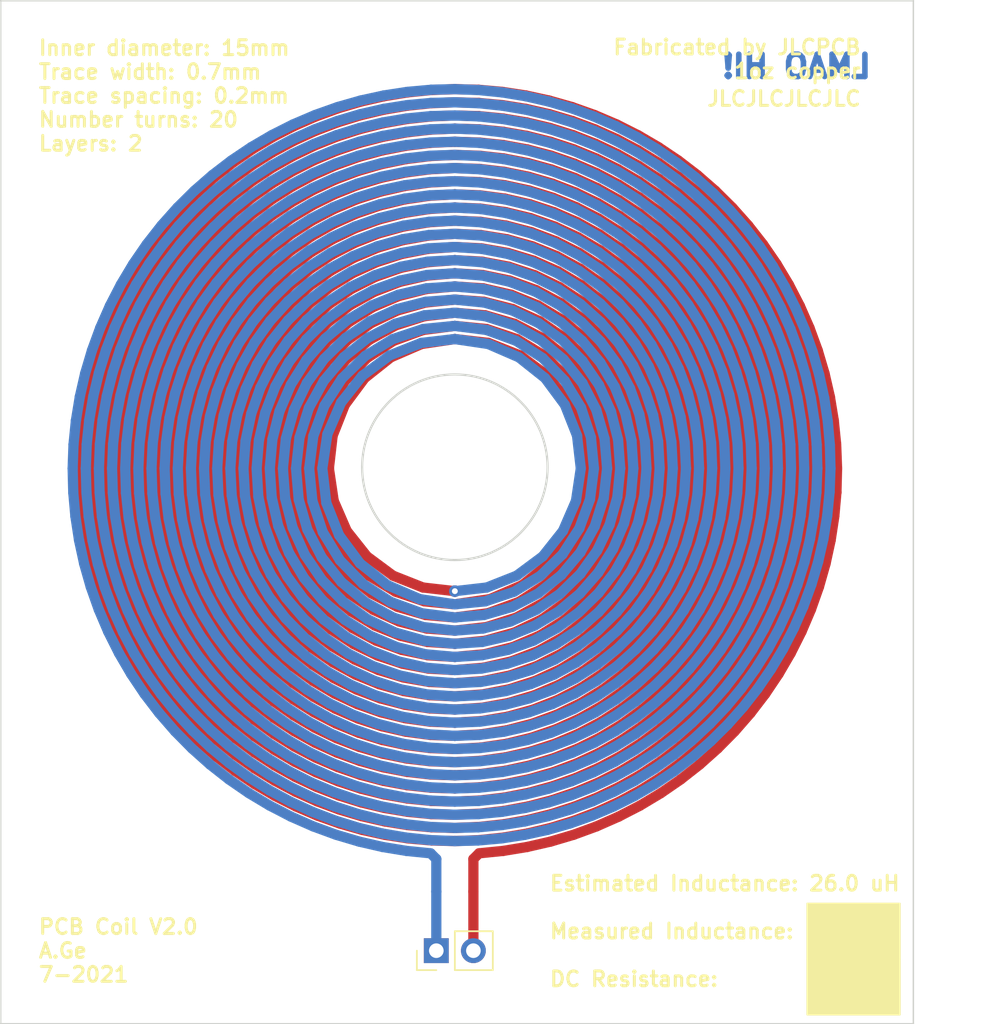
<source format=kicad_pcb>
(kicad_pcb (version 20171130) (host pcbnew "(5.1.6)-1")
  (layers (0 F.Cu signal) (31 B.Cu signal) (34 B.Paste user) (35 F.Paste user) (36 B.SilkS user) (37 F.SilkS user) (38 B.Mask user) (39 F.Mask user) (44 Edge.Cuts user))
  (net 0 "")
  (net 1 /COIL)
  (module Connector_PinHeader_2.54mm:PinHeader_1x02_P2.54mm_Vertical (layer F.Cu) (at 227.33 155 90)
    (fp_text reference J1 hide)
    (fp_text value Conn_01x02_Male hide)
    (pad 2 thru_hole oval (at 0 2.54 90) (size 1.7 1.7) (drill 1) (layers *.Cu *.Mask) (net 1 /COIL))
    (pad 1 thru_hole rect (at 0 0 90) (size 1.7 1.7) (drill 1) (layers *.Cu *.Mask) (net 1 /COIL))
  )
  (gr_poly (pts (xy 259.08 159.385) (xy 252.73 159.385) (xy 252.73 155.575) (xy 259.08 155.575)) (layer F.SilkS) (width 0.1))
  (gr_poly (pts (xy 259.08 155.575) (xy 252.73 155.575) (xy 252.73 151.765) (xy 259.08 151.765)) (layer F.SilkS) (width 0.1))
  (gr_circle (center 228.6 121.92) (end 234.95 121.92) (layer Edge.Cuts) (width 0.15))
  (gr_text "Fabricated by JLCPCB\n1oz copper" (at 256.5 94) (layer F.SilkS) (effects (font (size 1.016 1.016) (thickness 0.2032)) (justify right)))
  (gr_text JLCJLCJLCJLC (at 256.5 96.7) (layer F.SilkS) (effects (font (size 1.016 1.016) (thickness 0.2032)) (justify right)))
  (gr_text "LMAO HI!\n" (at 252 94.5) (layer B.Cu) (effects (font (size 1.524 1.524) (thickness 0.381)) (justify mirror)))
  (gr_text "Inner diameter: 15mm\nTrace width: 0.7mm\nTrace spacing: 0.2mm\nNumber turns: 20\nLayers: 2" (at 200 96.5) (layer F.SilkS) (effects (font (size 1.016 1.016) (thickness 0.2032)) (justify left)))
  (gr_text "Estimated Inductance: 26.0 uH\n\nMeasured Inductance:             \n\nDC Resistance:                         " (at 235 153.67) (layer F.SilkS) (effects (font (size 1.016 1.016) (thickness 0.2032)) (justify left)))
  (gr_text "PCB Coil V2.0\nA.Ge\n7-2021" (at 200 155) (layer F.SilkS) (effects (font (size 1.016 1.016) (thickness 0.2032)) (justify left)))
  (gr_line (start 197.5 160) (end 197.5 90) (layer Edge.Cuts) (width 0.1))
  (gr_line (start 260 160) (end 197.5 160) (layer Edge.Cuts) (width 0.1))
  (gr_line (start 260 90) (end 260 160) (layer Edge.Cuts) (width 0.1))
  (gr_line (start 197.5 90) (end 260 90) (layer Edge.Cuts) (width 0.1))
  (segment (start 228.6 130.4) (end 228.6 130.4) (width 0.7) (layer F.Cu) (net 1))
  (segment (start 226.416214 130.149999) (end 224.3625 129.339565) (width 0.7) (layer F.Cu) (net 1))
  (segment (start 224.3625 129.339565) (end 222.580754 128.019246) (width 0.7) (layer F.Cu) (net 1))
  (segment (start 222.580754 128.019246) (end 221.195483 126.275) (width 0.7) (layer F.Cu) (net 1))
  (segment (start 221.195483 126.275) (end 220.305112 124.222609) (width 0.7) (layer F.Cu) (net 1))
  (segment (start 220.305112 124.222609) (end 219.975 122) (width 0.7) (layer F.Cu) (net 1))
  (segment (start 219.975 122) (end 220.232668 119.75798) (width 0.7) (layer F.Cu) (net 1))
  (segment (start 220.232668 119.75798) (end 221.065579 117.65) (width 0.7) (layer F.Cu) (net 1))
  (segment (start 221.065579 117.65) (end 222.421654 115.821654) (width 0.7) (layer F.Cu) (net 1))
  (segment (start 222.421654 115.821654) (end 224.2125 114.400627) (width 0.7) (layer F.Cu) (net 1))
  (segment (start 224.2125 114.400627) (end 226.319157 113.487779) (width 0.7) (layer F.Cu) (net 1))
  (segment (start 226.319157 113.487779) (end 228.6 113.15) (width 0.7) (layer F.Cu) (net 1))
  (segment (start 228.6 113.15) (end 230.900254 113.415334) (width 0.7) (layer F.Cu) (net 1))
  (segment (start 230.900254 113.415334) (end 233.0625 114.270723) (width 0.7) (layer F.Cu) (net 1))
  (segment (start 233.0625 114.270723) (end 234.937445 115.662555) (width 0.7) (layer F.Cu) (net 1))
  (segment (start 234.937445 115.662555) (end 236.394229 117.5) (width 0.7) (layer F.Cu) (net 1))
  (segment (start 236.394229 117.5) (end 237.329555 119.660923) (width 0.7) (layer F.Cu) (net 1))
  (segment (start 237.329555 119.660923) (end 237.675 122) (width 0.7) (layer F.Cu) (net 1))
  (segment (start 237.675 122) (end 237.401999 124.358489) (width 0.7) (layer F.Cu) (net 1))
  (segment (start 237.401999 124.358489) (end 236.524132 126.575) (width 0.7) (layer F.Cu) (net 1))
  (segment (start 236.524132 126.575) (end 235.096544 128.496544) (width 0.7) (layer F.Cu) (net 1))
  (segment (start 235.096544 128.496544) (end 233.2125 129.989084) (width 0.7) (layer F.Cu) (net 1))
  (segment (start 233.2125 129.989084) (end 230.997311 130.946888) (width 0.7) (layer F.Cu) (net 1))
  (segment (start 230.997311 130.946888) (end 228.6 131.3) (width 0.7) (layer F.Cu) (net 1))
  (segment (start 228.6 131.3) (end 226.523403 131.098167) (width 0.7) (layer F.Cu) (net 1))
  (segment (start 226.523403 131.098167) (end 224.536989 130.43693) (width 0.7) (layer F.Cu) (net 1))
  (segment (start 224.536989 130.43693) (end 222.741423 129.346424) (width 0.7) (layer F.Cu) (net 1))
  (segment (start 222.741423 129.346424) (end 221.228446 127.878618) (width 0.7) (layer F.Cu) (net 1))
  (segment (start 221.228446 127.878618) (end 220.076191 126.10485) (width 0.7) (layer F.Cu) (net 1))
  (segment (start 220.076191 126.10485) (end 219.345149 124.112359) (width 0.7) (layer F.Cu) (net 1))
  (segment (start 219.345149 124.112359) (end 219.075 122) (width 0.7) (layer F.Cu) (net 1))
  (segment (start 219.075 122) (end 219.282475 119.873336) (width 0.7) (layer F.Cu) (net 1))
  (segment (start 219.282475 119.873336) (end 219.960352 117.839365) (width 0.7) (layer F.Cu) (net 1))
  (segment (start 219.960352 117.839365) (end 221.077664 116.001137) (width 0.7) (layer F.Cu) (net 1))
  (segment (start 221.077664 116.001137) (end 222.581097 114.452534) (width 0.7) (layer F.Cu) (net 1))
  (segment (start 222.581097 114.452534) (end 224.397526 113.273473) (width 0.7) (layer F.Cu) (net 1))
  (segment (start 224.397526 113.273473) (end 226.437573 112.52579) (width 0.7) (layer F.Cu) (net 1))
  (segment (start 226.437573 112.52579) (end 228.6 112.25) (width 0.7) (layer F.Cu) (net 1))
  (segment (start 228.6 112.25) (end 230.776732 112.463116) (width 0.7) (layer F.Cu) (net 1))
  (segment (start 230.776732 112.463116) (end 232.858259 113.157634) (width 0.7) (layer F.Cu) (net 1))
  (segment (start 232.858259 113.157634) (end 234.739148 114.301752) (width 0.7) (layer F.Cu) (net 1))
  (segment (start 234.739148 114.301752) (end 236.323378 115.840811) (width 0.7) (layer F.Cu) (net 1))
  (segment (start 236.323378 115.840811) (end 237.529245 117.699902) (width 0.7) (layer F.Cu) (net 1))
  (segment (start 237.529245 117.699902) (end 238.293569 119.787506) (width 0.7) (layer F.Cu) (net 1))
  (segment (start 238.293569 119.787506) (end 238.575 122) (width 0.7) (layer F.Cu) (net 1))
  (segment (start 238.575 122) (end 238.356243 124.226799) (width 0.7) (layer F.Cu) (net 1))
  (segment (start 238.356243 124.226799) (end 237.645084 126.355883) (width 0.7) (layer F.Cu) (net 1))
  (segment (start 237.645084 126.355883) (end 236.47416 128.279433) (width 0.7) (layer F.Cu) (net 1))
  (segment (start 236.47416 128.279433) (end 234.899474 129.89929) (width 0.7) (layer F.Cu) (net 1))
  (segment (start 234.899474 129.89929) (end 232.997722 131.131963) (width 0.7) (layer F.Cu) (net 1))
  (segment (start 232.997722 131.131963) (end 230.862561 131.912928) (width 0.7) (layer F.Cu) (net 1))
  (segment (start 230.862561 131.912928) (end 228.6 132.2) (width 0.7) (layer F.Cu) (net 1))
  (segment (start 228.6 132.2) (end 226.604592 132.031594) (width 0.7) (layer F.Cu) (net 1))
  (segment (start 226.604592 132.031594) (end 224.675103 131.475539) (width 0.7) (layer F.Cu) (net 1))
  (segment (start 224.675103 131.475539) (end 222.886307 130.551145) (width 0.7) (layer F.Cu) (net 1))
  (segment (start 222.886307 130.551145) (end 221.307961 129.292039) (width 0.7) (layer F.Cu) (net 1))
  (segment (start 221.307961 129.292039) (end 220.002085 127.744943) (width 0.7) (layer F.Cu) (net 1))
  (segment (start 220.002085 127.744943) (end 219.020524 125.967949) (width 0.7) (layer F.Cu) (net 1))
  (segment (start 219.020524 125.967949) (end 218.402898 124.02833) (width 0.7) (layer F.Cu) (net 1))
  (segment (start 218.402898 124.02833) (end 218.175 122) (width 0.7) (layer F.Cu) (net 1))
  (segment (start 218.175 122) (end 218.347729 119.960696) (width 0.7) (layer F.Cu) (net 1))
  (segment (start 218.347729 119.960696) (end 218.916588 117.988999) (width 0.7) (layer F.Cu) (net 1))
  (segment (start 218.916588 117.988999) (end 219.861774 116.161304) (width 0.7) (layer F.Cu) (net 1))
  (segment (start 219.861774 116.161304) (end 221.148862 114.548862) (width 0.7) (layer F.Cu) (net 1))
  (segment (start 221.148862 114.548862) (end 222.730053 113.215004) (width 0.7) (layer F.Cu) (net 1))
  (segment (start 222.730053 113.215004) (end 224.545947 112.212651) (width 0.7) (layer F.Cu) (net 1))
  (segment (start 224.545947 112.212651) (end 226.527775 111.582221) (width 0.7) (layer F.Cu) (net 1))
  (segment (start 226.527775 111.582221) (end 228.6 111.35) (width 0.7) (layer F.Cu) (net 1))
  (segment (start 228.6 111.35) (end 230.683199 111.527052) (width 0.7) (layer F.Cu) (net 1))
  (segment (start 230.683199 111.527052) (end 232.697104 112.108715) (width 0.7) (layer F.Cu) (net 1))
  (segment (start 232.697104 112.108715) (end 234.563699 113.074693) (width 0.7) (layer F.Cu) (net 1))
  (segment (start 234.563699 113.074693) (end 236.210237 114.389763) (width 0.7) (layer F.Cu) (net 1))
  (segment (start 236.210237 114.389763) (end 237.572077 116.00505) (width 0.7) (layer F.Cu) (net 1))
  (segment (start 237.572077 116.00505) (end 238.595222 117.859844) (width 0.7) (layer F.Cu) (net 1))
  (segment (start 238.595222 117.859844) (end 239.238455 119.88388) (width 0.7) (layer F.Cu) (net 1))
  (segment (start 239.238455 119.88388) (end 239.475 122) (width 0.7) (layer F.Cu) (net 1))
  (segment (start 239.475 122) (end 239.293625 124.127094) (width 0.7) (layer F.Cu) (net 1))
  (segment (start 239.293625 124.127094) (end 238.699158 126.183208) (width 0.7) (layer F.Cu) (net 1))
  (segment (start 238.699158 126.183208) (end 237.712387 128.088703) (width 0.7) (layer F.Cu) (net 1))
  (segment (start 237.712387 128.088703) (end 236.369336 129.769336) (width 0.7) (layer F.Cu) (net 1))
  (segment (start 236.369336 129.769336) (end 234.719953 131.159157) (width 0.7) (layer F.Cu) (net 1))
  (segment (start 234.719953 131.159157) (end 232.82626 132.203095) (width 0.7) (layer F.Cu) (net 1))
  (segment (start 232.82626 132.203095) (end 230.760016 132.859132) (width 0.7) (layer F.Cu) (net 1))
  (segment (start 230.760016 132.859132) (end 228.6 133.1) (width 0.7) (layer F.Cu) (net 1))
  (segment (start 228.6 133.1) (end 226.668164 132.955986) (width 0.7) (layer F.Cu) (net 1))
  (segment (start 226.668164 132.955986) (end 224.786475 132.477573) (width 0.7) (layer F.Cu) (net 1))
  (segment (start 224.786475 132.477573) (end 223.0125 131.677834) (width 0.7) (layer F.Cu) (net 1))
  (segment (start 223.0125 131.677834) (end 221.400779 130.579698) (width 0.7) (layer F.Cu) (net 1))
  (segment (start 221.400779 130.579698) (end 220.001151 129.215291) (width 0.7) (layer F.Cu) (net 1))
  (segment (start 220.001151 129.215291) (end 218.857214 127.625) (width 0.7) (layer F.Cu) (net 1))
  (segment (start 218.857214 127.625) (end 218.004966 125.856277) (width 0.7) (layer F.Cu) (net 1))
  (segment (start 218.004966 125.856277) (end 217.471672 123.962224) (width 0.7) (layer F.Cu) (net 1))
  (segment (start 217.471672 123.962224) (end 217.275 122) (width 0.7) (layer F.Cu) (net 1))
  (segment (start 217.275 122) (end 217.422432 120.029093) (width 0.7) (layer F.Cu) (net 1))
  (segment (start 217.422432 120.029093) (end 217.910996 118.109521) (width 0.7) (layer F.Cu) (net 1))
  (segment (start 217.910996 118.109521) (end 218.72731 116.3) (width 0.7) (layer F.Cu) (net 1))
  (segment (start 218.72731 116.3) (end 219.847942 114.656152) (width 0.7) (layer F.Cu) (net 1))
  (segment (start 219.847942 114.656152) (end 221.240082 113.228791) (width 0.7) (layer F.Cu) (net 1))
  (segment (start 221.240082 113.228791) (end 222.8625 112.062358) (width 0.7) (layer F.Cu) (net 1))
  (segment (start 222.8625 112.062358) (end 224.666768 111.193535) (width 0.7) (layer F.Cu) (net 1))
  (segment (start 224.666768 111.193535) (end 226.598705 110.650091) (width 0.7) (layer F.Cu) (net 1))
  (segment (start 226.598705 110.650091) (end 228.6 110.45) (width 0.7) (layer F.Cu) (net 1))
  (segment (start 228.6 110.45) (end 230.609978 110.60085) (width 0.7) (layer F.Cu) (net 1))
  (segment (start 230.609978 110.60085) (end 232.567434 111.099566) (width 0.7) (layer F.Cu) (net 1))
  (segment (start 232.567434 111.099566) (end 234.4125 111.932455) (width 0.7) (layer F.Cu) (net 1))
  (segment (start 234.4125 111.932455) (end 236.088476 113.075582) (width 0.7) (layer F.Cu) (net 1))
  (segment (start 236.088476 113.075582) (end 237.543569 114.495455) (width 0.7) (layer F.Cu) (net 1))
  (segment (start 237.543569 114.495455) (end 238.732497 116.15) (width 0.7) (layer F.Cu) (net 1))
  (segment (start 238.732497 116.15) (end 239.617896 117.989814) (width 0.7) (layer F.Cu) (net 1))
  (segment (start 239.617896 117.989814) (end 240.171491 119.959634) (width 0.7) (layer F.Cu) (net 1))
  (segment (start 240.171491 119.959634) (end 240.375 122) (width 0.7) (layer F.Cu) (net 1))
  (segment (start 240.375 122) (end 240.220731 124.049048) (width 0.7) (layer F.Cu) (net 1))
  (segment (start 240.220731 124.049048) (end 239.711865 126.044388) (width 0.7) (layer F.Cu) (net 1))
  (segment (start 239.711865 126.044388) (end 238.862401 127.925) (width 0.7) (layer F.Cu) (net 1))
  (segment (start 238.862401 127.925) (end 237.696778 129.633103) (width 0.7) (layer F.Cu) (net 1))
  (segment (start 237.696778 129.633103) (end 236.249173 131.115929) (width 0.7) (layer F.Cu) (net 1))
  (segment (start 236.249173 131.115929) (end 234.5625 132.327353) (width 0.7) (layer F.Cu) (net 1))
  (segment (start 234.5625 132.327353) (end 232.687141 133.229327) (width 0.7) (layer F.Cu) (net 1))
  (segment (start 232.687141 133.229327) (end 230.679437 133.793073) (width 0.7) (layer F.Cu) (net 1))
  (segment (start 230.679437 133.793073) (end 228.6 134) (width 0.7) (layer F.Cu) (net 1))
  (segment (start 228.6 134) (end 226.719267 133.874483) (width 0.7) (layer F.Cu) (net 1))
  (segment (start 226.719267 133.874483) (end 224.87789 133.455476) (width 0.7) (layer F.Cu) (net 1))
  (segment (start 224.87789 133.455476) (end 223.12147 132.752221) (width 0.7) (layer F.Cu) (net 1))
  (segment (start 223.12147 132.752221) (end 221.493676 131.781015) (width 0.7) (layer F.Cu) (net 1))
  (segment (start 221.493676 131.781015) (end 220.035169 130.564831) (width 0.7) (layer F.Cu) (net 1))
  (segment (start 220.035169 130.564831) (end 218.782579 129.132774) (width 0.7) (layer F.Cu) (net 1))
  (segment (start 218.782579 129.132774) (end 217.767588 127.51939) (width 0.7) (layer F.Cu) (net 1))
  (segment (start 217.767588 127.51939) (end 217.016132 125.763827) (width 0.7) (layer F.Cu) (net 1))
  (segment (start 217.016132 125.763827) (end 216.547733 123.908892) (width 0.7) (layer F.Cu) (net 1))
  (segment (start 216.547733 123.908892) (end 216.375 122) (width 0.7) (layer F.Cu) (net 1))
  (segment (start 216.375 122) (end 216.503287 120.084069) (width 0.7) (layer F.Cu) (net 1))
  (segment (start 216.503287 120.084069) (end 216.930537 118.208361) (width 0.7) (layer F.Cu) (net 1))
  (segment (start 216.930537 118.208361) (end 217.647302 116.419322) (width 0.7) (layer F.Cu) (net 1))
  (segment (start 217.647302 116.419322) (end 218.636956 114.761425) (width 0.7) (layer F.Cu) (net 1))
  (segment (start 218.636956 114.761425) (end 219.87607 113.27607) (width 0.7) (layer F.Cu) (net 1))
  (segment (start 219.87607 113.27607) (end 221.334974 112.00055) (width 0.7) (layer F.Cu) (net 1))
  (segment (start 221.334974 112.00055) (end 222.978463 110.967112) (width 0.7) (layer F.Cu) (net 1))
  (segment (start 222.978463 110.967112) (end 224.766644 110.202144) (width 0.7) (layer F.Cu) (net 1))
  (segment (start 224.766644 110.202144) (end 226.655911 109.725503) (width 0.7) (layer F.Cu) (net 1))
  (segment (start 226.655911 109.725503) (end 228.6 109.55) (width 0.7) (layer F.Cu) (net 1))
  (segment (start 228.6 109.55) (end 230.551129 109.681057) (width 0.7) (layer F.Cu) (net 1))
  (segment (start 230.551129 109.681057) (end 232.461167 110.116549) (width 0.7) (layer F.Cu) (net 1))
  (segment (start 232.461167 110.116549) (end 234.282826 110.846826) (width 0.7) (layer F.Cu) (net 1))
  (segment (start 234.282826 110.846826) (end 235.970827 111.854927) (width 0.7) (layer F.Cu) (net 1))
  (segment (start 235.970827 111.854927) (end 237.483029 113.116971) (width 0.7) (layer F.Cu) (net 1))
  (segment (start 237.483029 113.116971) (end 238.781479 114.602723) (width 0.7) (layer F.Cu) (net 1))
  (segment (start 238.781479 114.602723) (end 239.833365 116.276315) (width 0.7) (layer F.Cu) (net 1))
  (segment (start 239.833365 116.276315) (end 240.611844 118.097115) (width 0.7) (layer F.Cu) (net 1))
  (segment (start 240.611844 118.097115) (end 241.096727 120.020713) (width 0.7) (layer F.Cu) (net 1))
  (segment (start 241.096727 120.020713) (end 241.275 122) (width 0.7) (layer F.Cu) (net 1))
  (segment (start 241.275 122) (end 241.141173 123.986327) (width 0.7) (layer F.Cu) (net 1))
  (segment (start 241.141173 123.986327) (end 240.697439 125.930696) (width 0.7) (layer F.Cu) (net 1))
  (segment (start 240.697439 125.930696) (end 239.953651 127.784974) (width 0.7) (layer F.Cu) (net 1))
  (segment (start 239.953651 127.784974) (end 238.927102 129.503079) (width 0.7) (layer F.Cu) (net 1))
  (segment (start 238.927102 129.503079) (end 237.642128 131.042128) (width 0.7) (layer F.Cu) (net 1))
  (segment (start 237.642128 131.042128) (end 236.129529 132.363508) (width 0.7) (layer F.Cu) (net 1))
  (segment (start 236.129529 132.363508) (end 234.425833 133.433841) (width 0.7) (layer F.Cu) (net 1))
  (segment (start 234.425833 133.433841) (end 232.572413 134.225832) (width 0.7) (layer F.Cu) (net 1))
  (segment (start 232.572413 134.225832) (end 230.614485 134.718957) (width 0.7) (layer F.Cu) (net 1))
  (segment (start 230.614485 134.718957) (end 228.6 134.9) (width 0.7) (layer F.Cu) (net 1))
  (segment (start 228.6 134.9) (end 226.761228 134.788943) (width 0.7) (layer F.Cu) (net 1))
  (segment (start 226.761228 134.788943) (end 224.954125 134.416711) (width 0.7) (layer F.Cu) (net 1))
  (segment (start 224.954125 134.416711) (end 223.215655 133.790071) (width 0.7) (layer F.Cu) (net 1))
  (segment (start 223.215655 133.790071) (end 221.581499 132.921) (width 0.7) (layer F.Cu) (net 1))
  (segment (start 221.581499 132.921) (end 220.085322 131.826462) (width 0.7) (layer F.Cu) (net 1))
  (segment (start 220.085322 131.826462) (end 218.758079 130.528073) (width 0.7) (layer F.Cu) (net 1))
  (segment (start 218.758079 130.528073) (end 217.627377 129.051676) (width 0.7) (layer F.Cu) (net 1))
  (segment (start 217.627377 129.051676) (end 216.716898 127.426831) (width 0.7) (layer F.Cu) (net 1))
  (segment (start 216.716898 127.426831) (end 216.045907 125.686214) (width 0.7) (layer F.Cu) (net 1))
  (segment (start 216.045907 125.686214) (end 215.62884 123.864971) (width 0.7) (layer F.Cu) (net 1))
  (segment (start 215.62884 123.864971) (end 215.475 122) (width 0.7) (layer F.Cu) (net 1))
  (segment (start 215.475 122) (end 215.588347 120.129207) (width 0.7) (layer F.Cu) (net 1))
  (segment (start 215.588347 120.129207) (end 215.967403 118.290735) (width 0.7) (layer F.Cu) (net 1))
  (segment (start 215.967403 118.290735) (end 216.605262 116.522187) (width 0.7) (layer F.Cu) (net 1))
  (segment (start 216.605262 116.522187) (end 217.489718 114.859855) (width 0.7) (layer F.Cu) (net 1))
  (segment (start 217.489718 114.859855) (end 218.603494 113.337978) (width 0.7) (layer F.Cu) (net 1))
  (segment (start 218.603494 113.337978) (end 219.924584 111.988036) (width 0.7) (layer F.Cu) (net 1))
  (segment (start 219.924584 111.988036) (end 221.426679 110.838095) (width 0.7) (layer F.Cu) (net 1))
  (segment (start 221.426679 110.838095) (end 223.079701 109.912231) (width 0.7) (layer F.Cu) (net 1))
  (segment (start 223.079701 109.912231) (end 224.850396 109.230021) (width 0.7) (layer F.Cu) (net 1))
  (segment (start 224.850396 109.230021) (end 226.703008 108.80613) (width 0.7) (layer F.Cu) (net 1))
  (segment (start 226.703008 108.80613) (end 228.6 108.65) (width 0.7) (layer F.Cu) (net 1))
  (segment (start 228.6 108.65) (end 230.502814 108.765637) (width 0.7) (layer F.Cu) (net 1))
  (segment (start 230.502814 108.765637) (end 232.372655 109.151517) (width 0.7) (layer F.Cu) (net 1))
  (segment (start 232.372655 109.151517) (end 234.171282 109.800595) (width 0.7) (layer F.Cu) (net 1))
  (segment (start 234.171282 109.800595) (end 235.861789 110.700436) (width 0.7) (layer F.Cu) (net 1))
  (segment (start 235.861789 110.700436) (end 237.409365 111.833451) (width 0.7) (layer F.Cu) (net 1))
  (segment (start 237.409365 111.833451) (end 238.782008 113.17724) (width 0.7) (layer F.Cu) (net 1))
  (segment (start 238.782008 113.17724) (end 239.951187 114.705035) (width 0.7) (layer F.Cu) (net 1))
  (segment (start 239.951187 114.705035) (end 240.892436 116.386233) (width 0.7) (layer F.Cu) (net 1))
  (segment (start 240.892436 116.386233) (end 241.585865 118.187006) (width 0.7) (layer F.Cu) (net 1))
  (segment (start 241.585865 118.187006) (end 242.01658 120.070987) (width 0.7) (layer F.Cu) (net 1))
  (segment (start 242.01658 120.070987) (end 242.175 122) (width 0.7) (layer F.Cu) (net 1))
  (segment (start 242.175 122) (end 242.057072 123.934835) (width 0.7) (layer F.Cu) (net 1))
  (segment (start 242.057072 123.934835) (end 241.664369 125.836045) (width 0.7) (layer F.Cu) (net 1))
  (segment (start 241.664369 125.836045) (end 241.004073 127.66475) (width 0.7) (layer F.Cu) (net 1))
  (segment (start 241.004073 127.66475) (end 240.088847 129.383433) (width 0.7) (layer F.Cu) (net 1))
  (segment (start 240.088847 129.383433) (end 238.936593 130.956709) (width 0.7) (layer F.Cu) (net 1))
  (segment (start 238.936593 130.956709) (end 237.570104 132.352052) (width 0.7) (layer F.Cu) (net 1))
  (segment (start 237.570104 132.352052) (end 236.016609 133.540469) (width 0.7) (layer F.Cu) (net 1))
  (segment (start 236.016609 133.540469) (end 234.307236 134.497103) (width 0.7) (layer F.Cu) (net 1))
  (segment (start 234.307236 134.497103) (end 232.476384 135.201751) (width 0.7) (layer F.Cu) (net 1))
  (segment (start 232.476384 135.201751) (end 230.561034 135.63929) (width 0.7) (layer F.Cu) (net 1))
  (segment (start 230.561034 135.63929) (end 228.6 135.8) (width 0.7) (layer F.Cu) (net 1))
  (segment (start 228.6 135.8) (end 226.796291 135.700529) (width 0.7) (layer F.Cu) (net 1))
  (segment (start 226.796291 135.700529) (end 225.018591 135.365999) (width 0.7) (layer F.Cu) (net 1))
  (segment (start 225.018591 135.365999) (end 223.297443 134.801506) (width 0.7) (layer F.Cu) (net 1))
  (segment (start 223.297443 134.801506) (end 221.6625 134.016102) (width 0.7) (layer F.Cu) (net 1))
  (segment (start 221.6625 134.016102) (end 220.142021 133.022653) (width 0.7) (layer F.Cu) (net 1))
  (segment (start 220.142021 133.022653) (end 218.762377 131.837623) (width 0.7) (layer F.Cu) (net 1))
  (segment (start 218.762377 131.837623) (end 217.547596 130.480808) (width 0.7) (layer F.Cu) (net 1))
  (segment (start 217.547596 130.480808) (end 216.518946 128.975) (width 0.7) (layer F.Cu) (net 1))
  (segment (start 216.518946 128.975) (end 215.694558 127.345609) (width 0.7) (layer F.Cu) (net 1))
  (segment (start 215.694558 127.345609) (end 215.089113 125.620231) (width 0.7) (layer F.Cu) (net 1))
  (segment (start 215.089113 125.620231) (end 214.713575 123.828182) (width 0.7) (layer F.Cu) (net 1))
  (segment (start 214.713575 123.828182) (end 214.575 122) (width 0.7) (layer F.Cu) (net 1))
  (segment (start 214.575 122) (end 214.676396 120.166923) (width 0.7) (layer F.Cu) (net 1))
  (segment (start 214.676396 120.166923) (end 215.016668 118.360357) (width 0.7) (layer F.Cu) (net 1))
  (segment (start 215.016668 118.360357) (end 215.590621 116.611339) (width 0.7) (layer F.Cu) (net 1))
  (segment (start 215.590621 116.611339) (end 216.389042 114.95) (width 0.7) (layer F.Cu) (net 1))
  (segment (start 216.389042 114.95) (end 217.398843 113.40505) (width 0.7) (layer F.Cu) (net 1))
  (segment (start 217.398843 113.40505) (end 218.603278 112.003278) (width 0.7) (layer F.Cu) (net 1))
  (segment (start 218.603278 112.003278) (end 219.982221 110.769092) (width 0.7) (layer F.Cu) (net 1))
  (segment (start 219.982221 110.769092) (end 221.5125 109.72409) (width 0.7) (layer F.Cu) (net 1))
  (segment (start 221.5125 109.72409) (end 223.168287 108.886685) (width 0.7) (layer F.Cu) (net 1))
  (segment (start 223.168287 108.886685) (end 224.921534 108.271779) (width 0.7) (layer F.Cu) (net 1))
  (segment (start 224.921534 108.271779) (end 226.742449 107.8905) (width 0.7) (layer F.Cu) (net 1))
  (segment (start 226.742449 107.8905) (end 228.6 107.75) (width 0.7) (layer F.Cu) (net 1))
  (segment (start 228.6 107.75) (end 230.462446 107.853321) (width 0.7) (layer F.Cu) (net 1))
  (segment (start 230.462446 107.853321) (end 232.297877 108.199335) (width 0.7) (layer F.Cu) (net 1))
  (segment (start 232.297877 108.199335) (end 234.074765 108.782748) (width 0.7) (layer F.Cu) (net 1))
  (segment (start 234.074765 108.782748) (end 235.7625 109.594186) (width 0.7) (layer F.Cu) (net 1))
  (segment (start 235.7625 109.594186) (end 237.331922 110.620338) (width 0.7) (layer F.Cu) (net 1))
  (segment (start 237.331922 110.620338) (end 238.755821 111.844179) (width 0.7) (layer F.Cu) (net 1))
  (segment (start 238.755821 111.844179) (end 240.009413 113.24525) (width 0.7) (layer F.Cu) (net 1))
  (segment (start 240.009413 113.24525) (end 241.070766 114.8) (width 0.7) (layer F.Cu) (net 1))
  (segment (start 241.070766 114.8) (end 241.921188 116.482183) (width 0.7) (layer F.Cu) (net 1))
  (segment (start 241.921188 116.482183) (end 242.545554 118.2633) (width 0.7) (layer F.Cu) (net 1))
  (segment (start 242.545554 118.2633) (end 242.932575 120.113081) (width 0.7) (layer F.Cu) (net 1))
  (segment (start 242.932575 120.113081) (end 243.075 122) (width 0.7) (layer F.Cu) (net 1))
  (segment (start 243.075 122) (end 242.969754 123.891814) (width 0.7) (layer F.Cu) (net 1))
  (segment (start 242.969754 123.891814) (end 242.617999 125.756111) (width 0.7) (layer F.Cu) (net 1))
  (segment (start 242.617999 125.756111) (end 242.025124 127.560869) (width 0.7) (layer F.Cu) (net 1))
  (segment (start 242.025124 127.560869) (end 241.20067 129.275) (width 0.7) (layer F.Cu) (net 1))
  (segment (start 241.20067 129.275) (end 240.158166 130.868893) (width 0.7) (layer F.Cu) (net 1))
  (segment (start 240.158166 130.868893) (end 238.91492 132.31492) (width 0.7) (layer F.Cu) (net 1))
  (segment (start 238.91492 132.31492) (end 237.491722 133.587917) (width 0.7) (layer F.Cu) (net 1))
  (segment (start 237.491722 133.587917) (end 235.9125 134.665622) (width 0.7) (layer F.Cu) (net 1))
  (segment (start 235.9125 134.665622) (end 234.203921 135.529061) (width 0.7) (layer F.Cu) (net 1))
  (segment (start 234.203921 135.529061) (end 232.394934 136.162887) (width 0.7) (layer F.Cu) (net 1))
  (segment (start 232.394934 136.162887) (end 230.516288 136.55565) (width 0.7) (layer F.Cu) (net 1))
  (segment (start 230.516288 136.55565) (end 228.6 136.7) (width 0.7) (layer F.Cu) (net 1))
  (segment (start 228.6 136.7) (end 226.826025 136.610002) (width 0.7) (layer F.Cu) (net 1))
  (segment (start 226.826025 136.610002) (end 225.073776 136.306454) (width 0.7) (layer F.Cu) (net 1))
  (segment (start 225.073776 136.306454) (end 223.368896 135.793288) (width 0.7) (layer F.Cu) (net 1))
  (segment (start 223.368896 135.793288) (end 221.736396 135.077504) (width 0.7) (layer F.Cu) (net 1))
  (segment (start 221.736396 135.077504) (end 220.200289 134.169083) (width 0.7) (layer F.Cu) (net 1))
  (segment (start 220.200289 134.169083) (end 218.783234 133.080838) (width 0.7) (layer F.Cu) (net 1))
  (segment (start 218.783234 133.080838) (end 217.506207 131.828243) (width 0.7) (layer F.Cu) (net 1))
  (segment (start 217.506207 131.828243) (end 216.388186 130.429207) (width 0.7) (layer F.Cu) (net 1))
  (segment (start 216.388186 130.429207) (end 215.44587 128.90382) (width 0.7) (layer F.Cu) (net 1))
  (segment (start 215.44587 128.90382) (end 214.693431 127.274066) (width 0.7) (layer F.Cu) (net 1))
  (segment (start 214.693431 127.274066) (end 214.142303 125.563502) (width 0.7) (layer F.Cu) (net 1))
  (segment (start 214.142303 125.563502) (end 213.801002 123.796924) (width 0.7) (layer F.Cu) (net 1))
  (segment (start 213.801002 123.796924) (end 213.675 122) (width 0.7) (layer F.Cu) (net 1))
  (segment (start 213.675 122) (end 213.766639 120.198904) (width 0.7) (layer F.Cu) (net 1))
  (segment (start 213.766639 120.198904) (end 214.075084 118.41993) (width 0.7) (layer F.Cu) (net 1))
  (segment (start 214.075084 118.41993) (end 214.596334 116.68911) (width 0.7) (layer F.Cu) (net 1))
  (segment (start 214.596334 116.68911) (end 215.323268 115.031834) (width 0.7) (layer F.Cu) (net 1))
  (segment (start 215.323268 115.031834) (end 216.245746 113.472474) (width 0.7) (layer F.Cu) (net 1))
  (segment (start 216.245746 113.472474) (end 217.350747 112.034032) (width 0.7) (layer F.Cu) (net 1))
  (segment (start 217.350747 112.034032) (end 218.622554 110.737792) (width 0.7) (layer F.Cu) (net 1))
  (segment (start 218.622554 110.737792) (end 220.042979 109.603014) (width 0.7) (layer F.Cu) (net 1))
  (segment (start 220.042979 109.603014) (end 221.591617 108.646642) (width 0.7) (layer F.Cu) (net 1))
  (segment (start 221.591617 108.646642) (end 223.246148 107.883053) (width 0.7) (layer F.Cu) (net 1))
  (segment (start 223.246148 107.883053) (end 224.982652 107.323841) (width 0.7) (layer F.Cu) (net 1))
  (segment (start 224.982652 107.323841) (end 226.775956 106.977642) (width 0.7) (layer F.Cu) (net 1))
  (segment (start 226.775956 106.977642) (end 228.6 106.85) (width 0.7) (layer F.Cu) (net 1))
  (segment (start 228.6 106.85) (end 230.428217 106.943279) (width 0.7) (layer F.Cu) (net 1))
  (segment (start 230.428217 106.943279) (end 232.233916 107.256622) (width 0.7) (layer F.Cu) (net 1))
  (segment (start 232.233916 107.256622) (end 233.990676 107.785955) (width 0.7) (layer F.Cu) (net 1))
  (segment (start 233.990676 107.785955) (end 235.672729 108.52404) (width 0.7) (layer F.Cu) (net 1))
  (segment (start 235.672729 108.52404) (end 237.25534 109.460575) (width 0.7) (layer F.Cu) (net 1))
  (segment (start 237.25534 109.460575) (end 238.715171 110.582332) (width 0.7) (layer F.Cu) (net 1))
  (segment (start 238.715171 110.582332) (end 240.030623 111.873352) (width 0.7) (layer F.Cu) (net 1))
  (segment (start 240.030623 111.873352) (end 241.182157 113.315164) (width 0.7) (layer F.Cu) (net 1))
  (segment (start 241.182157 113.315164) (end 242.152586 114.887054) (width 0.7) (layer F.Cu) (net 1))
  (segment (start 242.152586 114.887054) (end 242.927326 116.566362) (width 0.7) (layer F.Cu) (net 1))
  (segment (start 242.927326 116.566362) (end 243.494621 118.328806) (width 0.7) (layer F.Cu) (net 1))
  (segment (start 243.494621 118.328806) (end 243.845717 120.148835) (width 0.7) (layer F.Cu) (net 1))
  (segment (start 243.845717 120.148835) (end 243.975 122) (width 0.7) (layer F.Cu) (net 1))
  (segment (start 243.975 122) (end 243.88008 123.855338) (width 0.7) (layer F.Cu) (net 1))
  (segment (start 243.88008 123.855338) (end 243.56184 125.687762) (width 0.7) (layer F.Cu) (net 1))
  (segment (start 243.56184 125.687762) (end 243.024424 127.470462) (width 0.7) (layer F.Cu) (net 1))
  (segment (start 243.024424 127.470462) (end 242.275187 129.177292) (width 0.7) (layer F.Cu) (net 1))
  (segment (start 242.275187 129.177292) (end 241.324597 130.783155) (width 0.7) (layer F.Cu) (net 1))
  (segment (start 241.324597 130.783155) (end 240.186083 132.264374) (width 0.7) (layer F.Cu) (net 1))
  (segment (start 240.186083 132.264374) (end 238.875851 133.599038) (width 0.7) (layer F.Cu) (net 1))
  (segment (start 238.875851 133.599038) (end 237.412651 134.767329) (width 0.7) (layer F.Cu) (net 1))
  (segment (start 237.412651 134.767329) (end 235.817508 135.751813) (width 0.7) (layer F.Cu) (net 1))
  (segment (start 235.817508 135.751813) (end 234.113424 136.537704) (width 0.7) (layer F.Cu) (net 1))
  (segment (start 234.113424 136.537704) (end 232.32504 137.113083) (width 0.7) (layer F.Cu) (net 1))
  (segment (start 232.32504 137.113083) (end 230.478286 137.469077) (width 0.7) (layer F.Cu) (net 1))
  (segment (start 230.478286 137.469077) (end 228.6 137.6) (width 0.7) (layer F.Cu) (net 1))
  (segment (start 228.6 137.6) (end 226.851555 137.517881) (width 0.7) (layer F.Cu) (net 1))
  (segment (start 226.851555 137.517881) (end 225.121521 137.240212) (width 0.7) (layer F.Cu) (net 1))
  (segment (start 225.121521 137.240212) (end 223.431722 136.770089) (width 0.7) (layer F.Cu) (net 1))
  (segment (start 223.431722 136.770089) (end 221.803521 136.113034) (width 0.7) (layer F.Cu) (net 1))
  (segment (start 221.803521 136.113034) (end 220.257547 135.276938) (width 0.7) (layer F.Cu) (net 1))
  (segment (start 220.257547 135.276938) (end 218.813437 134.271962) (width 0.7) (layer F.Cu) (net 1))
  (segment (start 218.813437 134.271962) (end 217.489585 133.110415) (width 0.7) (layer F.Cu) (net 1))
  (segment (start 217.489585 133.110415) (end 216.302908 131.806604) (width 0.7) (layer F.Cu) (net 1))
  (segment (start 216.302908 131.806604) (end 215.26863 130.376655) (width 0.7) (layer F.Cu) (net 1))
  (segment (start 215.26863 130.376655) (end 214.400087 128.838318) (width 0.7) (layer F.Cu) (net 1))
  (segment (start 214.400087 128.838318) (end 213.708555 127.210742) (width 0.7) (layer F.Cu) (net 1))
  (segment (start 213.708555 127.210742) (end 213.203103 125.514241) (width 0.7) (layer F.Cu) (net 1))
  (segment (start 213.203103 125.514241) (end 212.890475 123.770038) (width 0.7) (layer F.Cu) (net 1))
  (segment (start 212.890475 123.770038) (end 212.775 122) (width 0.7) (layer F.Cu) (net 1))
  (segment (start 212.775 122) (end 212.858534 120.226363) (width 0.7) (layer F.Cu) (net 1))
  (segment (start 212.858534 120.226363) (end 213.140429 118.471454) (width 0.7) (layer F.Cu) (net 1))
  (segment (start 213.140429 118.471454) (end 213.617538 116.75741) (width 0.7) (layer F.Cu) (net 1))
  (segment (start 213.617538 116.75741) (end 214.284248 115.105897) (width 0.7) (layer F.Cu) (net 1))
  (segment (start 214.284248 115.105897) (end 215.132549 113.53784) (width 0.7) (layer F.Cu) (net 1))
  (segment (start 215.132549 113.53784) (end 216.152126 112.073152) (width 0.7) (layer F.Cu) (net 1))
  (segment (start 216.152126 112.073152) (end 217.330486 110.730486) (width 0.7) (layer F.Cu) (net 1))
  (segment (start 217.330486 110.730486) (end 218.653111 109.526996) (width 0.7) (layer F.Cu) (net 1))
  (segment (start 218.653111 109.526996) (end 220.103638 108.478117) (width 0.7) (layer F.Cu) (net 1))
  (segment (start 220.103638 108.478117) (end 221.664059 107.597369) (width 0.7) (layer F.Cu) (net 1))
  (segment (start 221.664059 107.597369) (end 223.314945 106.896181) (width 0.7) (layer F.Cu) (net 1))
  (segment (start 223.314945 106.896181) (end 225.035691 106.383744) (width 0.7) (layer F.Cu) (net 1))
  (segment (start 225.035691 106.383744) (end 226.80477 106.066889) (width 0.7) (layer F.Cu) (net 1))
  (segment (start 226.80477 106.066889) (end 228.6 105.95) (width 0.7) (layer F.Cu) (net 1))
  (segment (start 228.6 105.95) (end 230.398829 106.034949) (width 0.7) (layer F.Cu) (net 1))
  (segment (start 230.398829 106.034949) (end 232.178613 106.32107) (width 0.7) (layer F.Cu) (net 1))
  (segment (start 232.178613 106.32107) (end 233.916903 106.805164) (width 0.7) (layer F.Cu) (net 1))
  (segment (start 233.916903 106.805164) (end 235.591727 107.48153) (width 0.7) (layer F.Cu) (net 1))
  (segment (start 235.591727 107.48153) (end 237.181867 108.342036) (width 0.7) (layer F.Cu) (net 1))
  (segment (start 237.181867 108.342036) (end 238.667134 109.376214) (width 0.7) (layer F.Cu) (net 1))
  (segment (start 238.667134 109.376214) (end 240.028613 110.571387) (width 0.7) (layer F.Cu) (net 1))
  (segment (start 240.028613 110.571387) (end 241.248916 111.912826) (width 0.7) (layer F.Cu) (net 1))
  (segment (start 241.248916 111.912826) (end 242.312396 113.383931) (width 0.7) (layer F.Cu) (net 1))
  (segment (start 242.312396 113.383931) (end 243.205349 114.966435) (width 0.7) (layer F.Cu) (net 1))
  (segment (start 243.205349 114.966435) (end 243.916193 116.640632) (width 0.7) (layer F.Cu) (net 1))
  (segment (start 243.916193 116.640632) (end 244.435615 118.385624) (width 0.7) (layer F.Cu) (net 1))
  (segment (start 244.435615 118.385624) (end 244.756696 120.179578) (width 0.7) (layer F.Cu) (net 1))
  (segment (start 244.756696 120.179578) (end 244.875 122) (width 0.7) (layer F.Cu) (net 1))
  (segment (start 244.875 122) (end 244.788637 123.824021) (width 0.7) (layer F.Cu) (net 1))
  (segment (start 244.788637 123.824021) (end 244.498289 125.628681) (width 0.7) (layer F.Cu) (net 1))
  (segment (start 244.498289 125.628681) (end 244.00721 127.391216) (width 0.7) (layer F.Cu) (net 1))
  (segment (start 244.00721 127.391216) (end 243.321188 129.08935) (width 0.7) (layer F.Cu) (net 1))
  (segment (start 243.321188 129.08935) (end 242.448477 130.701575) (width 0.7) (layer F.Cu) (net 1))
  (segment (start 242.448477 130.701575) (end 241.399698 132.207419) (width 0.7) (layer F.Cu) (net 1))
  (segment (start 241.399698 132.207419) (end 240.187712 133.587712) (width 0.7) (layer F.Cu) (net 1))
  (segment (start 240.187712 133.587712) (end 238.827459 134.824829) (width 0.7) (layer F.Cu) (net 1))
  (segment (start 238.827459 134.824829) (end 237.335777 135.902909) (width 0.7) (layer F.Cu) (net 1))
  (segment (start 237.335777 135.902909) (end 235.731189 136.808067) (width 0.7) (layer F.Cu) (net 1))
  (segment (start 235.731189 136.808067) (end 234.03368 137.528566) (width 0.7) (layer F.Cu) (net 1))
  (segment (start 234.03368 137.528566) (end 232.264443 138.054974) (width 0.7) (layer F.Cu) (net 1))
  (segment (start 232.264443 138.054974) (end 230.445614 138.380281) (width 0.7) (layer F.Cu) (net 1))
  (segment (start 230.445614 138.380281) (end 228.6 138.5) (width 0.7) (layer F.Cu) (net 1))
  (segment (start 228.6 138.5) (end 226.873712 138.424529) (width 0.7) (layer F.Cu) (net 1))
  (segment (start 226.873712 138.424529) (end 225.16322 138.16878) (width 0.7) (layer F.Cu) (net 1))
  (segment (start 225.16322 138.16878) (end 223.487314 137.73523) (width 0.7) (layer F.Cu) (net 1))
  (segment (start 223.487314 137.73523) (end 221.864441 137.128313) (width 0.7) (layer F.Cu) (net 1))
  (segment (start 221.864441 137.128313) (end 220.3125 136.354371) (width 0.7) (layer F.Cu) (net 1))
  (segment (start 220.3125 136.354371) (end 218.848643 135.421592) (width 0.7) (layer F.Cu) (net 1))
  (segment (start 218.848643 135.421592) (end 217.489086 134.33992) (width 0.7) (layer F.Cu) (net 1))
  (segment (start 217.489086 134.33992) (end 216.248933 133.120951) (width 0.7) (layer F.Cu) (net 1))
  (segment (start 216.248933 133.120951) (end 215.142002 131.777808) (width 0.7) (layer F.Cu) (net 1))
  (segment (start 215.142002 131.777808) (end 214.180677 130.325) (width 0.7) (layer F.Cu) (net 1))
  (segment (start 214.180677 130.325) (end 213.375765 128.778266) (width 0.7) (layer F.Cu) (net 1))
  (segment (start 213.375765 128.778266) (end 212.736377 127.154403) (width 0.7) (layer F.Cu) (net 1))
  (segment (start 212.736377 127.154403) (end 212.269826 125.471086) (width 0.7) (layer F.Cu) (net 1))
  (segment (start 212.269826 125.471086) (end 211.981539 123.746671) (width 0.7) (layer F.Cu) (net 1))
  (segment (start 211.981539 123.746671) (end 211.875 122) (width 0.7) (layer F.Cu) (net 1))
  (segment (start 211.875 122) (end 211.951703 120.250194) (width 0.7) (layer F.Cu) (net 1))
  (segment (start 211.951703 120.250194) (end 212.211137 118.51644) (width 0.7) (layer F.Cu) (net 1))
  (segment (start 212.211137 118.51644) (end 212.650782 116.817785) (width 0.7) (layer F.Cu) (net 1))
  (segment (start 212.650782 116.817785) (end 213.266139 115.172925) (width 0.7) (layer F.Cu) (net 1))
  (segment (start 213.266139 115.172925) (end 214.050773 113.6) (width 0.7) (layer F.Cu) (net 1))
  (segment (start 214.050773 113.6) (end 214.996379 112.116391) (width 0.7) (layer F.Cu) (net 1))
  (segment (start 214.996379 112.116391) (end 216.092873 110.738532) (width 0.7) (layer F.Cu) (net 1))
  (segment (start 216.092873 110.738532) (end 217.328495 109.481725) (width 0.7) (layer F.Cu) (net 1))
  (segment (start 217.328495 109.481725) (end 218.689941 108.359973) (width 0.7) (layer F.Cu) (net 1))
  (segment (start 218.689941 108.359973) (end 220.1625 107.385821) (width 0.7) (layer F.Cu) (net 1))
  (segment (start 220.1625 107.385821) (end 221.730218 106.570217) (width 0.7) (layer F.Cu) (net 1))
  (segment (start 221.730218 106.570217) (end 223.376068 105.92239) (width 0.7) (layer F.Cu) (net 1))
  (segment (start 223.376068 105.92239) (end 225.082134 105.449743) (width 0.7) (layer F.Cu) (net 1))
  (segment (start 225.082134 105.449743) (end 226.82981 105.157772) (width 0.7) (layer F.Cu) (net 1))
  (segment (start 226.82981 105.157772) (end 228.6 105.05) (width 0.7) (layer F.Cu) (net 1))
  (segment (start 228.6 105.05) (end 230.373325 105.127936) (width 0.7) (layer F.Cu) (net 1))
  (segment (start 230.373325 105.127936) (end 232.130341 105.391054) (width 0.7) (layer F.Cu) (net 1))
  (segment (start 232.130341 105.391054) (end 233.851744 105.836795) (width 0.7) (layer F.Cu) (net 1))
  (segment (start 233.851744 105.836795) (end 235.51859 106.460592) (width 0.7) (layer F.Cu) (net 1))
  (segment (start 235.51859 106.460592) (end 237.1125 107.255918) (width 0.7) (layer F.Cu) (net 1))
  (segment (start 237.1125 107.255918) (end 238.615861 108.21435) (width 0.7) (layer F.Cu) (net 1))
  (segment (start 238.615861 108.21435) (end 240.012022 109.325665) (width 0.7) (layer F.Cu) (net 1))
  (segment (start 240.012022 109.325665) (end 241.285482 110.577941) (width 0.7) (layer F.Cu) (net 1))
  (segment (start 241.285482 110.577941) (end 242.422055 111.957689) (width 0.7) (layer F.Cu) (net 1))
  (segment (start 242.422055 111.957689) (end 243.409034 113.45) (width 0.7) (layer F.Cu) (net 1))
  (segment (start 243.409034 113.45) (end 244.235331 115.038702) (width 0.7) (layer F.Cu) (net 1))
  (segment (start 244.235331 115.038702) (end 244.891598 116.706539) (width 0.7) (layer F.Cu) (net 1))
  (segment (start 244.891598 116.706539) (end 245.370341 118.435354) (width 0.7) (layer F.Cu) (net 1))
  (segment (start 245.370341 118.435354) (end 245.665996 120.206292) (width 0.7) (layer F.Cu) (net 1))
  (segment (start 245.665996 120.206292) (end 245.775 122) (width 0.7) (layer F.Cu) (net 1))
  (segment (start 245.775 122) (end 245.695831 123.796844) (width 0.7) (layer F.Cu) (net 1))
  (segment (start 245.695831 123.796844) (end 245.429029 125.577121) (width 0.7) (layer F.Cu) (net 1))
  (segment (start 245.429029 125.577121) (end 244.977193 127.321273) (width 0.7) (layer F.Cu) (net 1))
  (segment (start 244.977193 127.321273) (end 244.344956 129.010106) (width 0.7) (layer F.Cu) (net 1))
  (segment (start 244.344956 129.010106) (end 243.538938 130.625) (width 0.7) (layer F.Cu) (net 1))
  (segment (start 243.538938 130.625) (end 242.567678 132.148112) (width 0.7) (layer F.Cu) (net 1))
  (segment (start 242.567678 132.148112) (end 241.441543 133.562577) (width 0.7) (layer F.Cu) (net 1))
  (segment (start 241.441543 133.562577) (end 240.172614 134.85269) (width 0.7) (layer F.Cu) (net 1))
  (segment (start 240.172614 134.85269) (end 238.774563 136.004084) (width 0.7) (layer F.Cu) (net 1))
  (segment (start 238.774563 136.004084) (end 237.2625 137.00389) (width 0.7) (layer F.Cu) (net 1))
  (segment (start 237.2625 137.00389) (end 235.652813 137.840878) (width 0.7) (layer F.Cu) (net 1))
  (segment (start 235.652813 137.840878) (end 233.96299 138.505586) (width 0.7) (layer F.Cu) (net 1))
  (segment (start 233.96299 138.505586) (end 232.211426 138.990424) (width 0.7) (layer F.Cu) (net 1))
  (segment (start 232.211426 138.990424) (end 230.417227 139.289763) (width 0.7) (layer F.Cu) (net 1))
  (segment (start 230.417227 139.289763) (end 228.6 139.4) (width 0.7) (layer F.Cu) (net 1))
  (segment (start 228.6 139.4) (end 226.893123 139.330209) (width 0.7) (layer F.Cu) (net 1))
  (segment (start 226.893123 139.330209) (end 225.199941 139.093248) (width 0.7) (layer F.Cu) (net 1))
  (segment (start 225.199941 139.093248) (end 223.5368 138.691133) (width 0.7) (layer F.Cu) (net 1))
  (segment (start 223.5368 138.691133) (end 221.919782 138.127472) (width 0.7) (layer F.Cu) (net 1))
  (segment (start 221.919782 138.127472) (end 220.364552 137.40744) (width 0.7) (layer F.Cu) (net 1))
  (segment (start 220.364552 137.40744) (end 218.886202 136.537727) (width 0.7) (layer F.Cu) (net 1))
  (segment (start 218.886202 136.537727) (end 217.499109 135.526475) (width 0.7) (layer F.Cu) (net 1))
  (segment (start 217.499109 135.526475) (end 216.216792 134.383208) (width 0.7) (layer F.Cu) (net 1))
  (segment (start 216.216792 134.383208) (end 215.051784 133.118734) (width 0.7) (layer F.Cu) (net 1))
  (segment (start 215.051784 133.118734) (end 214.015503 131.745049) (width 0.7) (layer F.Cu) (net 1))
  (segment (start 214.015503 131.745049) (end 213.118148 130.275222) (width 0.7) (layer F.Cu) (net 1))
  (segment (start 213.118148 130.275222) (end 212.368591 128.72327) (width 0.7) (layer F.Cu) (net 1))
  (segment (start 212.368591 128.72327) (end 211.774298 127.104021) (width 0.7) (layer F.Cu) (net 1))
  (segment (start 211.774298 127.104021) (end 211.341244 125.43298) (width 0.7) (layer F.Cu) (net 1))
  (segment (start 211.341244 125.43298) (end 211.073864 123.726174) (width 0.7) (layer F.Cu) (net 1))
  (segment (start 211.073864 123.726174) (end 210.975 122) (width 0.7) (layer F.Cu) (net 1))
  (segment (start 210.975 122) (end 211.045874 120.27107) (width 0.7) (layer F.Cu) (net 1))
  (segment (start 211.045874 120.27107) (end 211.286075 118.556046) (width 0.7) (layer F.Cu) (net 1))
  (segment (start 211.286075 118.556046) (end 211.693556 116.871486) (width 0.7) (layer F.Cu) (net 1))
  (segment (start 211.693556 116.871486) (end 212.264655 115.233679) (width 0.7) (layer F.Cu) (net 1))
  (segment (start 212.264655 115.233679) (end 212.994128 113.658487) (width 0.7) (layer F.Cu) (net 1))
  (segment (start 212.994128 113.658487) (end 213.875193 112.161198) (width 0.7) (layer F.Cu) (net 1))
  (segment (start 213.875193 112.161198) (end 214.899598 110.75637) (width 0.7) (layer F.Cu) (net 1))
  (segment (start 214.899598 110.75637) (end 216.057693 109.457693) (width 0.7) (layer F.Cu) (net 1))
  (segment (start 216.057693 109.457693) (end 217.338528 108.277857) (width 0.7) (layer F.Cu) (net 1))
  (segment (start 217.338528 108.277857) (end 218.729948 107.228423) (width 0.7) (layer F.Cu) (net 1))
  (segment (start 218.729948 107.228423) (end 220.218713 106.319716) (width 0.7) (layer F.Cu) (net 1))
  (segment (start 220.218713 106.319716) (end 221.790627 105.560719) (width 0.7) (layer F.Cu) (net 1))
  (segment (start 221.790627 105.560719) (end 223.430665 104.958986) (width 0.7) (layer F.Cu) (net 1))
  (segment (start 223.430665 104.958986) (end 225.123125 104.520567) (width 0.7) (layer F.Cu) (net 1))
  (segment (start 225.123125 104.520567) (end 226.851772 104.249947) (width 0.7) (layer F.Cu) (net 1))
  (segment (start 226.851772 104.249947) (end 228.6 104.15) (width 0.7) (layer F.Cu) (net 1))
  (segment (start 228.6 104.15) (end 230.350984 104.221958) (width 0.7) (layer F.Cu) (net 1))
  (segment (start 230.350984 104.221958) (end 232.087849 104.465398) (width 0.7) (layer F.Cu) (net 1))
  (segment (start 232.087849 104.465398) (end 233.793828 104.878244) (width 0.7) (layer F.Cu) (net 1))
  (segment (start 233.793828 104.878244) (end 235.452425 105.456782) (width 0.7) (layer F.Cu) (net 1))
  (segment (start 235.452425 105.456782) (end 237.047577 106.195695) (width 0.7) (layer F.Cu) (net 1))
  (segment (start 237.047577 106.195695) (end 238.563805 107.088112) (width 0.7) (layer F.Cu) (net 1))
  (segment (start 238.563805 107.088112) (end 239.986368 108.12567) (width 0.7) (layer F.Cu) (net 1))
  (segment (start 239.986368 108.12567) (end 241.301406 109.298594) (width 0.7) (layer F.Cu) (net 1))
  (segment (start 241.301406 109.298594) (end 242.496071 110.595789) (width 0.7) (layer F.Cu) (net 1))
  (segment (start 242.496071 110.595789) (end 243.558658 112.004944) (width 0.7) (layer F.Cu) (net 1))
  (segment (start 243.558658 112.004944) (end 244.478717 113.512649) (width 0.7) (layer F.Cu) (net 1))
  (segment (start 244.478717 113.512649) (end 245.247154 115.104523) (width 0.7) (layer F.Cu) (net 1))
  (segment (start 245.247154 115.104523) (end 245.856326 116.765351) (width 0.7) (layer F.Cu) (net 1))
  (segment (start 245.856326 116.765351) (end 246.300109 118.479229) (width 0.7) (layer F.Cu) (net 1))
  (segment (start 246.300109 118.479229) (end 246.573969 120.229719) (width 0.7) (layer F.Cu) (net 1))
  (segment (start 246.573969 120.229719) (end 246.675 122) (width 0.7) (layer F.Cu) (net 1))
  (segment (start 246.675 122) (end 246.601959 123.773038) (width 0.7) (layer F.Cu) (net 1))
  (segment (start 246.601959 123.773038) (end 246.355279 125.531744) (width 0.7) (layer F.Cu) (net 1))
  (segment (start 246.355279 125.531744) (end 245.937067 127.259142) (width 0.7) (layer F.Cu) (net 1))
  (segment (start 245.937067 127.259142) (end 245.351091 128.938529) (width 0.7) (layer F.Cu) (net 1))
  (segment (start 245.351091 128.938529) (end 244.602737 130.553641) (width 0.7) (layer F.Cu) (net 1))
  (segment (start 244.602737 130.553641) (end 243.698968 132.088808) (width 0.7) (layer F.Cu) (net 1))
  (segment (start 243.698968 132.088808) (end 242.648257 133.529107) (width 0.7) (layer F.Cu) (net 1))
  (segment (start 242.648257 133.529107) (end 241.460505 134.860505) (width 0.7) (layer F.Cu) (net 1))
  (segment (start 241.460505 134.860505) (end 240.146949 136.069998) (width 0.7) (layer F.Cu) (net 1))
  (segment (start 240.146949 136.069998) (end 238.720059 137.145739) (width 0.7) (layer F.Cu) (net 1))
  (segment (start 238.720059 137.145739) (end 237.193415 138.077149) (width 0.7) (layer F.Cu) (net 1))
  (segment (start 237.193415 138.077149) (end 235.581581 138.855027) (width 0.7) (layer F.Cu) (net 1))
  (segment (start 235.581581 138.855027) (end 233.899963 139.471637) (width 0.7) (layer F.Cu) (net 1))
  (segment (start 233.899963 139.471637) (end 232.164666 139.920786) (width 0.7) (layer F.Cu) (net 1))
  (segment (start 232.164666 139.920786) (end 230.392335 140.197886) (width 0.7) (layer F.Cu) (net 1))
  (segment (start 230.392335 140.197886) (end 228.6 140.3) (width 0.7) (layer F.Cu) (net 1))
  (segment (start 228.6 140.3) (end 226.910268 140.235114) (width 0.7) (layer F.Cu) (net 1))
  (segment (start 226.910268 140.235114) (end 225.23252 140.014428) (width 0.7) (layer F.Cu) (net 1))
  (segment (start 225.23252 140.014428) (end 223.581101 139.639599) (width 0.7) (layer F.Cu) (net 1))
  (segment (start 223.581101 139.639599) (end 221.970153 139.113608) (width 0.7) (layer F.Cu) (net 1))
  (segment (start 221.970153 139.113608) (end 220.413491 138.440727) (width 0.7) (layer F.Cu) (net 1))
  (segment (start 220.413491 138.440727) (end 218.924487 137.626491) (width 0.7) (layer F.Cu) (net 1))
  (segment (start 218.924487 137.626491) (end 217.515954 136.677649) (width 0.7) (layer F.Cu) (net 1))
  (segment (start 217.515954 136.677649) (end 216.200037 135.602111) (width 0.7) (layer F.Cu) (net 1))
  (segment (start 216.200037 135.602111) (end 214.988108 134.408879) (width 0.7) (layer F.Cu) (net 1))
  (segment (start 214.988108 134.408879) (end 213.890665 133.107974) (width 0.7) (layer F.Cu) (net 1))
  (segment (start 213.890665 133.107974) (end 212.917245 131.710351) (width 0.7) (layer F.Cu) (net 1))
  (segment (start 212.917245 131.710351) (end 212.076339 130.227806) (width 0.7) (layer F.Cu) (net 1))
  (segment (start 212.076339 130.227806) (end 211.375318 128.672877) (width 0.7) (layer F.Cu) (net 1))
  (segment (start 211.375318 128.672877) (end 210.82037 127.058741) (width 0.7) (layer F.Cu) (net 1))
  (segment (start 210.82037 127.058741) (end 210.416443 125.399096) (width 0.7) (layer F.Cu) (net 1))
  (segment (start 210.416443 125.399096) (end 210.167203 123.70805) (width 0.7) (layer F.Cu) (net 1))
  (segment (start 210.167203 123.70805) (end 210.075 122) (width 0.7) (layer F.Cu) (net 1))
  (segment (start 210.075 122) (end 210.140846 120.289507) (width 0.7) (layer F.Cu) (net 1))
  (segment (start 210.140846 120.289507) (end 210.364403 118.591176) (width 0.7) (layer F.Cu) (net 1))
  (segment (start 210.364403 118.591176) (end 210.74399 116.919527) (width 0.7) (layer F.Cu) (net 1))
  (segment (start 210.74399 116.919527) (end 211.276586 115.288874) (width 0.7) (layer F.Cu) (net 1))
  (segment (start 211.276586 115.288874) (end 211.957861 113.7132) (width 0.7) (layer F.Cu) (net 1))
  (segment (start 211.957861 113.7132) (end 212.78221 112.206039) (width 0.7) (layer F.Cu) (net 1))
  (segment (start 212.78221 112.206039) (end 213.742797 110.780361) (width 0.7) (layer F.Cu) (net 1))
  (segment (start 213.742797 110.780361) (end 214.831612 109.448456) (width 0.7) (layer F.Cu) (net 1))
  (segment (start 214.831612 109.448456) (end 216.039539 108.221831) (width 0.7) (layer F.Cu) (net 1))
  (segment (start 216.039539 108.221831) (end 217.356433 107.111111) (width 0.7) (layer F.Cu) (net 1))
  (segment (start 217.356433 107.111111) (end 218.771202 106.125946) (width 0.7) (layer F.Cu) (net 1))
  (segment (start 218.771202 106.125946) (end 220.271903 105.274927) (width 0.7) (layer F.Cu) (net 1))
  (segment (start 220.271903 105.274927) (end 221.845843 104.565512) (width 0.7) (layer F.Cu) (net 1))
  (segment (start 221.845843 104.565512) (end 223.479685 104.003959) (width 0.7) (layer F.Cu) (net 1))
  (segment (start 223.479685 104.003959) (end 225.15956 103.595274) (width 0.7) (layer F.Cu) (net 1))
  (segment (start 225.15956 103.595274) (end 226.871189 103.343163) (width 0.7) (layer F.Cu) (net 1))
  (segment (start 226.871189 103.343163) (end 228.6 103.25) (width 0.7) (layer F.Cu) (net 1))
  (segment (start 228.6 103.25) (end 230.331253 103.316805) (width 0.7) (layer F.Cu) (net 1))
  (segment (start 230.331253 103.316805) (end 232.050167 103.543235) (width 0.7) (layer F.Cu) (net 1))
  (segment (start 232.050167 103.543235) (end 233.742047 103.927579) (width 0.7) (layer F.Cu) (net 1))
  (segment (start 233.742047 103.927579) (end 235.392406 104.46678) (width 0.7) (layer F.Cu) (net 1))
  (segment (start 235.392406 104.46678) (end 236.987092 105.15645) (width 0.7) (layer F.Cu) (net 1))
  (segment (start 236.987092 105.15645) (end 238.512408 105.990911) (width 0.7) (layer F.Cu) (net 1))
  (segment (start 238.512408 105.990911) (end 239.955232 106.963243) (width 0.7) (layer F.Cu) (net 1))
  (segment (start 239.955232 106.963243) (end 241.303126 108.065335) (width 0.7) (layer F.Cu) (net 1))
  (segment (start 241.303126 108.065335) (end 242.544446 109.287958) (width 0.7) (layer F.Cu) (net 1))
  (segment (start 242.544446 109.287958) (end 243.668443 110.62084) (width 0.7) (layer F.Cu) (net 1))
  (segment (start 243.668443 110.62084) (end 244.665353 112.052755) (width 0.7) (layer F.Cu) (net 1))
  (segment (start 244.665353 112.052755) (end 245.526485 113.571612) (width 0.7) (layer F.Cu) (net 1))
  (segment (start 245.526485 113.571612) (end 246.244294 115.164564) (width 0.7) (layer F.Cu) (net 1))
  (segment (start 246.244294 115.164564) (end 246.812451 116.818111) (width 0.7) (layer F.Cu) (net 1))
  (segment (start 246.812451 116.818111) (end 247.225895 118.518217) (width 0.7) (layer F.Cu) (net 1))
  (segment (start 247.225895 118.518217) (end 247.480877 120.250429) (width 0.7) (layer F.Cu) (net 1))
  (segment (start 247.480877 120.250429) (end 247.575 122) (width 0.7) (layer F.Cu) (net 1))
  (segment (start 247.575 122) (end 247.507235 123.752013) (width 0.7) (layer F.Cu) (net 1))
  (segment (start 247.507235 123.752013) (end 247.277934 125.491511) (width 0.7) (layer F.Cu) (net 1))
  (segment (start 247.277934 125.491511) (end 246.888832 127.203621) (width 0.7) (layer F.Cu) (net 1))
  (segment (start 246.888832 127.203621) (end 246.343027 128.873685) (width 0.7) (layer F.Cu) (net 1))
  (segment (start 246.343027 128.873685) (end 245.644962 130.487383) (width 0.7) (layer F.Cu) (net 1))
  (segment (start 245.644962 130.487383) (end 244.800387 132.030855) (width 0.7) (layer F.Cu) (net 1))
  (segment (start 244.800387 132.030855) (end 243.816311 133.490825) (width 0.7) (layer F.Cu) (net 1))
  (segment (start 243.816311 133.490825) (end 242.700942 134.854707) (width 0.7) (layer F.Cu) (net 1))
  (segment (start 242.700942 134.854707) (end 241.463624 136.110723) (width 0.7) (layer F.Cu) (net 1))
  (segment (start 241.463624 136.110723) (end 240.114753 137.247997) (width 0.7) (layer F.Cu) (net 1))
  (segment (start 240.114753 137.247997) (end 238.665693 138.256652) (width 0.7) (layer F.Cu) (net 1))
  (segment (start 238.665693 138.256652) (end 237.128679 139.127896) (width 0.7) (layer F.Cu) (net 1))
  (segment (start 237.128679 139.127896) (end 235.516715 139.854101) (width 0.7) (layer F.Cu) (net 1))
  (segment (start 235.516715 139.854101) (end 233.843463 140.428862) (width 0.7) (layer F.Cu) (net 1))
  (segment (start 233.843463 140.428862) (end 232.123127 140.847064) (width 0.7) (layer F.Cu) (net 1))
  (segment (start 232.123127 140.847064) (end 230.370331 141.104917) (width 0.7) (layer F.Cu) (net 1))
  (segment (start 230.370331 141.104917) (end 228.6 141.2) (width 0.7) (layer F.Cu) (net 1))
  (segment (start 228.6 141.2) (end 226.92552 141.139391) (width 0.7) (layer F.Cu) (net 1))
  (segment (start 226.92552 141.139391) (end 225.261614 140.932929) (width 0.7) (layer F.Cu) (net 1))
  (segment (start 225.261614 140.932929) (end 223.620969 140.581998) (width 0.7) (layer F.Cu) (net 1))
  (segment (start 223.620969 140.581998) (end 222.016112 140.089083) (width 0.7) (layer F.Cu) (net 1))
  (segment (start 222.016112 140.089083) (end 220.459316 139.457754) (width 0.7) (layer F.Cu) (net 1))
  (segment (start 220.459316 139.457754) (end 218.9625 138.69264) (width 0.7) (layer F.Cu) (net 1))
  (segment (start 218.9625 138.69264) (end 217.537144 137.799395) (width 0.7) (layer F.Cu) (net 1))
  (segment (start 217.537144 137.799395) (end 216.194199 136.784658) (width 0.7) (layer F.Cu) (net 1))
  (segment (start 216.194199 136.784658) (end 214.944 135.656) (width 0.7) (layer F.Cu) (net 1))
  (segment (start 214.944 135.656) (end 213.796191 134.421871) (width 0.7) (layer F.Cu) (net 1))
  (segment (start 213.796191 134.421871) (end 212.759647 133.091534) (width 0.7) (layer F.Cu) (net 1))
  (segment (start 212.759647 133.091534) (end 211.842408 131.675) (width 0.7) (layer F.Cu) (net 1))
  (segment (start 211.842408 131.675) (end 211.051615 130.182946) (width 0.7) (layer F.Cu) (net 1))
  (segment (start 211.051615 130.182946) (end 210.393455 128.62664) (width 0.7) (layer F.Cu) (net 1))
  (segment (start 210.393455 128.62664) (end 209.873113 127.017854) (width 0.7) (layer F.Cu) (net 1))
  (segment (start 209.873113 127.017854) (end 209.49473 125.368775) (width 0.7) (layer F.Cu) (net 1))
  (segment (start 209.49473 125.368775) (end 209.26137 123.691911) (width 0.7) (layer F.Cu) (net 1))
  (segment (start 209.26137 123.691911) (end 209.175 122) (width 0.7) (layer F.Cu) (net 1))
  (segment (start 209.175 122) (end 209.236466 120.30591) (width 0.7) (layer F.Cu) (net 1))
  (segment (start 209.236466 120.30591) (end 209.445489 118.622543) (width 0.7) (layer F.Cu) (net 1))
  (segment (start 209.445489 118.622543) (end 209.800669 116.962734) (width 0.7) (layer F.Cu) (net 1))
  (segment (start 209.800669 116.962734) (end 210.299486 115.339158) (width 0.7) (layer F.Cu) (net 1))
  (segment (start 210.299486 115.339158) (end 210.938327 113.764227) (width 0.7) (layer F.Cu) (net 1))
  (segment (start 210.938327 113.764227) (end 211.712505 112.25) (width 0.7) (layer F.Cu) (net 1))
  (segment (start 211.712505 112.25) (end 212.616296 110.80809) (width 0.7) (layer F.Cu) (net 1))
  (segment (start 212.616296 110.80809) (end 213.642982 109.449572) (width 0.7) (layer F.Cu) (net 1))
  (segment (start 213.642982 109.449572) (end 214.784901 108.184901) (width 0.7) (layer F.Cu) (net 1))
  (segment (start 214.784901 108.184901) (end 216.033502 107.023831) (width 0.7) (layer F.Cu) (net 1))
  (segment (start 216.033502 107.023831) (end 217.379411 105.975338) (width 0.7) (layer F.Cu) (net 1))
  (segment (start 217.379411 105.975338) (end 218.8125 105.047553) (width 0.7) (layer F.Cu) (net 1))
  (segment (start 218.8125 105.047553) (end 220.321965 104.247696) (width 0.7) (layer F.Cu) (net 1))
  (segment (start 220.321965 104.247696) (end 221.896405 103.582025) (width 0.7) (layer F.Cu) (net 1))
  (segment (start 221.896405 103.582025) (end 223.523911 103.05578) (width 0.7) (layer F.Cu) (net 1))
  (segment (start 223.523911 103.05578) (end 225.192155 102.673148) (width 0.7) (layer F.Cu) (net 1))
  (segment (start 225.192155 102.673148) (end 226.888479 102.437227) (width 0.7) (layer F.Cu) (net 1))
  (segment (start 226.888479 102.437227) (end 228.6 102.35) (width 0.7) (layer F.Cu) (net 1))
  (segment (start 228.6 102.35) (end 230.3137 102.412322) (width 0.7) (layer F.Cu) (net 1))
  (segment (start 230.3137 102.412322) (end 232.016528 102.623907) (width 0.7) (layer F.Cu) (net 1))
  (segment (start 232.016528 102.623907) (end 233.6955 102.983335) (width 0.7) (layer F.Cu) (net 1))
  (segment (start 233.6955 102.983335) (end 235.337797 103.488055) (width 0.7) (layer F.Cu) (net 1))
  (segment (start 235.337797 103.488055) (end 236.930862 104.134408) (width 0.7) (layer F.Cu) (net 1))
  (segment (start 236.930862 104.134408) (end 238.4625 104.917649) (width 0.7) (layer F.Cu) (net 1))
  (segment (start 238.4625 104.917649) (end 239.920965 105.831987) (width 0.7) (layer F.Cu) (net 1))
  (segment (start 239.920965 105.831987) (end 241.295055 106.870622) (width 0.7) (layer F.Cu) (net 1))
  (segment (start 241.295055 106.870622) (end 242.574198 108.025802) (width 0.7) (layer F.Cu) (net 1))
  (segment (start 242.574198 108.025802) (end 243.748529 109.288875) (width 0.7) (layer F.Cu) (net 1))
  (segment (start 243.748529 109.288875) (end 244.808971 110.650356) (width 0.7) (layer F.Cu) (net 1))
  (segment (start 244.808971 110.650356) (end 245.747303 112.1) (width 0.7) (layer F.Cu) (net 1))
  (segment (start 245.747303 112.1) (end 246.556223 113.626876) (width 0.7) (layer F.Cu) (net 1))
  (segment (start 246.556223 113.626876) (end 247.229406 115.219451) (width 0.7) (layer F.Cu) (net 1))
  (segment (start 247.229406 115.219451) (end 247.761554 116.865677) (width 0.7) (layer F.Cu) (net 1))
  (segment (start 247.761554 116.865677) (end 248.148434 118.553084) (width 0.7) (layer F.Cu) (net 1))
  (segment (start 248.148434 118.553084) (end 248.386917 120.268869) (width 0.7) (layer F.Cu) (net 1))
  (segment (start 248.386917 120.268869) (end 248.475 122) (width 0.7) (layer F.Cu) (net 1))
  (segment (start 248.475 122) (end 248.411822 123.73331) (width 0.7) (layer F.Cu) (net 1))
  (segment (start 248.411822 123.73331) (end 248.197674 125.455599) (width 0.7) (layer F.Cu) (net 1))
  (segment (start 248.197674 125.455599) (end 247.833998 127.153734) (width 0.7) (layer F.Cu) (net 1))
  (segment (start 247.833998 127.153734) (end 247.323375 128.814751) (width 0.7) (layer F.Cu) (net 1))
  (segment (start 247.323375 128.814751) (end 246.669512 130.425952) (width 0.7) (layer F.Cu) (net 1))
  (segment (start 246.669512 130.425952) (end 245.877207 131.975) (width 0.7) (layer F.Cu) (net 1))
  (segment (start 245.877207 131.975) (end 244.952323 133.45002) (width 0.7) (layer F.Cu) (net 1))
  (segment (start 244.952323 133.45002) (end 243.901738 134.839683) (width 0.7) (layer F.Cu) (net 1))
  (segment (start 243.901738 134.839683) (end 242.733297 136.133297) (width 0.7) (layer F.Cu) (net 1))
  (segment (start 242.733297 136.133297) (end 241.455752 137.320889) (width 0.7) (layer F.Cu) (net 1))
  (segment (start 241.455752 137.320889) (end 240.078698 138.39328) (width 0.7) (layer F.Cu) (net 1))
  (segment (start 240.078698 138.39328) (end 238.6125 139.342159) (width 0.7) (layer F.Cu) (net 1))
  (segment (start 238.6125 139.342159) (end 237.068213 140.160142) (width 0.7) (layer F.Cu) (net 1))
  (segment (start 237.068213 140.160142) (end 235.457504 140.840837) (width 0.7) (layer F.Cu) (net 1))
  (segment (start 235.457504 140.840837) (end 233.792557 141.378887) (width 0.7) (layer F.Cu) (net 1))
  (segment (start 233.792557 141.378887) (end 232.085987 141.770016) (width 0.7) (layer F.Cu) (net 1))
  (segment (start 232.085987 141.770016) (end 230.350741 142.011061) (width 0.7) (layer F.Cu) (net 1))
  (segment (start 230.350741 142.011061) (end 228.6 142.1) (width 0.7) (layer F.Cu) (net 1))
  (segment (start 228.6 142.1) (end 226.939177 142.04315) (width 0.7) (layer F.Cu) (net 1))
  (segment (start 226.939177 142.04315) (end 225.28775 141.849223) (width 0.7) (layer F.Cu) (net 1))
  (segment (start 225.28775 141.849223) (end 223.657021 141.519385) (width 0.7) (layer F.Cu) (net 1))
  (segment (start 223.657021 141.519385) (end 222.05816 141.055728) (width 0.7) (layer F.Cu) (net 1))
  (segment (start 222.05816 141.055728) (end 220.502137 140.461267) (width 0.7) (layer F.Cu) (net 1))
  (segment (start 220.502137 140.461267) (end 218.99964 139.739911) (width 0.7) (layer F.Cu) (net 1))
  (segment (start 218.99964 139.739911) (end 217.561003 138.896443) (width 0.7) (layer F.Cu) (net 1))
  (segment (start 217.561003 138.896443) (end 216.196136 137.936485) (width 0.7) (layer F.Cu) (net 1))
  (segment (start 216.196136 137.936485) (end 214.914456 136.866463) (width 0.7) (layer F.Cu) (net 1))
  (segment (start 214.914456 136.866463) (end 213.724824 135.693564) (width 0.7) (layer F.Cu) (net 1))
  (segment (start 213.724824 135.693564) (end 212.63548 134.425685) (width 0.7) (layer F.Cu) (net 1))
  (segment (start 212.63548 134.425685) (end 211.653988 133.071382) (width 0.7) (layer F.Cu) (net 1))
  (segment (start 211.653988 133.071382) (end 210.787185 131.639813) (width 0.7) (layer F.Cu) (net 1))
  (segment (start 210.787185 131.639813) (end 210.041131 130.140675) (width 0.7) (layer F.Cu) (net 1))
  (segment (start 210.041131 130.140675) (end 209.421066 128.584136) (width 0.7) (layer F.Cu) (net 1))
  (segment (start 209.421066 128.584136) (end 208.931379 126.980771) (width 0.7) (layer F.Cu) (net 1))
  (segment (start 208.931379 126.980771) (end 208.575568 125.341487) (width 0.7) (layer F.Cu) (net 1))
  (segment (start 208.575568 125.341487) (end 208.356222 123.677447) (width 0.7) (layer F.Cu) (net 1))
  (segment (start 208.356222 123.677447) (end 208.275 122) (width 0.7) (layer F.Cu) (net 1))
  (segment (start 208.275 122) (end 208.332619 120.320597) (width 0.7) (layer F.Cu) (net 1))
  (segment (start 208.332619 120.320597) (end 208.528845 118.650717) (width 0.7) (layer F.Cu) (net 1))
  (segment (start 208.528845 118.650717) (end 208.8625 117.001786) (width 0.7) (layer F.Cu) (net 1))
  (segment (start 208.8625 117.001786) (end 209.331463 115.385103) (width 0.7) (layer F.Cu) (net 1))
  (segment (start 209.331463 115.385103) (end 209.932684 113.811756) (width 0.7) (layer F.Cu) (net 1))
  (segment (start 209.932684 113.811756) (end 210.662207 112.292552) (width 0.7) (layer F.Cu) (net 1))
  (segment (start 210.662207 112.292552) (end 211.515195 110.83794) (width 0.7) (layer F.Cu) (net 1))
  (segment (start 211.515195 110.83794) (end 212.485958 109.457938) (width 0.7) (layer F.Cu) (net 1))
  (segment (start 212.485958 109.457938) (end 213.567999 108.162068) (width 0.7) (layer F.Cu) (net 1))
  (segment (start 213.567999 108.162068) (end 214.754048 106.959286) (width 0.7) (layer F.Cu) (net 1))
  (segment (start 214.754048 106.959286) (end 216.036117 105.857923) (width 0.7) (layer F.Cu) (net 1))
  (segment (start 216.036117 105.857923) (end 217.405554 104.865626) (width 0.7) (layer F.Cu) (net 1))
  (segment (start 217.405554 104.865626) (end 218.853098 103.989303) (width 0.7) (layer F.Cu) (net 1))
  (segment (start 218.853098 103.989303) (end 220.368944 103.235082) (width 0.7) (layer F.Cu) (net 1))
  (segment (start 220.368944 103.235082) (end 221.942806 102.608258) (width 0.7) (layer F.Cu) (net 1))
  (segment (start 221.942806 102.608258) (end 223.563994 102.113264) (width 0.7) (layer F.Cu) (net 1))
  (segment (start 223.563994 102.113264) (end 225.221479 101.753636) (width 0.7) (layer F.Cu) (net 1))
  (segment (start 225.221479 101.753636) (end 226.903972 101.53199) (width 0.7) (layer F.Cu) (net 1))
  (segment (start 226.903972 101.53199) (end 228.6 101.45) (width 0.7) (layer F.Cu) (net 1))
  (segment (start 228.6 101.45) (end 230.297983 101.508387) (width 0.7) (layer F.Cu) (net 1))
  (segment (start 230.297983 101.508387) (end 231.986317 101.706914) (width 0.7) (layer F.Cu) (net 1))
  (segment (start 231.986317 101.706914) (end 233.653448 102.044385) (width 0.7) (layer F.Cu) (net 1))
  (segment (start 233.653448 102.044385) (end 235.287955 102.518654) (width 0.7) (layer F.Cu) (net 1))
  (segment (start 235.287955 102.518654) (end 236.878626 103.126635) (width 0.7) (layer F.Cu) (net 1))
  (segment (start 236.878626 103.126635) (end 238.414536 103.864325) (width 0.7) (layer F.Cu) (net 1))
  (segment (start 238.414536 103.864325) (end 239.885124 104.726832) (width 0.7) (layer F.Cu) (net 1))
  (segment (start 239.885124 104.726832) (end 241.28026 105.708402) (width 0.7) (layer F.Cu) (net 1))
  (segment (start 241.28026 105.708402) (end 242.59032 106.802461) (width 0.7) (layer F.Cu) (net 1))
  (segment (start 242.59032 106.802461) (end 243.806252 108.001659) (width 0.7) (layer F.Cu) (net 1))
  (segment (start 243.806252 108.001659) (end 244.919633 109.297919) (width 0.7) (layer F.Cu) (net 1))
  (segment (start 244.919633 109.297919) (end 245.922737 110.682491) (width 0.7) (layer F.Cu) (net 1))
  (segment (start 245.922737 110.682491) (end 246.808578 112.14601) (width 0.7) (layer F.Cu) (net 1))
  (segment (start 246.808578 112.14601) (end 247.570967 113.678562) (width 0.7) (layer F.Cu) (net 1))
  (segment (start 247.570967 113.678562) (end 248.204551 115.269749) (width 0.7) (layer F.Cu) (net 1))
  (segment (start 248.204551 115.269749) (end 248.704851 116.90876) (width 0.7) (layer F.Cu) (net 1))
  (segment (start 248.704851 116.90876) (end 249.068295 118.584446) (width 0.7) (layer F.Cu) (net 1))
  (segment (start 249.068295 118.584446) (end 249.292241 120.285392) (width 0.7) (layer F.Cu) (net 1))
  (segment (start 249.292241 120.285392) (end 249.375 122) (width 0.7) (layer F.Cu) (net 1))
  (segment (start 249.375 122) (end 249.315845 123.716564) (width 0.7) (layer F.Cu) (net 1))
  (segment (start 249.315845 123.716564) (end 249.115017 125.423351) (width 0.7) (layer F.Cu) (net 1))
  (segment (start 249.115017 125.423351) (end 248.77373 127.108682) (width 0.7) (layer F.Cu) (net 1))
  (segment (start 248.77373 127.108682) (end 248.294155 128.761012) (width 0.7) (layer F.Cu) (net 1))
  (segment (start 248.294155 128.761012) (end 247.679414 130.369007) (width 0.7) (layer F.Cu) (net 1))
  (segment (start 247.679414 130.369007) (end 246.933556 131.921624) (width 0.7) (layer F.Cu) (net 1))
  (segment (start 246.933556 131.921624) (end 246.06153 133.408187) (width 0.7) (layer F.Cu) (net 1))
  (segment (start 246.06153 133.408187) (end 245.069155 134.818458) (width 0.7) (layer F.Cu) (net 1))
  (segment (start 245.069155 134.818458) (end 243.963077 136.142709) (width 0.7) (layer F.Cu) (net 1))
  (segment (start 243.963077 136.142709) (end 242.750729 137.371789) (width 0.7) (layer F.Cu) (net 1))
  (segment (start 242.750729 137.371789) (end 241.440278 138.49719) (width 0.7) (layer F.Cu) (net 1))
  (segment (start 241.440278 138.49719) (end 240.040572 139.511099) (width 0.7) (layer F.Cu) (net 1))
  (segment (start 240.040572 139.511099) (end 238.561078 140.40646) (width 0.7) (layer F.Cu) (net 1))
  (segment (start 238.561078 140.40646) (end 237.011819 141.177016) (width 0.7) (layer F.Cu) (net 1))
  (segment (start 237.011819 141.177016) (end 235.403308 141.81736) (width 0.7) (layer F.Cu) (net 1))
  (segment (start 235.403308 141.81736) (end 233.746474 142.322966) (width 0.7) (layer F.Cu) (net 1))
  (segment (start 233.746474 142.322966) (end 232.052588 142.690226) (width 0.7) (layer F.Cu) (net 1))
  (segment (start 232.052588 142.690226) (end 230.333188 142.916473) (width 0.7) (layer F.Cu) (net 1))
  (segment (start 230.333188 142.916473) (end 228.6 143) (width 0.7) (layer F.Cu) (net 1))
  (segment (start 228.6 143) (end 226.951476 142.946479) (width 0.7) (layer F.Cu) (net 1))
  (segment (start 226.951476 142.946479) (end 225.311356 142.763678) (width 0.7) (layer F.Cu) (net 1))
  (segment (start 225.311356 142.763678) (end 223.689769 142.452586) (width 0.7) (layer F.Cu) (net 1))
  (segment (start 223.689769 142.452586) (end 222.096737 142.014984) (width 0.7) (layer F.Cu) (net 1))
  (segment (start 222.096737 142.014984) (end 220.542122 141.453438) (width 0.7) (layer F.Cu) (net 1))
  (segment (start 220.542122 141.453438) (end 219.035555 140.77128) (width 0.7) (layer F.Cu) (net 1))
  (segment (start 219.035555 140.77128) (end 217.586383 139.972589) (width 0.7) (layer F.Cu) (net 1))
  (segment (start 217.586383 139.972589) (end 216.203609 139.062168) (width 0.7) (layer F.Cu) (net 1))
  (segment (start 216.203609 139.062168) (end 214.895834 138.045516) (width 0.7) (layer F.Cu) (net 1))
  (segment (start 214.895834 138.045516) (end 213.671208 136.928792) (width 0.7) (layer F.Cu) (net 1))
  (segment (start 213.671208 136.928792) (end 212.537374 135.718778) (width 0.7) (layer F.Cu) (net 1))
  (segment (start 212.537374 135.718778) (end 211.501426 134.422841) (width 0.7) (layer F.Cu) (net 1))
  (segment (start 211.501426 134.422841) (end 210.569858 133.048885) (width 0.7) (layer F.Cu) (net 1))
  (segment (start 210.569858 133.048885) (end 209.748529 131.605304) (width 0.7) (layer F.Cu) (net 1))
  (segment (start 209.748529 131.605304) (end 209.042625 130.10093) (width 0.7) (layer F.Cu) (net 1))
  (segment (start 209.042625 130.10093) (end 208.456623 128.54498) (width 0.7) (layer F.Cu) (net 1))
  (segment (start 208.456623 128.54498) (end 207.994266 126.946999) (width 0.7) (layer F.Cu) (net 1))
  (segment (start 207.994266 126.946999) (end 207.658538 125.316802) (width 0.7) (layer F.Cu) (net 1))
  (segment (start 207.658538 125.316802) (end 207.451645 123.664412) (width 0.7) (layer F.Cu) (net 1))
  (segment (start 207.451645 123.664412) (end 207.375 122) (width 0.7) (layer F.Cu) (net 1))
  (segment (start 207.375 122) (end 207.429214 120.333823) (width 0.7) (layer F.Cu) (net 1))
  (segment (start 207.429214 120.333823) (end 207.614092 118.676159) (width 0.7) (layer F.Cu) (net 1))
  (segment (start 207.614092 118.676159) (end 207.928631 117.037243) (width 0.7) (layer F.Cu) (net 1))
  (segment (start 207.928631 117.037243) (end 208.371028 115.427209) (width 0.7) (layer F.Cu) (net 1))
  (segment (start 208.371028 115.427209) (end 208.938689 113.856018) (width 0.7) (layer F.Cu) (net 1))
  (segment (start 208.938689 113.856018) (end 209.628244 112.333407) (width 0.7) (layer F.Cu) (net 1))
  (segment (start 209.628244 112.333407) (end 210.435567 110.868821) (width 0.7) (layer F.Cu) (net 1))
  (segment (start 210.435567 110.868821) (end 211.355803 109.471357) (width 0.7) (layer F.Cu) (net 1))
  (segment (start 211.355803 109.471357) (end 212.383392 108.149709) (width 0.7) (layer F.Cu) (net 1))
  (segment (start 212.383392 108.149709) (end 213.512109 106.912109) (width 0.7) (layer F.Cu) (net 1))
  (segment (start 213.512109 106.912109) (end 214.735096 105.766283) (width 0.7) (layer F.Cu) (net 1))
  (segment (start 214.735096 105.766283) (end 216.044907 104.719397) (width 0.7) (layer F.Cu) (net 1))
  (segment (start 216.044907 104.719397) (end 217.433553 103.778014) (width 0.7) (layer F.Cu) (net 1))
  (segment (start 217.433553 103.778014) (end 218.892548 102.948053) (width 0.7) (layer F.Cu) (net 1))
  (segment (start 218.892548 102.948053) (end 220.412966 102.234752) (width 0.7) (layer F.Cu) (net 1))
  (segment (start 220.412966 102.234752) (end 221.985491 101.642635) (width 0.7) (layer F.Cu) (net 1))
  (segment (start 221.985491 101.642635) (end 223.600476 101.175483) (width 0.7) (layer F.Cu) (net 1))
  (segment (start 223.600476 101.175483) (end 225.248001 100.836308) (width 0.7) (layer F.Cu) (net 1))
  (segment (start 225.248001 100.836308) (end 226.917935 100.627339) (width 0.7) (layer F.Cu) (net 1))
  (segment (start 226.917935 100.627339) (end 228.6 100.55) (width 0.7) (layer F.Cu) (net 1))
  (segment (start 228.6 100.55) (end 230.28383 100.604908) (width 0.7) (layer F.Cu) (net 1))
  (segment (start 230.28383 100.604908) (end 231.959039 100.791862) (width 0.7) (layer F.Cu) (net 1))
  (segment (start 231.959039 100.791862) (end 233.615282 101.109848) (width 0.7) (layer F.Cu) (net 1))
  (segment (start 233.615282 101.109848) (end 235.24232 101.55704) (width 0.7) (layer F.Cu) (net 1))
  (segment (start 235.24232 101.55704) (end 236.830086 102.130816) (width 0.7) (layer F.Cu) (net 1))
  (segment (start 236.830086 102.130816) (end 238.368741 102.827767) (width 0.7) (layer F.Cu) (net 1))
  (segment (start 238.368741 102.827767) (end 239.848741 103.643723) (width 0.7) (layer F.Cu) (net 1))
  (segment (start 239.848741 103.643723) (end 241.260894 104.573774) (width 0.7) (layer F.Cu) (net 1))
  (segment (start 241.260894 104.573774) (end 242.596417 105.612301) (width 0.7) (layer F.Cu) (net 1))
  (segment (start 242.596417 105.612301) (end 243.84699 106.75301) (width 0.7) (layer F.Cu) (net 1))
  (segment (start 243.84699 106.75301) (end 245.004808 107.98897) (width 0.7) (layer F.Cu) (net 1))
  (segment (start 245.004808 107.98897) (end 246.062632 109.312655) (width 0.7) (layer F.Cu) (net 1))
  (segment (start 246.062632 109.312655) (end 247.01383 110.71599) (width 0.7) (layer F.Cu) (net 1))
  (segment (start 247.01383 110.71599) (end 247.852423 112.1904) (width 0.7) (layer F.Cu) (net 1))
  (segment (start 247.852423 112.1904) (end 248.573121 113.726863) (width 0.7) (layer F.Cu) (net 1))
  (segment (start 248.573121 113.726863) (end 249.171352 115.315962) (width 0.7) (layer F.Cu) (net 1))
  (segment (start 249.171352 115.315962) (end 249.643301 116.947951) (width 0.7) (layer F.Cu) (net 1))
  (segment (start 249.643301 116.947951) (end 249.985922 118.612803) (width 0.7) (layer F.Cu) (net 1))
  (segment (start 249.985922 118.612803) (end 250.196968 120.300282) (width 0.7) (layer F.Cu) (net 1))
  (segment (start 250.196968 120.300282) (end 250.275 122) (width 0.7) (layer F.Cu) (net 1))
  (segment (start 250.275 122) (end 250.219399 123.701484) (width 0.7) (layer F.Cu) (net 1))
  (segment (start 250.219399 123.701484) (end 250.030368 125.394237) (width 0.7) (layer F.Cu) (net 1))
  (segment (start 250.030368 125.394237) (end 249.708936 127.067807) (width 0.7) (layer F.Cu) (net 1))
  (segment (start 249.708936 127.067807) (end 249.256948 128.711849) (width 0.7) (layer F.Cu) (net 1))
  (segment (start 249.256948 128.711849) (end 248.677057 130.316189) (width 0.7) (layer F.Cu) (net 1))
  (segment (start 248.677057 130.316189) (end 247.972709 131.870888) (width 0.7) (layer F.Cu) (net 1))
  (segment (start 247.972709 131.870888) (end 247.148121 133.366303) (width 0.7) (layer F.Cu) (net 1))
  (segment (start 247.148121 133.366303) (end 246.208255 134.793146) (width 0.7) (layer F.Cu) (net 1))
  (segment (start 246.208255 134.793146) (end 245.15879 136.142543) (width 0.7) (layer F.Cu) (net 1))
  (segment (start 245.15879 136.142543) (end 244.006089 137.406089) (width 0.7) (layer F.Cu) (net 1))
  (segment (start 244.006089 137.406089) (end 242.757156 138.5759) (width 0.7) (layer F.Cu) (net 1))
  (segment (start 242.757156 138.5759) (end 241.419596 139.644661) (width 0.7) (layer F.Cu) (net 1))
  (segment (start 241.419596 139.644661) (end 240.001572 140.605674) (width 0.7) (layer F.Cu) (net 1))
  (segment (start 240.001572 140.605674) (end 238.511748 141.4529) (width 0.7) (layer F.Cu) (net 1))
  (segment (start 238.511748 141.4529) (end 236.959241 142.180994) (width 0.7) (layer F.Cu) (net 1))
  (segment (start 236.959241 142.180994) (end 235.353566 142.78534) (width 0.7) (layer F.Cu) (net 1))
  (segment (start 235.353566 142.78534) (end 233.704575 143.262084) (width 0.7) (layer F.Cu) (net 1))
  (segment (start 233.704575 143.262084) (end 232.022395 143.608152) (width 0.7) (layer F.Cu) (net 1))
  (segment (start 232.022395 143.608152) (end 230.317372 143.821274) (width 0.7) (layer F.Cu) (net 1))
  (segment (start 230.317372 143.821274) (end 228.6 143.9) (width 0.7) (layer F.Cu) (net 1))
  (segment (start 228.6 143.9) (end 226.96261 143.849447) (width 0.7) (layer F.Cu) (net 1))
  (segment (start 226.96261 143.849447) (end 225.332781 143.676584) (width 0.7) (layer F.Cu) (net 1))
  (segment (start 225.332781 143.676584) (end 223.719639 143.382258) (width 0.7) (layer F.Cu) (net 1))
  (segment (start 223.719639 143.382258) (end 222.132229 142.967998) (width 0.7) (layer F.Cu) (net 1))
  (segment (start 222.132229 142.967998) (end 220.57946 142.436003) (width 0.7) (layer F.Cu) (net 1))
  (segment (start 220.57946 142.436003) (end 219.070054 141.789138) (width 0.7) (layer F.Cu) (net 1))
  (segment (start 219.070054 141.789138) (end 217.6125 141.030908) (width 0.7) (layer F.Cu) (net 1))
  (segment (start 217.6125 141.030908) (end 216.215006 140.16545) (width 0.7) (layer F.Cu) (net 1))
  (segment (start 216.215006 140.16545) (end 214.885451 139.1975) (width 0.7) (layer F.Cu) (net 1))
  (segment (start 214.885451 139.1975) (end 213.631341 138.132377) (width 0.7) (layer F.Cu) (net 1))
  (segment (start 213.631341 138.132377) (end 212.459769 136.975946) (width 0.7) (layer F.Cu) (net 1))
  (segment (start 212.459769 136.975946) (end 211.377369 135.73459) (width 0.7) (layer F.Cu) (net 1))
  (segment (start 211.377369 135.73459) (end 210.390288 134.415172) (width 0.7) (layer F.Cu) (net 1))
  (segment (start 210.390288 134.415172) (end 209.50414 133.025) (width 0.7) (layer F.Cu) (net 1))
  (segment (start 209.50414 133.025) (end 208.723983 131.571785) (width 0.7) (layer F.Cu) (net 1))
  (segment (start 208.723983 131.571785) (end 208.054287 130.063598) (width 0.7) (layer F.Cu) (net 1))
  (segment (start 208.054287 130.063598) (end 207.498905 128.508826) (width 0.7) (layer F.Cu) (net 1))
  (segment (start 207.498905 128.508826) (end 207.061057 126.916123) (width 0.7) (layer F.Cu) (net 1))
  (segment (start 207.061057 126.916123) (end 206.743307 125.294366) (width 0.7) (layer F.Cu) (net 1))
  (segment (start 206.743307 125.294366) (end 206.54755 123.652603) (width 0.7) (layer F.Cu) (net 1))
  (segment (start 206.54755 123.652603) (end 206.475 122) (width 0.7) (layer F.Cu) (net 1))
  (segment (start 206.475 122) (end 206.526182 120.345796) (width 0.7) (layer F.Cu) (net 1))
  (segment (start 206.526182 120.345796) (end 206.700929 118.699246) (width 0.7) (layer F.Cu) (net 1))
  (segment (start 206.700929 118.699246) (end 206.998383 117.069572) (width 0.7) (layer F.Cu) (net 1))
  (segment (start 206.998383 117.069572) (end 207.416999 115.465909) (width 0.7) (layer F.Cu) (net 1))
  (segment (start 207.416999 115.465909) (end 207.95455 113.897258) (width 0.7) (layer F.Cu) (net 1))
  (segment (start 207.95455 113.897258) (end 208.608144 112.37243) (width 0.7) (layer F.Cu) (net 1))
  (segment (start 208.608144 112.37243) (end 209.374236 110.9) (width 0.7) (layer F.Cu) (net 1))
  (segment (start 209.374236 110.9) (end 210.248647 109.488259) (width 0.7) (layer F.Cu) (net 1))
  (segment (start 210.248647 109.488259) (end 211.226588 108.145166) (width 0.7) (layer F.Cu) (net 1))
  (segment (start 211.226588 108.145166) (end 212.302686 106.878303) (width 0.7) (layer F.Cu) (net 1))
  (segment (start 212.302686 106.878303) (end 213.471015 105.694832) (width 0.7) (layer F.Cu) (net 1))
  (segment (start 213.471015 105.694832) (end 214.725125 104.601457) (width 0.7) (layer F.Cu) (net 1))
  (segment (start 214.725125 104.601457) (end 216.058081 103.604384) (width 0.7) (layer F.Cu) (net 1))
  (segment (start 216.058081 103.604384) (end 217.4625 102.709284) (width 0.7) (layer F.Cu) (net 1))
  (segment (start 217.4625 102.709284) (end 218.930591 101.921265) (width 0.7) (layer F.Cu) (net 1))
  (segment (start 218.930591 101.921265) (end 220.4542 101.24484) (width 0.7) (layer F.Cu) (net 1))
  (segment (start 220.4542 101.24484) (end 222.024854 100.683901) (width 0.7) (layer F.Cu) (net 1))
  (segment (start 222.024854 100.683901) (end 223.63381 100.241698) (width 0.7) (layer F.Cu) (net 1))
  (segment (start 223.63381 100.241698) (end 225.272099 99.92082) (width 0.7) (layer F.Cu) (net 1))
  (segment (start 225.272099 99.92082) (end 226.930583 99.723179) (width 0.7) (layer F.Cu) (net 1))
  (segment (start 226.930583 99.723179) (end 228.6 99.65) (width 0.7) (layer F.Cu) (net 1))
  (segment (start 228.6 99.65) (end 230.271018 99.701811) (width 0.7) (layer F.Cu) (net 1))
  (segment (start 230.271018 99.701811) (end 231.934288 99.878442) (width 0.7) (layer F.Cu) (net 1))
  (segment (start 231.934288 99.878442) (end 233.580495 100.179024) (width 0.7) (layer F.Cu) (net 1))
  (segment (start 233.580495 100.179024) (end 235.200411 100.601995) (width 0.7) (layer F.Cu) (net 1))
  (segment (start 235.200411 100.601995) (end 236.784944 101.145103) (width 0.7) (layer F.Cu) (net 1))
  (segment (start 236.784944 101.145103) (end 238.325194 101.805426) (width 0.7) (layer F.Cu) (net 1))
  (segment (start 238.325194 101.805426) (end 239.8125 102.57938) (width 0.7) (layer F.Cu) (net 1))
  (segment (start 239.8125 102.57938) (end 241.238488 103.462743) (width 0.7) (layer F.Cu) (net 1))
  (segment (start 241.238488 103.462743) (end 242.595119 104.450675) (width 0.7) (layer F.Cu) (net 1))
  (segment (start 242.595119 104.450675) (end 243.874736 105.537749) (width 0.7) (layer F.Cu) (net 1))
  (segment (start 243.874736 105.537749) (end 245.070105 106.717976) (width 0.7) (layer F.Cu) (net 1))
  (segment (start 245.070105 106.717976) (end 246.174455 107.98484) (width 0.7) (layer F.Cu) (net 1))
  (segment (start 246.174455 107.98484) (end 247.18152 109.331334) (width 0.7) (layer F.Cu) (net 1))
  (segment (start 247.18152 109.331334) (end 248.085572 110.75) (width 0.7) (layer F.Cu) (net 1))
  (segment (start 248.085572 110.75) (end 248.881453 112.232967) (width 0.7) (layer F.Cu) (net 1))
  (segment (start 248.881453 112.232967) (end 249.564607 113.771998) (width 0.7) (layer F.Cu) (net 1))
  (segment (start 249.564607 113.771998) (end 250.131103 115.358534) (width 0.7) (layer F.Cu) (net 1))
  (segment (start 250.131103 115.358534) (end 250.577661 116.983742) (width 0.7) (layer F.Cu) (net 1))
  (segment (start 250.577661 116.983742) (end 250.901667 118.638565) (width 0.7) (layer F.Cu) (net 1))
  (segment (start 250.901667 118.638565) (end 251.101191 120.313769) (width 0.7) (layer F.Cu) (net 1))
  (segment (start 251.101191 120.313769) (end 251.175 122) (width 0.7) (layer F.Cu) (net 1))
  (segment (start 251.175 122) (end 251.12256 123.687833) (width 0.7) (layer F.Cu) (net 1))
  (segment (start 251.12256 123.687833) (end 250.944045 125.367823) (width 0.7) (layer F.Cu) (net 1))
  (segment (start 250.944045 125.367823) (end 250.640335 127.030563) (width 0.7) (layer F.Cu) (net 1))
  (segment (start 250.640335 127.030563) (end 250.213009 128.66673) (width 0.7) (layer F.Cu) (net 1))
  (segment (start 250.213009 128.66673) (end 249.664343 130.267145) (width 0.7) (layer F.Cu) (net 1))
  (segment (start 249.664343 130.267145) (end 248.997292 131.822818) (width 0.7) (layer F.Cu) (net 1))
  (segment (start 248.997292 131.822818) (end 248.215475 133.325) (width 0.7) (layer F.Cu) (net 1))
  (segment (start 248.215475 133.325) (end 247.323161 134.765235) (width 0.7) (layer F.Cu) (net 1))
  (segment (start 247.323161 134.765235) (end 246.325237 136.135405) (width 0.7) (layer F.Cu) (net 1))
  (segment (start 246.325237 136.135405) (end 245.227187 137.427775) (width 0.7) (layer F.Cu) (net 1))
  (segment (start 245.227187 137.427775) (end 244.035063 138.635041) (width 0.7) (layer F.Cu) (net 1))
  (segment (start 244.035063 138.635041) (end 242.755445 139.750367) (width 0.7) (layer F.Cu) (net 1))
  (segment (start 242.755445 139.750367) (end 241.395413 140.767424) (width 0.7) (layer F.Cu) (net 1))
  (segment (start 241.395413 140.767424) (end 239.9625 141.680427) (width 0.7) (layer F.Cu) (net 1))
  (segment (start 239.9625 141.680427) (end 238.464657 142.484171) (width 0.7) (layer F.Cu) (net 1))
  (segment (start 238.464657 142.484171) (end 236.910204 143.174053) (width 0.7) (layer F.Cu) (net 1))
  (segment (start 236.910204 143.174053) (end 235.307786 143.746107) (width 0.7) (layer F.Cu) (net 1))
  (segment (start 235.307786 143.746107) (end 233.666325 144.197019) (width 0.7) (layer F.Cu) (net 1))
  (segment (start 233.666325 144.197019) (end 231.99497 144.524154) (width 0.7) (layer F.Cu) (net 1))
  (segment (start 231.99497 144.524154) (end 230.303045 144.725562) (width 0.7) (layer F.Cu) (net 1))
  (segment (start 230.303045 144.725562) (end 228.6 144.8) (width 0.7) (layer F.Cu) (net 1))
  (segment (start 228.6 144.8) (end 226.972737 144.752109) (width 0.7) (layer F.Cu) (net 1))
  (segment (start 226.972737 144.752109) (end 225.352311 144.588175) (width 0.7) (layer F.Cu) (net 1))
  (segment (start 225.352311 144.588175) (end 223.74699 144.308929) (width 0.7) (layer F.Cu) (net 1))
  (segment (start 223.74699 144.308929) (end 222.164972 143.915692) (width 0.7) (layer F.Cu) (net 1))
  (segment (start 222.164972 143.915692) (end 220.614346 143.410366) (width 0.7) (layer F.Cu) (net 1))
  (segment (start 220.614346 143.410366) (end 219.103046 142.795428) (width 0.7) (layer F.Cu) (net 1))
  (segment (start 219.103046 142.795428) (end 217.638813 142.073915) (width 0.7) (layer F.Cu) (net 1))
  (segment (start 217.638813 142.073915) (end 216.229155 141.24941) (width 0.7) (layer F.Cu) (net 1))
  (segment (start 216.229155 141.24941) (end 214.881308 140.326026) (width 0.7) (layer F.Cu) (net 1))
  (segment (start 214.881308 140.326026) (end 213.602201 139.308383) (width 0.7) (layer F.Cu) (net 1))
  (segment (start 213.602201 139.308383) (end 212.398416 138.201584) (width 0.7) (layer F.Cu) (net 1))
  (segment (start 212.398416 138.201584) (end 211.276159 137.011194) (width 0.7) (layer F.Cu) (net 1))
  (segment (start 211.276159 137.011194) (end 210.241224 135.743207) (width 0.7) (layer F.Cu) (net 1))
  (segment (start 210.241224 135.743207) (end 209.298967 134.404021) (width 0.7) (layer F.Cu) (net 1))
  (segment (start 209.298967 134.404021) (end 208.454275 133.000398) (width 0.7) (layer F.Cu) (net 1))
  (segment (start 208.454275 133.000398) (end 207.711542 131.539439) (width 0.7) (layer F.Cu) (net 1))
  (segment (start 207.711542 131.539439) (end 207.074645 130.028542) (width 0.7) (layer F.Cu) (net 1))
  (segment (start 207.074645 130.028542) (end 206.546926 128.475367) (width 0.7) (layer F.Cu) (net 1))
  (segment (start 206.546926 128.475367) (end 206.131174 126.887794) (width 0.7) (layer F.Cu) (net 1))
  (segment (start 206.131174 126.887794) (end 205.829608 125.273888) (width 0.7) (layer F.Cu) (net 1))
  (segment (start 205.829608 125.273888) (end 205.643866 123.641855) (width 0.7) (layer F.Cu) (net 1))
  (segment (start 205.643866 123.641855) (end 205.575 122) (width 0.7) (layer F.Cu) (net 1))
  (segment (start 205.575 122) (end 205.623464 120.356686) (width 0.7) (layer F.Cu) (net 1))
  (segment (start 205.623464 120.356686) (end 205.789115 118.72029) (width 0.7) (layer F.Cu) (net 1))
  (segment (start 205.789115 118.72029) (end 206.071213 117.099162) (width 0.7) (layer F.Cu) (net 1))
  (segment (start 206.071213 117.099162) (end 206.468422 115.501582) (width 0.7) (layer F.Cu) (net 1))
  (segment (start 206.468422 115.501582) (end 206.97882 113.935717) (width 0.7) (layer F.Cu) (net 1))
  (segment (start 206.97882 113.935717) (end 207.599905 112.409578) (width 0.7) (layer F.Cu) (net 1))
  (segment (start 207.599905 112.409578) (end 208.328607 110.930982) (width 0.7) (layer F.Cu) (net 1))
  (segment (start 208.328607 110.930982) (end 209.161308 109.507511) (width 0.7) (layer F.Cu) (net 1))
  (segment (start 209.161308 109.507511) (end 210.093852 108.146471) (width 0.7) (layer F.Cu) (net 1))
  (segment (start 210.093852 108.146471) (end 211.121573 106.854857) (width 0.7) (layer F.Cu) (net 1))
  (segment (start 211.121573 106.854857) (end 212.239317 105.639317) (width 0.7) (layer F.Cu) (net 1))
  (segment (start 212.239317 105.639317) (end 213.441462 104.506115) (width 0.7) (layer F.Cu) (net 1))
  (segment (start 213.441462 104.506115) (end 214.721955 103.461102) (width 0.7) (layer F.Cu) (net 1))
  (segment (start 214.721955 103.461102) (end 216.074335 102.509685) (width 0.7) (layer F.Cu) (net 1))
  (segment (start 216.074335 102.509685) (end 217.491771 101.656797) (width 0.7) (layer F.Cu) (net 1))
  (segment (start 217.491771 101.656797) (end 218.967092 100.906874) (width 0.7) (layer F.Cu) (net 1))
  (segment (start 218.967092 100.906874) (end 220.492828 100.263831) (width 0.7) (layer F.Cu) (net 1))
  (segment (start 220.492828 100.263831) (end 222.061243 99.73104) (width 0.7) (layer F.Cu) (net 1))
  (segment (start 222.061243 99.73104) (end 223.664379 99.311316) (width 0.7) (layer F.Cu) (net 1))
  (segment (start 223.664379 99.311316) (end 225.294091 99.006898) (width 0.7) (layer F.Cu) (net 1))
  (segment (start 225.294091 99.006898) (end 226.942094 98.81944) (width 0.7) (layer F.Cu) (net 1))
  (segment (start 226.942094 98.81944) (end 228.6 98.75) (width 0.7) (layer F.Cu) (net 1))
  (segment (start 228.6 98.75) (end 230.259366 98.799037) (width 0.7) (layer F.Cu) (net 1))
  (segment (start 230.259366 98.799037) (end 231.911731 98.966405) (width 0.7) (layer F.Cu) (net 1))
  (segment (start 231.911731 98.966405) (end 233.548665 99.251355) (width 0.7) (layer F.Cu) (net 1))
  (segment (start 233.548665 99.251355) (end 235.161807 99.652536) (width 0.7) (layer F.Cu) (net 1))
  (segment (start 235.161807 99.652536) (end 236.742913 100.168007) (width 0.7) (layer F.Cu) (net 1))
  (segment (start 236.742913 100.168007) (end 238.28389 100.795238) (width 0.7) (layer F.Cu) (net 1))
  (segment (start 238.28389 100.795238) (end 239.776849 101.53113) (width 0.7) (layer F.Cu) (net 1))
  (segment (start 239.776849 101.53113) (end 241.214133 102.372026) (width 0.7) (layer F.Cu) (net 1))
  (segment (start 241.214133 102.372026) (end 242.588367 103.31373) (width 0.7) (layer F.Cu) (net 1))
  (segment (start 242.588367 103.31373) (end 243.892486 104.35153) (width 0.7) (layer F.Cu) (net 1))
  (segment (start 243.892486 104.35153) (end 245.119782 105.480218) (width 0.7) (layer F.Cu) (net 1))
  (segment (start 245.119782 105.480218) (end 246.263929 106.694119) (width 0.7) (layer F.Cu) (net 1))
  (segment (start 246.263929 106.694119) (end 247.319019 107.987118) (width 0.7) (layer F.Cu) (net 1))
  (segment (start 247.319019 107.987118) (end 248.279597 109.352691) (width 0.7) (layer F.Cu) (net 1))
  (segment (start 248.279597 109.352691) (end 249.14068 110.78394) (width 0.7) (layer F.Cu) (net 1))
  (segment (start 249.14068 110.78394) (end 249.897793 112.273624) (width 0.7) (layer F.Cu) (net 1))
  (segment (start 249.897793 112.273624) (end 250.546983 113.814199) (width 0.7) (layer F.Cu) (net 1))
  (segment (start 250.546983 113.814199) (end 251.084846 115.397854) (width 0.7) (layer F.Cu) (net 1))
  (segment (start 251.084846 115.397854) (end 251.508542 117.016552) (width 0.7) (layer F.Cu) (net 1))
  (segment (start 251.508542 117.016552) (end 251.815812 118.66207) (width 0.7) (layer F.Cu) (net 1))
  (segment (start 251.815812 118.66207) (end 252.004987 120.326042) (width 0.7) (layer F.Cu) (net 1))
  (segment (start 252.004987 120.326042) (end 252.075 122) (width 0.7) (layer F.Cu) (net 1))
  (segment (start 252.075 122) (end 252.02539 123.675417) (width 0.7) (layer F.Cu) (net 1))
  (segment (start 252.02539 123.675417) (end 251.856305 125.343752) (width 0.7) (layer F.Cu) (net 1))
  (segment (start 251.856305 125.343752) (end 251.568503 126.996492) (width 0.7) (layer F.Cu) (net 1))
  (segment (start 251.568503 126.996492) (end 251.16335 128.625197) (width 0.7) (layer F.Cu) (net 1))
  (segment (start 251.16335 128.625197) (end 250.642807 130.221542) (width 0.7) (layer F.Cu) (net 1))
  (segment (start 250.642807 130.221542) (end 250.009429 131.777359) (width 0.7) (layer F.Cu) (net 1))
  (segment (start 250.009429 131.777359) (end 249.266348 133.28468) (width 0.7) (layer F.Cu) (net 1))
  (segment (start 249.266348 133.28468) (end 248.417257 134.735777) (width 0.7) (layer F.Cu) (net 1))
  (segment (start 248.417257 134.735777) (end 247.466392 136.123204) (width 0.7) (layer F.Cu) (net 1))
  (segment (start 247.466392 136.123204) (end 246.418514 137.43983) (width 0.7) (layer F.Cu) (net 1))
  (segment (start 246.418514 137.43983) (end 245.278881 138.678881) (width 0.7) (layer F.Cu) (net 1))
  (segment (start 245.278881 138.678881) (end 244.053225 139.833972) (width 0.7) (layer F.Cu) (net 1))
  (segment (start 244.053225 139.833972) (end 242.74772 140.899141) (width 0.7) (layer F.Cu) (net 1))
  (segment (start 242.74772 140.899141) (end 241.368953 141.868879) (width 0.7) (layer F.Cu) (net 1))
  (segment (start 241.368953 141.868879) (end 239.923891 142.738158) (width 0.7) (layer F.Cu) (net 1))
  (segment (start 239.923891 142.738158) (end 238.419844 143.50246) (width 0.7) (layer F.Cu) (net 1))
  (segment (start 238.419844 143.50246) (end 236.864431 144.157796) (width 0.7) (layer F.Cu) (net 1))
  (segment (start 236.864431 144.157796) (end 235.265536 144.700731) (width 0.7) (layer F.Cu) (net 1))
  (segment (start 235.265536 144.700731) (end 233.631275 145.1284) (width 0.7) (layer F.Cu) (net 1))
  (segment (start 233.631275 145.1284) (end 231.969951 145.438522) (width 0.7) (layer F.Cu) (net 1))
  (segment (start 231.969951 145.438522) (end 230.290009 145.629414) (width 0.7) (layer F.Cu) (net 1))
  (segment (start 230.290009 145.629414) (end 228.6 145.7) (width 0.7) (layer F.Cu) (net 1))
  (segment (start 228.6 145.7) (end 226.981987 145.65451) (width 0.7) (layer F.Cu) (net 1))
  (segment (start 226.981987 145.65451) (end 225.370186 145.49864) (width 0.7) (layer F.Cu) (net 1))
  (segment (start 225.370186 145.49864) (end 223.772121 145.233027) (width 0.7) (layer F.Cu) (net 1))
  (segment (start 223.772121 145.233027) (end 222.195259 144.858819) (width 0.7) (layer F.Cu) (net 1))
  (segment (start 222.195259 144.858819) (end 220.646973 144.377673) (width 0.7) (layer F.Cu) (net 1))
  (segment (start 220.646973 144.377673) (end 219.13451 143.791744) (width 0.7) (layer F.Cu) (net 1))
  (segment (start 219.13451 143.791744) (end 217.664954 143.103681) (width 0.7) (layer F.Cu) (net 1))
  (segment (start 217.664954 143.103681) (end 216.245197 142.316607) (width 0.7) (layer F.Cu) (net 1))
  (segment (start 216.245197 142.316607) (end 214.881903 141.434115) (width 0.7) (layer F.Cu) (net 1))
  (segment (start 214.881903 141.434115) (end 213.581479 140.460242) (width 0.7) (layer F.Cu) (net 1))
  (segment (start 213.581479 140.460242) (end 212.350042 139.399457) (width 0.7) (layer F.Cu) (net 1))
  (segment (start 212.350042 139.399457) (end 211.193394 138.256635) (width 0.7) (layer F.Cu) (net 1))
  (segment (start 211.193394 138.256635) (end 210.116992 137.037042) (width 0.7) (layer F.Cu) (net 1))
  (segment (start 210.116992 137.037042) (end 209.125924 135.746304) (width 0.7) (layer F.Cu) (net 1))
  (segment (start 209.125924 135.746304) (end 208.224883 134.390383) (width 0.7) (layer F.Cu) (net 1))
  (segment (start 208.224883 134.390383) (end 207.418147 132.975552) (width 0.7) (layer F.Cu) (net 1))
  (segment (start 207.418147 132.975552) (end 206.709556 131.508362) (width 0.7) (layer F.Cu) (net 1))
  (segment (start 206.709556 131.508362) (end 206.102496 129.995615) (width 0.7) (layer F.Cu) (net 1))
  (segment (start 206.102496 129.995615) (end 205.599883 128.44433) (width 0.7) (layer F.Cu) (net 1))
  (segment (start 205.599883 128.44433) (end 205.204147 126.861714) (width 0.7) (layer F.Cu) (net 1))
  (segment (start 205.204147 126.861714) (end 204.917222 125.255123) (width 0.7) (layer F.Cu) (net 1))
  (segment (start 204.917222 125.255123) (end 204.740535 123.632032) (width 0.7) (layer F.Cu) (net 1))
  (segment (start 204.740535 123.632032) (end 204.675 122) (width 0.7) (layer F.Cu) (net 1))
  (segment (start 204.675 122) (end 204.721015 120.366633) (width 0.7) (layer F.Cu) (net 1))
  (segment (start 204.721015 120.366633) (end 204.878456 118.739549) (width 0.7) (layer F.Cu) (net 1))
  (segment (start 204.878456 118.739549) (end 205.146679 117.126344) (width 0.7) (layer F.Cu) (net 1))
  (segment (start 205.146679 117.126344) (end 205.524525 115.534555) (width 0.7) (layer F.Cu) (net 1))
  (segment (start 205.524525 115.534555) (end 206.010319 113.971625) (width 0.7) (layer F.Cu) (net 1))
  (segment (start 206.010319 113.971625) (end 206.601883 112.44487) (width 0.7) (layer F.Cu) (net 1))
  (segment (start 206.601883 112.44487) (end 207.296545 110.96144) (width 0.7) (layer F.Cu) (net 1))
  (segment (start 207.296545 110.96144) (end 208.091148 109.528291) (width 0.7) (layer F.Cu) (net 1))
  (segment (start 208.091148 109.528291) (end 208.982066 108.15215) (width 0.7) (layer F.Cu) (net 1))
  (segment (start 208.982066 108.15215) (end 209.965223 106.839484) (width 0.7) (layer F.Cu) (net 1))
  (segment (start 209.965223 106.839484) (end 211.036105 105.596467) (width 0.7) (layer F.Cu) (net 1))
  (segment (start 211.036105 105.596467) (end 212.18979 104.428956) (width 0.7) (layer F.Cu) (net 1))
  (segment (start 212.18979 104.428956) (end 213.420963 103.342457) (width 0.7) (layer F.Cu) (net 1))
  (segment (start 213.420963 103.342457) (end 214.723943 102.342106) (width 0.7) (layer F.Cu) (net 1))
  (segment (start 214.723943 102.342106) (end 216.092711 101.432639) (width 0.7) (layer F.Cu) (net 1))
  (segment (start 216.092711 101.432639) (end 217.520934 100.618373) (width 0.7) (layer F.Cu) (net 1))
  (segment (start 217.520934 100.618373) (end 219.001998 99.903183) (width 0.7) (layer F.Cu) (net 1))
  (segment (start 219.001998 99.903183) (end 220.529037 99.290488) (width 0.7) (layer F.Cu) (net 1))
  (segment (start 220.529037 99.290488) (end 222.094965 98.783227) (width 0.7) (layer F.Cu) (net 1))
  (segment (start 222.094965 98.783227) (end 223.692508 98.383853) (width 0.7) (layer F.Cu) (net 1))
  (segment (start 223.692508 98.383853) (end 225.31424 98.094317) (width 0.7) (layer F.Cu) (net 1))
  (segment (start 225.31424 98.094317) (end 226.952613 97.916059) (width 0.7) (layer F.Cu) (net 1))
  (segment (start 226.952613 97.916059) (end 228.6 97.85) (width 0.7) (layer F.Cu) (net 1))
  (segment (start 228.6 97.85) (end 230.248722 97.896539) (width 0.7) (layer F.Cu) (net 1))
  (segment (start 230.248722 97.896539) (end 231.891089 98.055551) (width 0.7) (layer F.Cu) (net 1))
  (segment (start 231.891089 98.055551) (end 233.519434 98.326385) (width 0.7) (layer F.Cu) (net 1))
  (segment (start 233.519434 98.326385) (end 235.126149 98.707868) (width 0.7) (layer F.Cu) (net 1))
  (segment (start 235.126149 98.707868) (end 236.703723 99.19831) (width 0.7) (layer F.Cu) (net 1))
  (segment (start 236.703723 99.19831) (end 238.244771 99.795511) (width 0.7) (layer F.Cu) (net 1))
  (segment (start 238.244771 99.795511) (end 239.742075 100.496771) (width 0.7) (layer F.Cu) (net 1))
  (segment (start 239.742075 100.496771) (end 241.188615 101.298904) (width 0.7) (layer F.Cu) (net 1))
  (segment (start 241.188615 101.298904) (end 242.577603 102.198248) (width 0.7) (layer F.Cu) (net 1))
  (segment (start 242.577603 102.198248) (end 243.902511 103.190688) (width 0.7) (layer F.Cu) (net 1))
  (segment (start 243.902511 103.190688) (end 245.157107 104.271667) (width 0.7) (layer F.Cu) (net 1))
  (segment (start 245.157107 104.271667) (end 246.335482 105.436216) (width 0.7) (layer F.Cu) (net 1))
  (segment (start 246.335482 105.436216) (end 247.432078 106.678968) (width 0.7) (layer F.Cu) (net 1))
  (segment (start 247.432078 106.678968) (end 248.441712 107.99419) (width 0.7) (layer F.Cu) (net 1))
  (segment (start 248.441712 107.99419) (end 249.359605 109.375804) (width 0.7) (layer F.Cu) (net 1))
  (segment (start 249.359605 109.375804) (end 250.181401 110.817419) (width 0.7) (layer F.Cu) (net 1))
  (segment (start 250.181401 110.817419) (end 250.903189 112.312358) (width 0.7) (layer F.Cu) (net 1))
  (segment (start 250.903189 112.312358) (end 251.521521 113.853689) (width 0.7) (layer F.Cu) (net 1))
  (segment (start 251.521521 113.853689) (end 252.03343 115.434261) (width 0.7) (layer F.Cu) (net 1))
  (segment (start 252.03343 115.434261) (end 252.436441 117.046731) (width 0.7) (layer F.Cu) (net 1))
  (segment (start 252.436441 117.046731) (end 252.728587 118.683602) (width 0.7) (layer F.Cu) (net 1))
  (segment (start 252.728587 118.683602) (end 252.908416 120.337259) (width 0.7) (layer F.Cu) (net 1))
  (segment (start 252.908416 120.337259) (end 252.975 122) (width 0.7) (layer F.Cu) (net 1))
  (segment (start 252.975 122) (end 252.927936 123.664076) (width 0.7) (layer F.Cu) (net 1))
  (segment (start 252.927936 123.664076) (end 252.767353 125.321726) (width 0.7) (layer F.Cu) (net 1))
  (segment (start 252.767353 125.321726) (end 252.493909 126.965211) (width 0.7) (layer F.Cu) (net 1))
  (segment (start 252.493909 126.965211) (end 252.108788 128.586854) (width 0.7) (layer F.Cu) (net 1))
  (segment (start 252.108788 128.586854) (end 251.613699 130.179071) (width 0.7) (layer F.Cu) (net 1))
  (segment (start 251.613699 130.179071) (end 251.010862 131.734411) (width 0.7) (layer F.Cu) (net 1))
  (segment (start 251.010862 131.734411) (end 250.303003 133.24559) (width 0.7) (layer F.Cu) (net 1))
  (segment (start 250.303003 133.24559) (end 249.493341 134.705522) (width 0.7) (layer F.Cu) (net 1))
  (segment (start 249.493341 134.705522) (end 248.58557 136.107356) (width 0.7) (layer F.Cu) (net 1))
  (segment (start 248.58557 136.107356) (end 247.583848 137.444506) (width 0.7) (layer F.Cu) (net 1))
  (segment (start 247.583848 137.444506) (end 246.492771 138.710682) (width 0.7) (layer F.Cu) (net 1))
  (segment (start 246.492771 138.710682) (end 245.317359 139.89992) (width 0.7) (layer F.Cu) (net 1))
  (segment (start 245.317359 139.89992) (end 244.063027 141.006613) (width 0.7) (layer F.Cu) (net 1))
  (segment (start 244.063027 141.006613) (end 242.735563 142.02553) (width 0.7) (layer F.Cu) (net 1))
  (segment (start 242.735563 142.02553) (end 241.341102 142.95185) (width 0.7) (layer F.Cu) (net 1))
  (segment (start 241.341102 142.95185) (end 239.886095 143.781176) (width 0.7) (layer F.Cu) (net 1))
  (segment (start 239.886095 143.781176) (end 238.377282 144.509562) (width 0.7) (layer F.Cu) (net 1))
  (segment (start 238.377282 144.509562) (end 236.821658 145.13353) (width 0.7) (layer F.Cu) (net 1))
  (segment (start 236.821658 145.13353) (end 235.226443 145.650086) (width 0.7) (layer F.Cu) (net 1))
  (segment (start 235.226443 145.650086) (end 233.599047 146.056735) (width 0.7) (layer F.Cu) (net 1))
  (segment (start 233.599047 146.056735) (end 231.947035 146.351491) (width 0.7) (layer F.Cu) (net 1))
  (segment (start 231.947035 146.351491) (end 230.278096 146.532892) (width 0.7) (layer F.Cu) (net 1))
  (segment (start 230.278096 146.532892) (end 228.6 146.6) (width 0.7) (layer F.Cu) (net 1))
  (segment (start 228.6 146.6) (end 226.99047 146.556684) (width 0.7) (layer F.Cu) (net 1))
  (segment (start 226.99047 146.556684) (end 225.386608 146.408133) (width 0.7) (layer F.Cu) (net 1))
  (segment (start 225.386608 146.408133) (end 223.795291 146.154902) (width 0.7) (layer F.Cu) (net 1))
  (segment (start 223.795291 146.154902) (end 222.223346 145.797998) (width 0.7) (layer F.Cu) (net 1))
  (segment (start 222.223346 145.797998) (end 220.677522 145.338869) (width 0.7) (layer F.Cu) (net 1))
  (segment (start 220.677522 145.338869) (end 219.164462 144.779405) (width 0.7) (layer F.Cu) (net 1))
  (segment (start 219.164462 144.779405) (end 217.690673 144.121927) (width 0.7) (layer F.Cu) (net 1))
  (segment (start 217.690673 144.121927) (end 216.2625 143.369177) (width 0.7) (layer F.Cu) (net 1))
  (segment (start 216.2625 143.369177) (end 214.886096 142.524308) (width 0.7) (layer F.Cu) (net 1))
  (segment (start 214.886096 142.524308) (end 213.567397 141.590869) (width 0.7) (layer F.Cu) (net 1))
  (segment (start 213.567397 141.590869) (end 212.312098 140.572793) (width 0.7) (layer F.Cu) (net 1))
  (segment (start 212.312098 140.572793) (end 211.125624 139.474376) (width 0.7) (layer F.Cu) (net 1))
  (segment (start 211.125624 139.474376) (end 210.01311 138.300265) (width 0.7) (layer F.Cu) (net 1))
  (segment (start 210.01311 138.300265) (end 208.97938 137.055431) (width 0.7) (layer F.Cu) (net 1))
  (segment (start 208.97938 137.055431) (end 208.028922 135.745155) (width 0.7) (layer F.Cu) (net 1))
  (segment (start 208.028922 135.745155) (end 207.165871 134.375) (width 0.7) (layer F.Cu) (net 1))
  (segment (start 207.165871 134.375) (end 206.393991 132.950792) (width 0.7) (layer F.Cu) (net 1))
  (segment (start 206.393991 132.950792) (end 205.716659 131.47859) (width 0.7) (layer F.Cu) (net 1))
  (segment (start 205.716659 131.47859) (end 205.136847 129.964667) (width 0.7) (layer F.Cu) (net 1))
  (segment (start 205.136847 129.964667) (end 204.657114 128.415477) (width 0.7) (layer F.Cu) (net 1))
  (segment (start 204.657114 128.415477) (end 204.27959 126.83763) (width 0.7) (layer F.Cu) (net 1))
  (segment (start 204.27959 126.83763) (end 204.005971 125.237865) (width 0.7) (layer F.Cu) (net 1))
  (segment (start 204.005971 125.237865) (end 203.837507 123.62302) (width 0.7) (layer F.Cu) (net 1))
  (segment (start 203.837507 123.62302) (end 203.775 122) (width 0.7) (layer F.Cu) (net 1))
  (segment (start 203.775 122) (end 203.818797 120.375754) (width 0.7) (layer F.Cu) (net 1))
  (segment (start 203.818797 120.375754) (end 203.968792 118.75724) (width 0.7) (layer F.Cu) (net 1))
  (segment (start 203.968792 118.75724) (end 204.224421 117.151396) (width 0.7) (layer F.Cu) (net 1))
  (segment (start 204.224421 117.151396) (end 204.584669 115.565111) (width 0.7) (layer F.Cu) (net 1))
  (segment (start 204.584669 115.565111) (end 205.048072 114.005198) (width 0.7) (layer F.Cu) (net 1))
  (segment (start 205.048072 114.005198) (end 205.612722 112.478358) (width 0.7) (layer F.Cu) (net 1))
  (segment (start 205.612722 112.478358) (end 206.276277 110.991158) (width 0.7) (layer F.Cu) (net 1))
  (segment (start 206.276277 110.991158) (end 207.035967 109.55) (width 0.7) (layer F.Cu) (net 1))
  (segment (start 207.035967 109.55) (end 207.888612 108.161093) (width 0.7) (layer F.Cu) (net 1))
  (segment (start 207.888612 108.161093) (end 208.830626 106.830426) (width 0.7) (layer F.Cu) (net 1))
  (segment (start 208.830626 106.830426) (end 209.858043 105.563745) (width 0.7) (layer F.Cu) (net 1))
  (segment (start 209.858043 105.563745) (end 210.966525 104.366525) (width 0.7) (layer F.Cu) (net 1))
  (segment (start 210.966525 104.366525) (end 212.151382 103.243946) (width 0.7) (layer F.Cu) (net 1))
  (segment (start 212.151382 103.243946) (end 213.407598 102.200876) (width 0.7) (layer F.Cu) (net 1))
  (segment (start 213.407598 102.200876) (end 214.729842 101.241841) (width 0.7) (layer F.Cu) (net 1))
  (segment (start 214.729842 101.241841) (end 216.1125 100.371016) (width 0.7) (layer F.Cu) (net 1))
  (segment (start 216.1125 100.371016) (end 217.549694 99.592195) (width 0.7) (layer F.Cu) (net 1))
  (segment (start 217.549694 99.592195) (end 219.035306 98.908786) (width 0.7) (layer F.Cu) (net 1))
  (segment (start 219.035306 98.908786) (end 220.563009 98.323788) (width 0.7) (layer F.Cu) (net 1))
  (segment (start 220.563009 98.323788) (end 222.126289 97.83978) (width 0.7) (layer F.Cu) (net 1))
  (segment (start 222.126289 97.83978) (end 223.718474 97.458913) (width 0.7) (layer F.Cu) (net 1))
  (segment (start 223.718474 97.458913) (end 225.332766 97.182896) (width 0.7) (layer F.Cu) (net 1))
  (segment (start 225.332766 97.182896) (end 226.962265 97.012989) (width 0.7) (layer F.Cu) (net 1))
  (segment (start 226.962265 97.012989) (end 228.6 96.95) (width 0.7) (layer F.Cu) (net 1))
  (segment (start 228.6 96.95) (end 230.238962 96.994279) (width 0.7) (layer F.Cu) (net 1))
  (segment (start 230.238962 96.994279) (end 231.872128 97.145717) (width 0.7) (layer F.Cu) (net 1))
  (segment (start 231.872128 97.145717) (end 233.492499 97.403744) (width 0.7) (layer F.Cu) (net 1))
  (segment (start 233.492499 97.403744) (end 235.093123 97.767336) (width 0.7) (layer F.Cu) (net 1))
  (segment (start 235.093123 97.767336) (end 236.667126 98.235013) (width 0.7) (layer F.Cu) (net 1))
  (segment (start 236.667126 98.235013) (end 238.207746 98.804849) (width 0.7) (layer F.Cu) (net 1))
  (segment (start 238.207746 98.804849) (end 239.708357 99.474481) (width 0.7) (layer F.Cu) (net 1))
  (segment (start 239.708357 99.474481) (end 241.1625 100.241112) (width 0.7) (layer F.Cu) (net 1))
  (segment (start 241.1625 100.241112) (end 242.563911 101.101531) (width 0.7) (layer F.Cu) (net 1))
  (segment (start 242.563911 101.101531) (end 243.906545 102.052122) (width 0.7) (layer F.Cu) (net 1))
  (segment (start 243.906545 102.052122) (end 245.184608 103.088879) (width 0.7) (layer F.Cu) (net 1))
  (segment (start 245.184608 103.088879) (end 246.392574 104.207426) (width 0.7) (layer F.Cu) (net 1))
  (segment (start 246.392574 104.207426) (end 247.525218 105.40303) (width 0.7) (layer F.Cu) (net 1))
  (segment (start 247.525218 105.40303) (end 248.577629 106.670626) (width 0.7) (layer F.Cu) (net 1))
  (segment (start 248.577629 106.670626) (end 249.545239 108.004839) (width 0.7) (layer F.Cu) (net 1))
  (segment (start 249.545239 108.004839) (end 250.42384 109.4) (width 0.7) (layer F.Cu) (net 1))
  (segment (start 250.42384 109.4) (end 251.209601 110.850179) (width 0.7) (layer F.Cu) (net 1))
  (segment (start 251.209601 110.850179) (end 251.899087 112.349202) (width 0.7) (layer F.Cu) (net 1))
  (segment (start 251.899087 112.349202) (end 252.489272 113.890685) (width 0.7) (layer F.Cu) (net 1))
  (segment (start 252.489272 113.890685) (end 252.977553 115.468054) (width 0.7) (layer F.Cu) (net 1))
  (segment (start 252.977553 115.468054) (end 253.361763 117.074579) (width 0.7) (layer F.Cu) (net 1))
  (segment (start 253.361763 117.074579) (end 253.640179 118.703398) (width 0.7) (layer F.Cu) (net 1))
  (segment (start 253.640179 118.703398) (end 253.811529 120.347549) (width 0.7) (layer F.Cu) (net 1))
  (segment (start 253.811529 120.347549) (end 253.875 122) (width 0.7) (layer F.Cu) (net 1))
  (segment (start 253.875 122) (end 253.830239 123.653677) (width 0.7) (layer F.Cu) (net 1))
  (segment (start 253.830239 123.653677) (end 253.677358 125.301497) (width 0.7) (layer F.Cu) (net 1))
  (segment (start 253.677358 125.301497) (end 253.416933 126.936395) (width 0.7) (layer F.Cu) (net 1))
  (segment (start 253.416933 126.936395) (end 253.049997 128.551357) (width 0.7) (layer F.Cu) (net 1))
  (segment (start 253.049997 128.551357) (end 252.578046 130.13945) (width 0.7) (layer F.Cu) (net 1))
  (segment (start 252.578046 130.13945) (end 252.003023 131.69385) (width 0.7) (layer F.Cu) (net 1))
  (segment (start 252.003023 131.69385) (end 251.327316 133.207872) (width 0.7) (layer F.Cu) (net 1))
  (segment (start 251.327316 133.207872) (end 250.553744 134.675) (width 0.7) (layer F.Cu) (net 1))
  (segment (start 250.553744 134.675) (end 249.68555 136.088914) (width 0.7) (layer F.Cu) (net 1))
  (segment (start 249.68555 136.088914) (end 248.726383 137.443517) (width 0.7) (layer F.Cu) (net 1))
  (segment (start 248.726383 137.443517) (end 247.680285 138.732961) (width 0.7) (layer F.Cu) (net 1))
  (segment (start 247.680285 138.732961) (end 246.551673 139.951673) (width 0.7) (layer F.Cu) (net 1))
  (segment (start 246.551673 139.951673) (end 245.345323 141.094382) (width 0.7) (layer F.Cu) (net 1))
  (segment (start 245.345323 141.094382) (end 244.066345 142.156133) (width 0.7) (layer F.Cu) (net 1))
  (segment (start 244.066345 142.156133) (end 242.720165 143.13232) (width 0.7) (layer F.Cu) (net 1))
  (segment (start 242.720165 143.13232) (end 241.3125 144.018696) (width 0.7) (layer F.Cu) (net 1))
  (segment (start 241.3125 144.018696) (end 239.849336 144.811398) (width 0.7) (layer F.Cu) (net 1))
  (segment (start 239.849336 144.811398) (end 238.336902 145.50696) (width 0.7) (layer F.Cu) (net 1))
  (segment (start 238.336902 145.50696) (end 236.781639 146.102331) (width 0.7) (layer F.Cu) (net 1))
  (segment (start 236.781639 146.102331) (end 235.19018 146.594886) (width 0.7) (layer F.Cu) (net 1))
  (segment (start 235.19018 146.594886) (end 233.569316 146.98244) (width 0.7) (layer F.Cu) (net 1))
  (segment (start 233.569316 146.98244) (end 231.925971 147.263254) (width 0.7) (layer F.Cu) (net 1))
  (segment (start 231.925971 147.263254) (end 230.267167 147.436048) (width 0.7) (layer F.Cu) (net 1))
  (segment (start 230.267167 147.436048) (end 228.6 147.5) (width 0.7) (layer F.Cu) (net 1))
  (segment (start 228.6 147.5) (end 226.998277 147.458664) (width 0.7) (layer F.Cu) (net 1))
  (segment (start 226.998277 147.458664) (end 225.401747 147.316783) (width 0.7) (layer F.Cu) (net 1))
  (segment (start 225.401747 147.316783) (end 223.816717 147.074847) (width 0.7) (layer F.Cu) (net 1))
  (segment (start 223.816717 147.074847) (end 222.249455 146.73374) (width 0.7) (layer F.Cu) (net 1))
  (segment (start 222.249455 146.73374) (end 220.706161 146.294739) (width 0.7) (layer F.Cu) (net 1))
  (segment (start 220.706161 146.294739) (end 219.192945 145.759508) (width 0.7) (layer F.Cu) (net 1))
  (segment (start 219.192945 145.759508) (end 217.715804 145.130094) (width 0.7) (layer F.Cu) (net 1))
  (segment (start 217.715804 145.130094) (end 216.280595 144.408914) (width 0.7) (layer F.Cu) (net 1))
  (segment (start 216.280595 144.408914) (end 214.893015 143.598753) (width 0.7) (layer F.Cu) (net 1))
  (segment (start 214.893015 143.598753) (end 213.558575 142.702745) (width 0.7) (layer F.Cu) (net 1))
  (segment (start 213.558575 142.702745) (end 212.282583 141.724369) (width 0.7) (layer F.Cu) (net 1))
  (segment (start 212.282583 141.724369) (end 211.070118 140.667429) (width 0.7) (layer F.Cu) (net 1))
  (segment (start 211.070118 140.667429) (end 209.926011 139.536043) (width 0.7) (layer F.Cu) (net 1))
  (segment (start 209.926011 139.536043) (end 208.854828 138.334627) (width 0.7) (layer F.Cu) (net 1))
  (segment (start 208.854828 138.334627) (end 207.860849 137.067875) (width 0.7) (layer F.Cu) (net 1))
  (segment (start 207.860849 137.067875) (end 206.948055 135.740742) (width 0.7) (layer F.Cu) (net 1))
  (segment (start 206.948055 135.740742) (end 206.120105 134.358427) (width 0.7) (layer F.Cu) (net 1))
  (segment (start 206.120105 134.358427) (end 205.380328 132.926348) (width 0.7) (layer F.Cu) (net 1))
  (segment (start 205.380328 132.926348) (end 204.731708 131.450125) (width 0.7) (layer F.Cu) (net 1))
  (segment (start 204.731708 131.450125) (end 204.176869 129.935556) (width 0.7) (layer F.Cu) (net 1))
  (segment (start 204.176869 129.935556) (end 203.718067 128.388595) (width 0.7) (layer F.Cu) (net 1))
  (segment (start 203.718067 128.388595) (end 203.357182 126.815325) (width 0.7) (layer F.Cu) (net 1))
  (segment (start 203.357182 126.815325) (end 203.095707 125.221941) (width 0.7) (layer F.Cu) (net 1))
  (segment (start 203.095707 125.221941) (end 202.934745 123.614721) (width 0.7) (layer F.Cu) (net 1))
  (segment (start 202.934745 123.614721) (end 202.875 122) (width 0.7) (layer F.Cu) (net 1))
  (segment (start 202.875 122) (end 202.91678 120.384149) (width 0.7) (layer F.Cu) (net 1))
  (segment (start 202.91678 120.384149) (end 203.059991 118.773547) (width 0.7) (layer F.Cu) (net 1))
  (segment (start 203.059991 118.773547) (end 203.304139 117.174556) (width 0.7) (layer F.Cu) (net 1))
  (segment (start 203.304139 117.174556) (end 203.648329 115.5935) (width 0.7) (layer F.Cu) (net 1))
  (segment (start 203.648329 115.5935) (end 204.091274 114.036632) (width 0.7) (layer F.Cu) (net 1))
  (segment (start 204.091274 114.036632) (end 204.631292 112.510117) (width 0.7) (layer F.Cu) (net 1))
  (segment (start 204.631292 112.510117) (end 205.26632 111.020004) (width 0.7) (layer F.Cu) (net 1))
  (segment (start 205.26632 111.020004) (end 205.993917 109.5722) (width 0.7) (layer F.Cu) (net 1))
  (segment (start 205.993917 109.5722) (end 206.811274 108.172454) (width 0.7) (layer F.Cu) (net 1))
  (segment (start 206.811274 108.172454) (end 207.715226 106.826324) (width 0.7) (layer F.Cu) (net 1))
  (segment (start 207.715226 106.826324) (end 208.702266 105.539163) (width 0.7) (layer F.Cu) (net 1))
  (segment (start 208.702266 105.539163) (end 209.768553 104.316095) (width 0.7) (layer F.Cu) (net 1))
  (segment (start 209.768553 104.316095) (end 210.909934 103.161993) (width 0.7) (layer F.Cu) (net 1))
  (segment (start 210.909934 103.161993) (end 212.121952 102.081462) (width 0.7) (layer F.Cu) (net 1))
  (segment (start 212.121952 102.081462) (end 213.399873 101.078821) (width 0.7) (layer F.Cu) (net 1))
  (segment (start 213.399873 101.078821) (end 214.738697 100.158081) (width 0.7) (layer F.Cu) (net 1))
  (segment (start 214.738697 100.158081) (end 216.133178 99.322936) (width 0.7) (layer F.Cu) (net 1))
  (segment (start 216.133178 99.322936) (end 217.577851 98.576742) (width 0.7) (layer F.Cu) (net 1))
  (segment (start 217.577851 98.576742) (end 219.067047 97.922508) (width 0.7) (layer F.Cu) (net 1))
  (segment (start 219.067047 97.922508) (end 220.594915 97.362881) (width 0.7) (layer F.Cu) (net 1))
  (segment (start 220.594915 97.362881) (end 222.15545 96.900136) (width 0.7) (layer F.Cu) (net 1))
  (segment (start 222.15545 96.900136) (end 223.742514 96.536168) (width 0.7) (layer F.Cu) (net 1))
  (segment (start 223.742514 96.536168) (end 225.349859 96.272482) (width 0.7) (layer F.Cu) (net 1))
  (segment (start 225.349859 96.272482) (end 226.971151 96.110189) (width 0.7) (layer F.Cu) (net 1))
  (segment (start 226.971151 96.110189) (end 228.6 96.05) (width 0.7) (layer F.Cu) (net 1))
  (segment (start 228.6 96.05) (end 230.229979 96.092224) (width 0.7) (layer F.Cu) (net 1))
  (segment (start 230.229979 96.092224) (end 231.854653 96.236765) (width 0.7) (layer F.Cu) (net 1))
  (segment (start 231.854653 96.236765) (end 233.467604 96.483124) (width 0.7) (layer F.Cu) (net 1))
  (segment (start 233.467604 96.483124) (end 235.062455 96.830398) (width 0.7) (layer F.Cu) (net 1))
  (segment (start 235.062455 96.830398) (end 236.632897 97.277286) (width 0.7) (layer F.Cu) (net 1))
  (segment (start 236.632897 97.277286) (end 238.172711 97.822092) (width 0.7) (layer F.Cu) (net 1))
  (segment (start 238.172711 97.822092) (end 239.675797 98.462734) (width 0.7) (layer F.Cu) (net 1))
  (segment (start 239.675797 98.462734) (end 241.136194 99.196748) (width 0.7) (layer F.Cu) (net 1))
  (segment (start 241.136194 99.196748) (end 242.548107 100.0213) (width 0.7) (layer F.Cu) (net 1))
  (segment (start 242.548107 100.0213) (end 243.905928 100.933197) (width 0.7) (layer F.Cu) (net 1))
  (segment (start 243.905928 100.933197) (end 245.204258 101.928901) (width 0.7) (layer F.Cu) (net 1))
  (segment (start 245.204258 101.928901) (end 246.437928 103.004536) (width 0.7) (layer F.Cu) (net 1))
  (segment (start 246.437928 103.004536) (end 247.602025 104.155911) (width 0.7) (layer F.Cu) (net 1))
  (segment (start 247.602025 104.155911) (end 248.691903 105.378532) (width 0.7) (layer F.Cu) (net 1))
  (segment (start 248.691903 105.378532) (end 249.703208 106.667622) (width 0.7) (layer F.Cu) (net 1))
  (segment (start 249.703208 106.667622) (end 250.631893 108.018136) (width 0.7) (layer F.Cu) (net 1))
  (segment (start 250.631893 108.018136) (end 251.474233 109.424784) (width 0.7) (layer F.Cu) (net 1))
  (segment (start 251.474233 109.424784) (end 252.226844 110.882051) (width 0.7) (layer F.Cu) (net 1))
  (segment (start 252.226844 110.882051) (end 252.886692 112.384219) (width 0.7) (layer F.Cu) (net 1))
  (segment (start 252.886692 112.384219) (end 253.451107 113.925386) (width 0.7) (layer F.Cu) (net 1))
  (segment (start 253.451107 113.925386) (end 253.917795 115.499495) (width 0.7) (layer F.Cu) (net 1))
  (segment (start 253.917795 115.499495) (end 254.284847 117.100353) (width 0.7) (layer F.Cu) (net 1))
  (segment (start 254.284847 117.100353) (end 254.550744 118.721659) (width 0.7) (layer F.Cu) (net 1))
  (segment (start 254.550744 118.721659) (end 254.714367 120.357023) (width 0.7) (layer F.Cu) (net 1))
  (segment (start 254.714367 120.357023) (end 254.775 122) (width 0.7) (layer F.Cu) (net 1))
  (segment (start 254.775 122) (end 254.732332 123.644107) (width 0.7) (layer F.Cu) (net 1))
  (segment (start 254.732332 123.644107) (end 254.58646 125.282853) (width 0.7) (layer F.Cu) (net 1))
  (segment (start 254.58646 125.282853) (end 254.337891 126.909765) (width 0.7) (layer F.Cu) (net 1))
  (segment (start 254.337891 126.909765) (end 253.987533 128.518411) (width 0.7) (layer F.Cu) (net 1))
  (segment (start 253.987533 128.518411) (end 253.536702 130.102426) (width 0.7) (layer F.Cu) (net 1))
  (segment (start 253.536702 130.102426) (end 252.987107 131.655539) (width 0.7) (layer F.Cu) (net 1))
  (segment (start 252.987107 131.655539) (end 252.340852 133.171597) (width 0.7) (layer F.Cu) (net 1))
  (segment (start 252.340852 133.171597) (end 251.600421 134.644589) (width 0.7) (layer F.Cu) (net 1))
  (segment (start 251.600421 134.644589) (end 250.768674 136.068668) (width 0.7) (layer F.Cu) (net 1))
  (segment (start 250.768674 136.068668) (end 249.848831 137.43818) (width 0.7) (layer F.Cu) (net 1))
  (segment (start 249.848831 137.43818) (end 248.844465 138.747678) (width 0.7) (layer F.Cu) (net 1))
  (segment (start 248.844465 138.747678) (end 247.759482 139.991952) (width 0.7) (layer F.Cu) (net 1))
  (segment (start 247.759482 139.991952) (end 246.598113 141.166043) (width 0.7) (layer F.Cu) (net 1))
  (segment (start 246.598113 141.166043) (end 245.364888 142.265269) (width 0.7) (layer F.Cu) (net 1))
  (segment (start 245.364888 142.265269) (end 244.06463 143.285237) (width 0.7) (layer F.Cu) (net 1))
  (segment (start 244.06463 143.285237) (end 242.702425 144.221867) (width 0.7) (layer F.Cu) (net 1))
  (segment (start 242.702425 144.221867) (end 241.283611 145.071402) (width 0.7) (layer F.Cu) (net 1))
  (segment (start 241.283611 145.071402) (end 239.813749 145.83043) (width 0.7) (layer F.Cu) (net 1))
  (segment (start 239.813749 145.83043) (end 238.298609 146.495891) (width 0.7) (layer F.Cu) (net 1))
  (segment (start 238.298609 146.495891) (end 236.744143 147.065094) (width 0.7) (layer F.Cu) (net 1))
  (segment (start 236.744143 147.065094) (end 235.15646 147.535726) (width 0.7) (layer F.Cu) (net 1))
  (segment (start 235.15646 147.535726) (end 233.541807 147.905862) (width 0.7) (layer F.Cu) (net 1))
  (segment (start 233.541807 147.905862) (end 231.906541 148.17397) (width 0.7) (layer F.Cu) (net 1))
  (segment (start 231.906541 148.17397) (end 230.257105 148.338923) (width 0.7) (layer F.Cu) (net 1))
  (segment (start 228.6 130.4) (end 230.783786 130.149999) (width 0.7) (layer B.Cu) (net 1))
  (segment (start 230.783786 130.149999) (end 232.8375 129.339565) (width 0.7) (layer B.Cu) (net 1))
  (segment (start 232.8375 129.339565) (end 234.619246 128.019246) (width 0.7) (layer B.Cu) (net 1))
  (segment (start 234.619246 128.019246) (end 236.004517 126.275) (width 0.7) (layer B.Cu) (net 1))
  (segment (start 236.004517 126.275) (end 236.894888 124.222609) (width 0.7) (layer B.Cu) (net 1))
  (segment (start 236.894888 124.222609) (end 237.225 122) (width 0.7) (layer B.Cu) (net 1))
  (segment (start 237.225 122) (end 236.967332 119.75798) (width 0.7) (layer B.Cu) (net 1))
  (segment (start 236.967332 119.75798) (end 236.134421 117.65) (width 0.7) (layer B.Cu) (net 1))
  (segment (start 236.134421 117.65) (end 234.778346 115.821654) (width 0.7) (layer B.Cu) (net 1))
  (segment (start 234.778346 115.821654) (end 232.9875 114.400627) (width 0.7) (layer B.Cu) (net 1))
  (segment (start 232.9875 114.400627) (end 230.880843 113.487779) (width 0.7) (layer B.Cu) (net 1))
  (segment (start 230.880843 113.487779) (end 228.6 113.15) (width 0.7) (layer B.Cu) (net 1))
  (segment (start 228.6 113.15) (end 226.299746 113.415334) (width 0.7) (layer B.Cu) (net 1))
  (segment (start 226.299746 113.415334) (end 224.1375 114.270723) (width 0.7) (layer B.Cu) (net 1))
  (segment (start 224.1375 114.270723) (end 222.262555 115.662555) (width 0.7) (layer B.Cu) (net 1))
  (segment (start 222.262555 115.662555) (end 220.805771 117.5) (width 0.7) (layer B.Cu) (net 1))
  (segment (start 220.805771 117.5) (end 219.870445 119.660923) (width 0.7) (layer B.Cu) (net 1))
  (segment (start 219.870445 119.660923) (end 219.525 122) (width 0.7) (layer B.Cu) (net 1))
  (segment (start 219.525 122) (end 219.798001 124.358489) (width 0.7) (layer B.Cu) (net 1))
  (segment (start 219.798001 124.358489) (end 220.675868 126.575) (width 0.7) (layer B.Cu) (net 1))
  (segment (start 220.675868 126.575) (end 222.103456 128.496544) (width 0.7) (layer B.Cu) (net 1))
  (segment (start 222.103456 128.496544) (end 223.9875 129.989084) (width 0.7) (layer B.Cu) (net 1))
  (segment (start 223.9875 129.989084) (end 226.202689 130.946888) (width 0.7) (layer B.Cu) (net 1))
  (segment (start 226.202689 130.946888) (end 228.6 131.3) (width 0.7) (layer B.Cu) (net 1))
  (segment (start 228.6 131.3) (end 230.676597 131.098167) (width 0.7) (layer B.Cu) (net 1))
  (segment (start 230.676597 131.098167) (end 232.663011 130.43693) (width 0.7) (layer B.Cu) (net 1))
  (segment (start 232.663011 130.43693) (end 234.458577 129.346424) (width 0.7) (layer B.Cu) (net 1))
  (segment (start 234.458577 129.346424) (end 235.971554 127.878618) (width 0.7) (layer B.Cu) (net 1))
  (segment (start 235.971554 127.878618) (end 237.123809 126.10485) (width 0.7) (layer B.Cu) (net 1))
  (segment (start 237.123809 126.10485) (end 237.854851 124.112359) (width 0.7) (layer B.Cu) (net 1))
  (segment (start 237.854851 124.112359) (end 238.125 122) (width 0.7) (layer B.Cu) (net 1))
  (segment (start 238.125 122) (end 237.917525 119.873336) (width 0.7) (layer B.Cu) (net 1))
  (segment (start 237.917525 119.873336) (end 237.239648 117.839365) (width 0.7) (layer B.Cu) (net 1))
  (segment (start 237.239648 117.839365) (end 236.122336 116.001137) (width 0.7) (layer B.Cu) (net 1))
  (segment (start 236.122336 116.001137) (end 234.618903 114.452534) (width 0.7) (layer B.Cu) (net 1))
  (segment (start 234.618903 114.452534) (end 232.802474 113.273473) (width 0.7) (layer B.Cu) (net 1))
  (segment (start 232.802474 113.273473) (end 230.762427 112.52579) (width 0.7) (layer B.Cu) (net 1))
  (segment (start 230.762427 112.52579) (end 228.6 112.25) (width 0.7) (layer B.Cu) (net 1))
  (segment (start 228.6 112.25) (end 226.423268 112.463116) (width 0.7) (layer B.Cu) (net 1))
  (segment (start 226.423268 112.463116) (end 224.341741 113.157634) (width 0.7) (layer B.Cu) (net 1))
  (segment (start 224.341741 113.157634) (end 222.460852 114.301752) (width 0.7) (layer B.Cu) (net 1))
  (segment (start 222.460852 114.301752) (end 220.876622 115.840811) (width 0.7) (layer B.Cu) (net 1))
  (segment (start 220.876622 115.840811) (end 219.670755 117.699902) (width 0.7) (layer B.Cu) (net 1))
  (segment (start 219.670755 117.699902) (end 218.906431 119.787506) (width 0.7) (layer B.Cu) (net 1))
  (segment (start 218.906431 119.787506) (end 218.625 122) (width 0.7) (layer B.Cu) (net 1))
  (segment (start 218.625 122) (end 218.843757 124.226799) (width 0.7) (layer B.Cu) (net 1))
  (segment (start 218.843757 124.226799) (end 219.554916 126.355883) (width 0.7) (layer B.Cu) (net 1))
  (segment (start 219.554916 126.355883) (end 220.72584 128.279433) (width 0.7) (layer B.Cu) (net 1))
  (segment (start 220.72584 128.279433) (end 222.300526 129.89929) (width 0.7) (layer B.Cu) (net 1))
  (segment (start 222.300526 129.89929) (end 224.202278 131.131963) (width 0.7) (layer B.Cu) (net 1))
  (segment (start 224.202278 131.131963) (end 226.337439 131.912928) (width 0.7) (layer B.Cu) (net 1))
  (segment (start 226.337439 131.912928) (end 228.6 132.2) (width 0.7) (layer B.Cu) (net 1))
  (segment (start 228.6 132.2) (end 230.595408 132.031594) (width 0.7) (layer B.Cu) (net 1))
  (segment (start 230.595408 132.031594) (end 232.524897 131.475539) (width 0.7) (layer B.Cu) (net 1))
  (segment (start 232.524897 131.475539) (end 234.313693 130.551145) (width 0.7) (layer B.Cu) (net 1))
  (segment (start 234.313693 130.551145) (end 235.892039 129.292039) (width 0.7) (layer B.Cu) (net 1))
  (segment (start 235.892039 129.292039) (end 237.197915 127.744943) (width 0.7) (layer B.Cu) (net 1))
  (segment (start 237.197915 127.744943) (end 238.179476 125.967949) (width 0.7) (layer B.Cu) (net 1))
  (segment (start 238.179476 125.967949) (end 238.797102 124.02833) (width 0.7) (layer B.Cu) (net 1))
  (segment (start 238.797102 124.02833) (end 239.025 122) (width 0.7) (layer B.Cu) (net 1))
  (segment (start 239.025 122) (end 238.852271 119.960696) (width 0.7) (layer B.Cu) (net 1))
  (segment (start 238.852271 119.960696) (end 238.283412 117.988999) (width 0.7) (layer B.Cu) (net 1))
  (segment (start 238.283412 117.988999) (end 237.338226 116.161304) (width 0.7) (layer B.Cu) (net 1))
  (segment (start 237.338226 116.161304) (end 236.051138 114.548862) (width 0.7) (layer B.Cu) (net 1))
  (segment (start 236.051138 114.548862) (end 234.469947 113.215004) (width 0.7) (layer B.Cu) (net 1))
  (segment (start 234.469947 113.215004) (end 232.654053 112.212651) (width 0.7) (layer B.Cu) (net 1))
  (segment (start 232.654053 112.212651) (end 230.672225 111.582221) (width 0.7) (layer B.Cu) (net 1))
  (segment (start 230.672225 111.582221) (end 228.6 111.35) (width 0.7) (layer B.Cu) (net 1))
  (segment (start 228.6 111.35) (end 226.516801 111.527052) (width 0.7) (layer B.Cu) (net 1))
  (segment (start 226.516801 111.527052) (end 224.502896 112.108715) (width 0.7) (layer B.Cu) (net 1))
  (segment (start 224.502896 112.108715) (end 222.636301 113.074693) (width 0.7) (layer B.Cu) (net 1))
  (segment (start 222.636301 113.074693) (end 220.989763 114.389763) (width 0.7) (layer B.Cu) (net 1))
  (segment (start 220.989763 114.389763) (end 219.627923 116.00505) (width 0.7) (layer B.Cu) (net 1))
  (segment (start 219.627923 116.00505) (end 218.604778 117.859844) (width 0.7) (layer B.Cu) (net 1))
  (segment (start 218.604778 117.859844) (end 217.961545 119.88388) (width 0.7) (layer B.Cu) (net 1))
  (segment (start 217.961545 119.88388) (end 217.725 122) (width 0.7) (layer B.Cu) (net 1))
  (segment (start 217.725 122) (end 217.906375 124.127094) (width 0.7) (layer B.Cu) (net 1))
  (segment (start 217.906375 124.127094) (end 218.500842 126.183208) (width 0.7) (layer B.Cu) (net 1))
  (segment (start 218.500842 126.183208) (end 219.487613 128.088703) (width 0.7) (layer B.Cu) (net 1))
  (segment (start 219.487613 128.088703) (end 220.830664 129.769336) (width 0.7) (layer B.Cu) (net 1))
  (segment (start 220.830664 129.769336) (end 222.480047 131.159157) (width 0.7) (layer B.Cu) (net 1))
  (segment (start 222.480047 131.159157) (end 224.37374 132.203095) (width 0.7) (layer B.Cu) (net 1))
  (segment (start 224.37374 132.203095) (end 226.439984 132.859132) (width 0.7) (layer B.Cu) (net 1))
  (segment (start 226.439984 132.859132) (end 228.6 133.1) (width 0.7) (layer B.Cu) (net 1))
  (segment (start 228.6 133.1) (end 230.531836 132.955986) (width 0.7) (layer B.Cu) (net 1))
  (segment (start 230.531836 132.955986) (end 232.413525 132.477573) (width 0.7) (layer B.Cu) (net 1))
  (segment (start 232.413525 132.477573) (end 234.1875 131.677834) (width 0.7) (layer B.Cu) (net 1))
  (segment (start 234.1875 131.677834) (end 235.799221 130.579698) (width 0.7) (layer B.Cu) (net 1))
  (segment (start 235.799221 130.579698) (end 237.198849 129.215291) (width 0.7) (layer B.Cu) (net 1))
  (segment (start 237.198849 129.215291) (end 238.342786 127.625) (width 0.7) (layer B.Cu) (net 1))
  (segment (start 238.342786 127.625) (end 239.195034 125.856277) (width 0.7) (layer B.Cu) (net 1))
  (segment (start 239.195034 125.856277) (end 239.728328 123.962224) (width 0.7) (layer B.Cu) (net 1))
  (segment (start 239.728328 123.962224) (end 239.925 122) (width 0.7) (layer B.Cu) (net 1))
  (segment (start 239.925 122) (end 239.777568 120.029093) (width 0.7) (layer B.Cu) (net 1))
  (segment (start 239.777568 120.029093) (end 239.289004 118.109521) (width 0.7) (layer B.Cu) (net 1))
  (segment (start 239.289004 118.109521) (end 238.47269 116.3) (width 0.7) (layer B.Cu) (net 1))
  (segment (start 238.47269 116.3) (end 237.352058 114.656152) (width 0.7) (layer B.Cu) (net 1))
  (segment (start 237.352058 114.656152) (end 235.959918 113.228791) (width 0.7) (layer B.Cu) (net 1))
  (segment (start 235.959918 113.228791) (end 234.3375 112.062358) (width 0.7) (layer B.Cu) (net 1))
  (segment (start 234.3375 112.062358) (end 232.533232 111.193535) (width 0.7) (layer B.Cu) (net 1))
  (segment (start 232.533232 111.193535) (end 230.601295 110.650091) (width 0.7) (layer B.Cu) (net 1))
  (segment (start 230.601295 110.650091) (end 228.6 110.45) (width 0.7) (layer B.Cu) (net 1))
  (segment (start 228.6 110.45) (end 226.590022 110.60085) (width 0.7) (layer B.Cu) (net 1))
  (segment (start 226.590022 110.60085) (end 224.632566 111.099566) (width 0.7) (layer B.Cu) (net 1))
  (segment (start 224.632566 111.099566) (end 222.7875 111.932455) (width 0.7) (layer B.Cu) (net 1))
  (segment (start 222.7875 111.932455) (end 221.111524 113.075582) (width 0.7) (layer B.Cu) (net 1))
  (segment (start 221.111524 113.075582) (end 219.656431 114.495455) (width 0.7) (layer B.Cu) (net 1))
  (segment (start 219.656431 114.495455) (end 218.467503 116.15) (width 0.7) (layer B.Cu) (net 1))
  (segment (start 218.467503 116.15) (end 217.582104 117.989814) (width 0.7) (layer B.Cu) (net 1))
  (segment (start 217.582104 117.989814) (end 217.028509 119.959634) (width 0.7) (layer B.Cu) (net 1))
  (segment (start 217.028509 119.959634) (end 216.825 122) (width 0.7) (layer B.Cu) (net 1))
  (segment (start 216.825 122) (end 216.979269 124.049048) (width 0.7) (layer B.Cu) (net 1))
  (segment (start 216.979269 124.049048) (end 217.488135 126.044388) (width 0.7) (layer B.Cu) (net 1))
  (segment (start 217.488135 126.044388) (end 218.337599 127.925) (width 0.7) (layer B.Cu) (net 1))
  (segment (start 218.337599 127.925) (end 219.503222 129.633103) (width 0.7) (layer B.Cu) (net 1))
  (segment (start 219.503222 129.633103) (end 220.950827 131.115929) (width 0.7) (layer B.Cu) (net 1))
  (segment (start 220.950827 131.115929) (end 222.6375 132.327353) (width 0.7) (layer B.Cu) (net 1))
  (segment (start 222.6375 132.327353) (end 224.512859 133.229327) (width 0.7) (layer B.Cu) (net 1))
  (segment (start 224.512859 133.229327) (end 226.520563 133.793073) (width 0.7) (layer B.Cu) (net 1))
  (segment (start 226.520563 133.793073) (end 228.6 134) (width 0.7) (layer B.Cu) (net 1))
  (segment (start 228.6 134) (end 230.480733 133.874483) (width 0.7) (layer B.Cu) (net 1))
  (segment (start 230.480733 133.874483) (end 232.32211 133.455476) (width 0.7) (layer B.Cu) (net 1))
  (segment (start 232.32211 133.455476) (end 234.07853 132.752221) (width 0.7) (layer B.Cu) (net 1))
  (segment (start 234.07853 132.752221) (end 235.706324 131.781015) (width 0.7) (layer B.Cu) (net 1))
  (segment (start 235.706324 131.781015) (end 237.164831 130.564831) (width 0.7) (layer B.Cu) (net 1))
  (segment (start 237.164831 130.564831) (end 238.417421 129.132774) (width 0.7) (layer B.Cu) (net 1))
  (segment (start 238.417421 129.132774) (end 239.432412 127.51939) (width 0.7) (layer B.Cu) (net 1))
  (segment (start 239.432412 127.51939) (end 240.183868 125.763827) (width 0.7) (layer B.Cu) (net 1))
  (segment (start 240.183868 125.763827) (end 240.652267 123.908892) (width 0.7) (layer B.Cu) (net 1))
  (segment (start 240.652267 123.908892) (end 240.825 122) (width 0.7) (layer B.Cu) (net 1))
  (segment (start 240.825 122) (end 240.696713 120.084069) (width 0.7) (layer B.Cu) (net 1))
  (segment (start 240.696713 120.084069) (end 240.269463 118.208361) (width 0.7) (layer B.Cu) (net 1))
  (segment (start 240.269463 118.208361) (end 239.552698 116.419322) (width 0.7) (layer B.Cu) (net 1))
  (segment (start 239.552698 116.419322) (end 238.563044 114.761425) (width 0.7) (layer B.Cu) (net 1))
  (segment (start 238.563044 114.761425) (end 237.32393 113.27607) (width 0.7) (layer B.Cu) (net 1))
  (segment (start 237.32393 113.27607) (end 235.865026 112.00055) (width 0.7) (layer B.Cu) (net 1))
  (segment (start 235.865026 112.00055) (end 234.221537 110.967112) (width 0.7) (layer B.Cu) (net 1))
  (segment (start 234.221537 110.967112) (end 232.433356 110.202144) (width 0.7) (layer B.Cu) (net 1))
  (segment (start 232.433356 110.202144) (end 230.544089 109.725503) (width 0.7) (layer B.Cu) (net 1))
  (segment (start 230.544089 109.725503) (end 228.6 109.55) (width 0.7) (layer B.Cu) (net 1))
  (segment (start 228.6 109.55) (end 226.648871 109.681057) (width 0.7) (layer B.Cu) (net 1))
  (segment (start 226.648871 109.681057) (end 224.738833 110.116549) (width 0.7) (layer B.Cu) (net 1))
  (segment (start 224.738833 110.116549) (end 222.917174 110.846826) (width 0.7) (layer B.Cu) (net 1))
  (segment (start 222.917174 110.846826) (end 221.229173 111.854927) (width 0.7) (layer B.Cu) (net 1))
  (segment (start 221.229173 111.854927) (end 219.716971 113.116971) (width 0.7) (layer B.Cu) (net 1))
  (segment (start 219.716971 113.116971) (end 218.418521 114.602723) (width 0.7) (layer B.Cu) (net 1))
  (segment (start 218.418521 114.602723) (end 217.366635 116.276315) (width 0.7) (layer B.Cu) (net 1))
  (segment (start 217.366635 116.276315) (end 216.588156 118.097115) (width 0.7) (layer B.Cu) (net 1))
  (segment (start 216.588156 118.097115) (end 216.103273 120.020713) (width 0.7) (layer B.Cu) (net 1))
  (segment (start 216.103273 120.020713) (end 215.925 122) (width 0.7) (layer B.Cu) (net 1))
  (segment (start 215.925 122) (end 216.058827 123.986327) (width 0.7) (layer B.Cu) (net 1))
  (segment (start 216.058827 123.986327) (end 216.502561 125.930696) (width 0.7) (layer B.Cu) (net 1))
  (segment (start 216.502561 125.930696) (end 217.246349 127.784974) (width 0.7) (layer B.Cu) (net 1))
  (segment (start 217.246349 127.784974) (end 218.272898 129.503079) (width 0.7) (layer B.Cu) (net 1))
  (segment (start 218.272898 129.503079) (end 219.557872 131.042128) (width 0.7) (layer B.Cu) (net 1))
  (segment (start 219.557872 131.042128) (end 221.070471 132.363508) (width 0.7) (layer B.Cu) (net 1))
  (segment (start 221.070471 132.363508) (end 222.774167 133.433841) (width 0.7) (layer B.Cu) (net 1))
  (segment (start 222.774167 133.433841) (end 224.627587 134.225832) (width 0.7) (layer B.Cu) (net 1))
  (segment (start 224.627587 134.225832) (end 226.585515 134.718957) (width 0.7) (layer B.Cu) (net 1))
  (segment (start 226.585515 134.718957) (end 228.6 134.9) (width 0.7) (layer B.Cu) (net 1))
  (segment (start 228.6 134.9) (end 230.438772 134.788943) (width 0.7) (layer B.Cu) (net 1))
  (segment (start 230.438772 134.788943) (end 232.245875 134.416711) (width 0.7) (layer B.Cu) (net 1))
  (segment (start 232.245875 134.416711) (end 233.984345 133.790071) (width 0.7) (layer B.Cu) (net 1))
  (segment (start 233.984345 133.790071) (end 235.618501 132.921) (width 0.7) (layer B.Cu) (net 1))
  (segment (start 235.618501 132.921) (end 237.114678 131.826462) (width 0.7) (layer B.Cu) (net 1))
  (segment (start 237.114678 131.826462) (end 238.441921 130.528073) (width 0.7) (layer B.Cu) (net 1))
  (segment (start 238.441921 130.528073) (end 239.572623 129.051676) (width 0.7) (layer B.Cu) (net 1))
  (segment (start 239.572623 129.051676) (end 240.483102 127.426831) (width 0.7) (layer B.Cu) (net 1))
  (segment (start 240.483102 127.426831) (end 241.154093 125.686214) (width 0.7) (layer B.Cu) (net 1))
  (segment (start 241.154093 125.686214) (end 241.57116 123.864971) (width 0.7) (layer B.Cu) (net 1))
  (segment (start 241.57116 123.864971) (end 241.725 122) (width 0.7) (layer B.Cu) (net 1))
  (segment (start 241.725 122) (end 241.611653 120.129207) (width 0.7) (layer B.Cu) (net 1))
  (segment (start 241.611653 120.129207) (end 241.232597 118.290735) (width 0.7) (layer B.Cu) (net 1))
  (segment (start 241.232597 118.290735) (end 240.594738 116.522187) (width 0.7) (layer B.Cu) (net 1))
  (segment (start 240.594738 116.522187) (end 239.710282 114.859855) (width 0.7) (layer B.Cu) (net 1))
  (segment (start 239.710282 114.859855) (end 238.596506 113.337978) (width 0.7) (layer B.Cu) (net 1))
  (segment (start 238.596506 113.337978) (end 237.275416 111.988036) (width 0.7) (layer B.Cu) (net 1))
  (segment (start 237.275416 111.988036) (end 235.773321 110.838095) (width 0.7) (layer B.Cu) (net 1))
  (segment (start 235.773321 110.838095) (end 234.120299 109.912231) (width 0.7) (layer B.Cu) (net 1))
  (segment (start 234.120299 109.912231) (end 232.349604 109.230021) (width 0.7) (layer B.Cu) (net 1))
  (segment (start 232.349604 109.230021) (end 230.496992 108.80613) (width 0.7) (layer B.Cu) (net 1))
  (segment (start 230.496992 108.80613) (end 228.6 108.65) (width 0.7) (layer B.Cu) (net 1))
  (segment (start 228.6 108.65) (end 226.697186 108.765637) (width 0.7) (layer B.Cu) (net 1))
  (segment (start 226.697186 108.765637) (end 224.827345 109.151517) (width 0.7) (layer B.Cu) (net 1))
  (segment (start 224.827345 109.151517) (end 223.028718 109.800595) (width 0.7) (layer B.Cu) (net 1))
  (segment (start 223.028718 109.800595) (end 221.338211 110.700436) (width 0.7) (layer B.Cu) (net 1))
  (segment (start 221.338211 110.700436) (end 219.790635 111.833451) (width 0.7) (layer B.Cu) (net 1))
  (segment (start 219.790635 111.833451) (end 218.417992 113.17724) (width 0.7) (layer B.Cu) (net 1))
  (segment (start 218.417992 113.17724) (end 217.248813 114.705035) (width 0.7) (layer B.Cu) (net 1))
  (segment (start 217.248813 114.705035) (end 216.307564 116.386233) (width 0.7) (layer B.Cu) (net 1))
  (segment (start 216.307564 116.386233) (end 215.614135 118.187006) (width 0.7) (layer B.Cu) (net 1))
  (segment (start 215.614135 118.187006) (end 215.18342 120.070987) (width 0.7) (layer B.Cu) (net 1))
  (segment (start 215.18342 120.070987) (end 215.025 122) (width 0.7) (layer B.Cu) (net 1))
  (segment (start 215.025 122) (end 215.142928 123.934835) (width 0.7) (layer B.Cu) (net 1))
  (segment (start 215.142928 123.934835) (end 215.535631 125.836045) (width 0.7) (layer B.Cu) (net 1))
  (segment (start 215.535631 125.836045) (end 216.195927 127.66475) (width 0.7) (layer B.Cu) (net 1))
  (segment (start 216.195927 127.66475) (end 217.111153 129.383433) (width 0.7) (layer B.Cu) (net 1))
  (segment (start 217.111153 129.383433) (end 218.263407 130.956709) (width 0.7) (layer B.Cu) (net 1))
  (segment (start 218.263407 130.956709) (end 219.629896 132.352052) (width 0.7) (layer B.Cu) (net 1))
  (segment (start 219.629896 132.352052) (end 221.183391 133.540469) (width 0.7) (layer B.Cu) (net 1))
  (segment (start 221.183391 133.540469) (end 222.892764 134.497103) (width 0.7) (layer B.Cu) (net 1))
  (segment (start 222.892764 134.497103) (end 224.723616 135.201751) (width 0.7) (layer B.Cu) (net 1))
  (segment (start 224.723616 135.201751) (end 226.638966 135.63929) (width 0.7) (layer B.Cu) (net 1))
  (segment (start 226.638966 135.63929) (end 228.6 135.8) (width 0.7) (layer B.Cu) (net 1))
  (segment (start 228.6 135.8) (end 230.403709 135.700529) (width 0.7) (layer B.Cu) (net 1))
  (segment (start 230.403709 135.700529) (end 232.181409 135.365999) (width 0.7) (layer B.Cu) (net 1))
  (segment (start 232.181409 135.365999) (end 233.902557 134.801506) (width 0.7) (layer B.Cu) (net 1))
  (segment (start 233.902557 134.801506) (end 235.5375 134.016102) (width 0.7) (layer B.Cu) (net 1))
  (segment (start 235.5375 134.016102) (end 237.057979 133.022653) (width 0.7) (layer B.Cu) (net 1))
  (segment (start 237.057979 133.022653) (end 238.437623 131.837623) (width 0.7) (layer B.Cu) (net 1))
  (segment (start 238.437623 131.837623) (end 239.652404 130.480808) (width 0.7) (layer B.Cu) (net 1))
  (segment (start 239.652404 130.480808) (end 240.681054 128.975) (width 0.7) (layer B.Cu) (net 1))
  (segment (start 240.681054 128.975) (end 241.505442 127.345609) (width 0.7) (layer B.Cu) (net 1))
  (segment (start 241.505442 127.345609) (end 242.110887 125.620231) (width 0.7) (layer B.Cu) (net 1))
  (segment (start 242.110887 125.620231) (end 242.486425 123.828182) (width 0.7) (layer B.Cu) (net 1))
  (segment (start 242.486425 123.828182) (end 242.625 122) (width 0.7) (layer B.Cu) (net 1))
  (segment (start 242.625 122) (end 242.523604 120.166923) (width 0.7) (layer B.Cu) (net 1))
  (segment (start 242.523604 120.166923) (end 242.183332 118.360357) (width 0.7) (layer B.Cu) (net 1))
  (segment (start 242.183332 118.360357) (end 241.609379 116.611339) (width 0.7) (layer B.Cu) (net 1))
  (segment (start 241.609379 116.611339) (end 240.810958 114.95) (width 0.7) (layer B.Cu) (net 1))
  (segment (start 240.810958 114.95) (end 239.801157 113.40505) (width 0.7) (layer B.Cu) (net 1))
  (segment (start 239.801157 113.40505) (end 238.596722 112.003278) (width 0.7) (layer B.Cu) (net 1))
  (segment (start 238.596722 112.003278) (end 237.217779 110.769092) (width 0.7) (layer B.Cu) (net 1))
  (segment (start 237.217779 110.769092) (end 235.6875 109.72409) (width 0.7) (layer B.Cu) (net 1))
  (segment (start 235.6875 109.72409) (end 234.031713 108.886685) (width 0.7) (layer B.Cu) (net 1))
  (segment (start 234.031713 108.886685) (end 232.278466 108.271779) (width 0.7) (layer B.Cu) (net 1))
  (segment (start 232.278466 108.271779) (end 230.457551 107.8905) (width 0.7) (layer B.Cu) (net 1))
  (segment (start 230.457551 107.8905) (end 228.6 107.75) (width 0.7) (layer B.Cu) (net 1))
  (segment (start 228.6 107.75) (end 226.737554 107.853321) (width 0.7) (layer B.Cu) (net 1))
  (segment (start 226.737554 107.853321) (end 224.902123 108.199335) (width 0.7) (layer B.Cu) (net 1))
  (segment (start 224.902123 108.199335) (end 223.125235 108.782748) (width 0.7) (layer B.Cu) (net 1))
  (segment (start 223.125235 108.782748) (end 221.4375 109.594186) (width 0.7) (layer B.Cu) (net 1))
  (segment (start 221.4375 109.594186) (end 219.868078 110.620338) (width 0.7) (layer B.Cu) (net 1))
  (segment (start 219.868078 110.620338) (end 218.444179 111.844179) (width 0.7) (layer B.Cu) (net 1))
  (segment (start 218.444179 111.844179) (end 217.190587 113.24525) (width 0.7) (layer B.Cu) (net 1))
  (segment (start 217.190587 113.24525) (end 216.129234 114.8) (width 0.7) (layer B.Cu) (net 1))
  (segment (start 216.129234 114.8) (end 215.278812 116.482183) (width 0.7) (layer B.Cu) (net 1))
  (segment (start 215.278812 116.482183) (end 214.654446 118.2633) (width 0.7) (layer B.Cu) (net 1))
  (segment (start 214.654446 118.2633) (end 214.267425 120.113081) (width 0.7) (layer B.Cu) (net 1))
  (segment (start 214.267425 120.113081) (end 214.125 122) (width 0.7) (layer B.Cu) (net 1))
  (segment (start 214.125 122) (end 214.230246 123.891814) (width 0.7) (layer B.Cu) (net 1))
  (segment (start 214.230246 123.891814) (end 214.582001 125.756111) (width 0.7) (layer B.Cu) (net 1))
  (segment (start 214.582001 125.756111) (end 215.174876 127.560869) (width 0.7) (layer B.Cu) (net 1))
  (segment (start 215.174876 127.560869) (end 215.99933 129.275) (width 0.7) (layer B.Cu) (net 1))
  (segment (start 215.99933 129.275) (end 217.041834 130.868893) (width 0.7) (layer B.Cu) (net 1))
  (segment (start 217.041834 130.868893) (end 218.28508 132.31492) (width 0.7) (layer B.Cu) (net 1))
  (segment (start 218.28508 132.31492) (end 219.708278 133.587917) (width 0.7) (layer B.Cu) (net 1))
  (segment (start 219.708278 133.587917) (end 221.2875 134.665622) (width 0.7) (layer B.Cu) (net 1))
  (segment (start 221.2875 134.665622) (end 222.996079 135.529061) (width 0.7) (layer B.Cu) (net 1))
  (segment (start 222.996079 135.529061) (end 224.805066 136.162887) (width 0.7) (layer B.Cu) (net 1))
  (segment (start 224.805066 136.162887) (end 226.683712 136.55565) (width 0.7) (layer B.Cu) (net 1))
  (segment (start 226.683712 136.55565) (end 228.6 136.7) (width 0.7) (layer B.Cu) (net 1))
  (segment (start 228.6 136.7) (end 230.373975 136.610002) (width 0.7) (layer B.Cu) (net 1))
  (segment (start 230.373975 136.610002) (end 232.126224 136.306454) (width 0.7) (layer B.Cu) (net 1))
  (segment (start 232.126224 136.306454) (end 233.831104 135.793288) (width 0.7) (layer B.Cu) (net 1))
  (segment (start 233.831104 135.793288) (end 235.463604 135.077504) (width 0.7) (layer B.Cu) (net 1))
  (segment (start 235.463604 135.077504) (end 236.999711 134.169083) (width 0.7) (layer B.Cu) (net 1))
  (segment (start 236.999711 134.169083) (end 238.416766 133.080838) (width 0.7) (layer B.Cu) (net 1))
  (segment (start 238.416766 133.080838) (end 239.693793 131.828243) (width 0.7) (layer B.Cu) (net 1))
  (segment (start 239.693793 131.828243) (end 240.811814 130.429207) (width 0.7) (layer B.Cu) (net 1))
  (segment (start 240.811814 130.429207) (end 241.75413 128.90382) (width 0.7) (layer B.Cu) (net 1))
  (segment (start 241.75413 128.90382) (end 242.506569 127.274066) (width 0.7) (layer B.Cu) (net 1))
  (segment (start 242.506569 127.274066) (end 243.057697 125.563502) (width 0.7) (layer B.Cu) (net 1))
  (segment (start 243.057697 125.563502) (end 243.398998 123.796924) (width 0.7) (layer B.Cu) (net 1))
  (segment (start 243.398998 123.796924) (end 243.525 122) (width 0.7) (layer B.Cu) (net 1))
  (segment (start 243.525 122) (end 243.433361 120.198904) (width 0.7) (layer B.Cu) (net 1))
  (segment (start 243.433361 120.198904) (end 243.124916 118.41993) (width 0.7) (layer B.Cu) (net 1))
  (segment (start 243.124916 118.41993) (end 242.603666 116.68911) (width 0.7) (layer B.Cu) (net 1))
  (segment (start 242.603666 116.68911) (end 241.876732 115.031834) (width 0.7) (layer B.Cu) (net 1))
  (segment (start 241.876732 115.031834) (end 240.954254 113.472474) (width 0.7) (layer B.Cu) (net 1))
  (segment (start 240.954254 113.472474) (end 239.849253 112.034032) (width 0.7) (layer B.Cu) (net 1))
  (segment (start 239.849253 112.034032) (end 238.577446 110.737792) (width 0.7) (layer B.Cu) (net 1))
  (segment (start 238.577446 110.737792) (end 237.157021 109.603014) (width 0.7) (layer B.Cu) (net 1))
  (segment (start 237.157021 109.603014) (end 235.608383 108.646642) (width 0.7) (layer B.Cu) (net 1))
  (segment (start 235.608383 108.646642) (end 233.953852 107.883053) (width 0.7) (layer B.Cu) (net 1))
  (segment (start 233.953852 107.883053) (end 232.217348 107.323841) (width 0.7) (layer B.Cu) (net 1))
  (segment (start 232.217348 107.323841) (end 230.424044 106.977642) (width 0.7) (layer B.Cu) (net 1))
  (segment (start 230.424044 106.977642) (end 228.6 106.85) (width 0.7) (layer B.Cu) (net 1))
  (segment (start 228.6 106.85) (end 226.771783 106.943279) (width 0.7) (layer B.Cu) (net 1))
  (segment (start 226.771783 106.943279) (end 224.966084 107.256622) (width 0.7) (layer B.Cu) (net 1))
  (segment (start 224.966084 107.256622) (end 223.209324 107.785955) (width 0.7) (layer B.Cu) (net 1))
  (segment (start 223.209324 107.785955) (end 221.527271 108.52404) (width 0.7) (layer B.Cu) (net 1))
  (segment (start 221.527271 108.52404) (end 219.94466 109.460575) (width 0.7) (layer B.Cu) (net 1))
  (segment (start 219.94466 109.460575) (end 218.484829 110.582332) (width 0.7) (layer B.Cu) (net 1))
  (segment (start 218.484829 110.582332) (end 217.169377 111.873352) (width 0.7) (layer B.Cu) (net 1))
  (segment (start 217.169377 111.873352) (end 216.017843 113.315164) (width 0.7) (layer B.Cu) (net 1))
  (segment (start 216.017843 113.315164) (end 215.047414 114.887054) (width 0.7) (layer B.Cu) (net 1))
  (segment (start 215.047414 114.887054) (end 214.272674 116.566362) (width 0.7) (layer B.Cu) (net 1))
  (segment (start 214.272674 116.566362) (end 213.705379 118.328806) (width 0.7) (layer B.Cu) (net 1))
  (segment (start 213.705379 118.328806) (end 213.354283 120.148835) (width 0.7) (layer B.Cu) (net 1))
  (segment (start 213.354283 120.148835) (end 213.225 122) (width 0.7) (layer B.Cu) (net 1))
  (segment (start 213.225 122) (end 213.31992 123.855338) (width 0.7) (layer B.Cu) (net 1))
  (segment (start 213.31992 123.855338) (end 213.63816 125.687762) (width 0.7) (layer B.Cu) (net 1))
  (segment (start 213.63816 125.687762) (end 214.175576 127.470462) (width 0.7) (layer B.Cu) (net 1))
  (segment (start 214.175576 127.470462) (end 214.924813 129.177292) (width 0.7) (layer B.Cu) (net 1))
  (segment (start 214.924813 129.177292) (end 215.875403 130.783155) (width 0.7) (layer B.Cu) (net 1))
  (segment (start 215.875403 130.783155) (end 217.013917 132.264374) (width 0.7) (layer B.Cu) (net 1))
  (segment (start 217.013917 132.264374) (end 218.324149 133.599038) (width 0.7) (layer B.Cu) (net 1))
  (segment (start 218.324149 133.599038) (end 219.787349 134.767329) (width 0.7) (layer B.Cu) (net 1))
  (segment (start 219.787349 134.767329) (end 221.382492 135.751813) (width 0.7) (layer B.Cu) (net 1))
  (segment (start 221.382492 135.751813) (end 223.086576 136.537704) (width 0.7) (layer B.Cu) (net 1))
  (segment (start 223.086576 136.537704) (end 224.87496 137.113083) (width 0.7) (layer B.Cu) (net 1))
  (segment (start 224.87496 137.113083) (end 226.721714 137.469077) (width 0.7) (layer B.Cu) (net 1))
  (segment (start 226.721714 137.469077) (end 228.6 137.6) (width 0.7) (layer B.Cu) (net 1))
  (segment (start 228.6 137.6) (end 230.348445 137.517881) (width 0.7) (layer B.Cu) (net 1))
  (segment (start 230.348445 137.517881) (end 232.078479 137.240212) (width 0.7) (layer B.Cu) (net 1))
  (segment (start 232.078479 137.240212) (end 233.768278 136.770089) (width 0.7) (layer B.Cu) (net 1))
  (segment (start 233.768278 136.770089) (end 235.396479 136.113034) (width 0.7) (layer B.Cu) (net 1))
  (segment (start 235.396479 136.113034) (end 236.942453 135.276938) (width 0.7) (layer B.Cu) (net 1))
  (segment (start 236.942453 135.276938) (end 238.386563 134.271962) (width 0.7) (layer B.Cu) (net 1))
  (segment (start 238.386563 134.271962) (end 239.710415 133.110415) (width 0.7) (layer B.Cu) (net 1))
  (segment (start 239.710415 133.110415) (end 240.897092 131.806604) (width 0.7) (layer B.Cu) (net 1))
  (segment (start 240.897092 131.806604) (end 241.93137 130.376655) (width 0.7) (layer B.Cu) (net 1))
  (segment (start 241.93137 130.376655) (end 242.799913 128.838318) (width 0.7) (layer B.Cu) (net 1))
  (segment (start 242.799913 128.838318) (end 243.491445 127.210742) (width 0.7) (layer B.Cu) (net 1))
  (segment (start 243.491445 127.210742) (end 243.996897 125.514241) (width 0.7) (layer B.Cu) (net 1))
  (segment (start 243.996897 125.514241) (end 244.309525 123.770038) (width 0.7) (layer B.Cu) (net 1))
  (segment (start 244.309525 123.770038) (end 244.425 122) (width 0.7) (layer B.Cu) (net 1))
  (segment (start 244.425 122) (end 244.341466 120.226363) (width 0.7) (layer B.Cu) (net 1))
  (segment (start 244.341466 120.226363) (end 244.059571 118.471454) (width 0.7) (layer B.Cu) (net 1))
  (segment (start 244.059571 118.471454) (end 243.582462 116.75741) (width 0.7) (layer B.Cu) (net 1))
  (segment (start 243.582462 116.75741) (end 242.915752 115.105897) (width 0.7) (layer B.Cu) (net 1))
  (segment (start 242.915752 115.105897) (end 242.067451 113.53784) (width 0.7) (layer B.Cu) (net 1))
  (segment (start 242.067451 113.53784) (end 241.047874 112.073152) (width 0.7) (layer B.Cu) (net 1))
  (segment (start 241.047874 112.073152) (end 239.869514 110.730486) (width 0.7) (layer B.Cu) (net 1))
  (segment (start 239.869514 110.730486) (end 238.546889 109.526996) (width 0.7) (layer B.Cu) (net 1))
  (segment (start 238.546889 109.526996) (end 237.096362 108.478117) (width 0.7) (layer B.Cu) (net 1))
  (segment (start 237.096362 108.478117) (end 235.535941 107.597369) (width 0.7) (layer B.Cu) (net 1))
  (segment (start 235.535941 107.597369) (end 233.885055 106.896181) (width 0.7) (layer B.Cu) (net 1))
  (segment (start 233.885055 106.896181) (end 232.164309 106.383744) (width 0.7) (layer B.Cu) (net 1))
  (segment (start 232.164309 106.383744) (end 230.39523 106.066889) (width 0.7) (layer B.Cu) (net 1))
  (segment (start 230.39523 106.066889) (end 228.6 105.95) (width 0.7) (layer B.Cu) (net 1))
  (segment (start 228.6 105.95) (end 226.801171 106.034949) (width 0.7) (layer B.Cu) (net 1))
  (segment (start 226.801171 106.034949) (end 225.021387 106.32107) (width 0.7) (layer B.Cu) (net 1))
  (segment (start 225.021387 106.32107) (end 223.283097 106.805164) (width 0.7) (layer B.Cu) (net 1))
  (segment (start 223.283097 106.805164) (end 221.608273 107.48153) (width 0.7) (layer B.Cu) (net 1))
  (segment (start 221.608273 107.48153) (end 220.018133 108.342036) (width 0.7) (layer B.Cu) (net 1))
  (segment (start 220.018133 108.342036) (end 218.532866 109.376214) (width 0.7) (layer B.Cu) (net 1))
  (segment (start 218.532866 109.376214) (end 217.171387 110.571387) (width 0.7) (layer B.Cu) (net 1))
  (segment (start 217.171387 110.571387) (end 215.951084 111.912826) (width 0.7) (layer B.Cu) (net 1))
  (segment (start 215.951084 111.912826) (end 214.887604 113.383931) (width 0.7) (layer B.Cu) (net 1))
  (segment (start 214.887604 113.383931) (end 213.994651 114.966435) (width 0.7) (layer B.Cu) (net 1))
  (segment (start 213.994651 114.966435) (end 213.283807 116.640632) (width 0.7) (layer B.Cu) (net 1))
  (segment (start 213.283807 116.640632) (end 212.764385 118.385624) (width 0.7) (layer B.Cu) (net 1))
  (segment (start 212.764385 118.385624) (end 212.443304 120.179578) (width 0.7) (layer B.Cu) (net 1))
  (segment (start 212.443304 120.179578) (end 212.325 122) (width 0.7) (layer B.Cu) (net 1))
  (segment (start 212.325 122) (end 212.411363 123.824021) (width 0.7) (layer B.Cu) (net 1))
  (segment (start 212.411363 123.824021) (end 212.701711 125.628681) (width 0.7) (layer B.Cu) (net 1))
  (segment (start 212.701711 125.628681) (end 213.19279 127.391216) (width 0.7) (layer B.Cu) (net 1))
  (segment (start 213.19279 127.391216) (end 213.878812 129.08935) (width 0.7) (layer B.Cu) (net 1))
  (segment (start 213.878812 129.08935) (end 214.751523 130.701575) (width 0.7) (layer B.Cu) (net 1))
  (segment (start 214.751523 130.701575) (end 215.800302 132.207419) (width 0.7) (layer B.Cu) (net 1))
  (segment (start 215.800302 132.207419) (end 217.012288 133.587712) (width 0.7) (layer B.Cu) (net 1))
  (segment (start 217.012288 133.587712) (end 218.372541 134.824829) (width 0.7) (layer B.Cu) (net 1))
  (segment (start 218.372541 134.824829) (end 219.864223 135.902909) (width 0.7) (layer B.Cu) (net 1))
  (segment (start 219.864223 135.902909) (end 221.468811 136.808067) (width 0.7) (layer B.Cu) (net 1))
  (segment (start 221.468811 136.808067) (end 223.16632 137.528566) (width 0.7) (layer B.Cu) (net 1))
  (segment (start 223.16632 137.528566) (end 224.935557 138.054974) (width 0.7) (layer B.Cu) (net 1))
  (segment (start 224.935557 138.054974) (end 226.754386 138.380281) (width 0.7) (layer B.Cu) (net 1))
  (segment (start 226.754386 138.380281) (end 228.6 138.5) (width 0.7) (layer B.Cu) (net 1))
  (segment (start 228.6 138.5) (end 230.326288 138.424529) (width 0.7) (layer B.Cu) (net 1))
  (segment (start 230.326288 138.424529) (end 232.03678 138.16878) (width 0.7) (layer B.Cu) (net 1))
  (segment (start 232.03678 138.16878) (end 233.712686 137.73523) (width 0.7) (layer B.Cu) (net 1))
  (segment (start 233.712686 137.73523) (end 235.335559 137.128313) (width 0.7) (layer B.Cu) (net 1))
  (segment (start 235.335559 137.128313) (end 236.8875 136.354371) (width 0.7) (layer B.Cu) (net 1))
  (segment (start 236.8875 136.354371) (end 238.351357 135.421592) (width 0.7) (layer B.Cu) (net 1))
  (segment (start 238.351357 135.421592) (end 239.710914 134.33992) (width 0.7) (layer B.Cu) (net 1))
  (segment (start 239.710914 134.33992) (end 240.951067 133.120951) (width 0.7) (layer B.Cu) (net 1))
  (segment (start 240.951067 133.120951) (end 242.057998 131.777808) (width 0.7) (layer B.Cu) (net 1))
  (segment (start 242.057998 131.777808) (end 243.019323 130.325) (width 0.7) (layer B.Cu) (net 1))
  (segment (start 243.019323 130.325) (end 243.824235 128.778266) (width 0.7) (layer B.Cu) (net 1))
  (segment (start 243.824235 128.778266) (end 244.463623 127.154403) (width 0.7) (layer B.Cu) (net 1))
  (segment (start 244.463623 127.154403) (end 244.930174 125.471086) (width 0.7) (layer B.Cu) (net 1))
  (segment (start 244.930174 125.471086) (end 245.218461 123.746671) (width 0.7) (layer B.Cu) (net 1))
  (segment (start 245.218461 123.746671) (end 245.325 122) (width 0.7) (layer B.Cu) (net 1))
  (segment (start 245.325 122) (end 245.248297 120.250194) (width 0.7) (layer B.Cu) (net 1))
  (segment (start 245.248297 120.250194) (end 244.988863 118.51644) (width 0.7) (layer B.Cu) (net 1))
  (segment (start 244.988863 118.51644) (end 244.549218 116.817785) (width 0.7) (layer B.Cu) (net 1))
  (segment (start 244.549218 116.817785) (end 243.933861 115.172925) (width 0.7) (layer B.Cu) (net 1))
  (segment (start 243.933861 115.172925) (end 243.149227 113.6) (width 0.7) (layer B.Cu) (net 1))
  (segment (start 243.149227 113.6) (end 242.203621 112.116391) (width 0.7) (layer B.Cu) (net 1))
  (segment (start 242.203621 112.116391) (end 241.107127 110.738532) (width 0.7) (layer B.Cu) (net 1))
  (segment (start 241.107127 110.738532) (end 239.871505 109.481725) (width 0.7) (layer B.Cu) (net 1))
  (segment (start 239.871505 109.481725) (end 238.510059 108.359973) (width 0.7) (layer B.Cu) (net 1))
  (segment (start 238.510059 108.359973) (end 237.0375 107.385821) (width 0.7) (layer B.Cu) (net 1))
  (segment (start 237.0375 107.385821) (end 235.469782 106.570217) (width 0.7) (layer B.Cu) (net 1))
  (segment (start 235.469782 106.570217) (end 233.823932 105.92239) (width 0.7) (layer B.Cu) (net 1))
  (segment (start 233.823932 105.92239) (end 232.117866 105.449743) (width 0.7) (layer B.Cu) (net 1))
  (segment (start 232.117866 105.449743) (end 230.37019 105.157772) (width 0.7) (layer B.Cu) (net 1))
  (segment (start 230.37019 105.157772) (end 228.6 105.05) (width 0.7) (layer B.Cu) (net 1))
  (segment (start 228.6 105.05) (end 226.826675 105.127936) (width 0.7) (layer B.Cu) (net 1))
  (segment (start 226.826675 105.127936) (end 225.069659 105.391054) (width 0.7) (layer B.Cu) (net 1))
  (segment (start 225.069659 105.391054) (end 223.348256 105.836795) (width 0.7) (layer B.Cu) (net 1))
  (segment (start 223.348256 105.836795) (end 221.68141 106.460592) (width 0.7) (layer B.Cu) (net 1))
  (segment (start 221.68141 106.460592) (end 220.0875 107.255918) (width 0.7) (layer B.Cu) (net 1))
  (segment (start 220.0875 107.255918) (end 218.584139 108.21435) (width 0.7) (layer B.Cu) (net 1))
  (segment (start 218.584139 108.21435) (end 217.187978 109.325665) (width 0.7) (layer B.Cu) (net 1))
  (segment (start 217.187978 109.325665) (end 215.914518 110.577941) (width 0.7) (layer B.Cu) (net 1))
  (segment (start 215.914518 110.577941) (end 214.777945 111.957689) (width 0.7) (layer B.Cu) (net 1))
  (segment (start 214.777945 111.957689) (end 213.790966 113.45) (width 0.7) (layer B.Cu) (net 1))
  (segment (start 213.790966 113.45) (end 212.964669 115.038702) (width 0.7) (layer B.Cu) (net 1))
  (segment (start 212.964669 115.038702) (end 212.308402 116.706539) (width 0.7) (layer B.Cu) (net 1))
  (segment (start 212.308402 116.706539) (end 211.829659 118.435354) (width 0.7) (layer B.Cu) (net 1))
  (segment (start 211.829659 118.435354) (end 211.534004 120.206292) (width 0.7) (layer B.Cu) (net 1))
  (segment (start 211.534004 120.206292) (end 211.425 122) (width 0.7) (layer B.Cu) (net 1))
  (segment (start 211.425 122) (end 211.504169 123.796844) (width 0.7) (layer B.Cu) (net 1))
  (segment (start 211.504169 123.796844) (end 211.770971 125.577121) (width 0.7) (layer B.Cu) (net 1))
  (segment (start 211.770971 125.577121) (end 212.222807 127.321273) (width 0.7) (layer B.Cu) (net 1))
  (segment (start 212.222807 127.321273) (end 212.855044 129.010106) (width 0.7) (layer B.Cu) (net 1))
  (segment (start 212.855044 129.010106) (end 213.661062 130.625) (width 0.7) (layer B.Cu) (net 1))
  (segment (start 213.661062 130.625) (end 214.632322 132.148112) (width 0.7) (layer B.Cu) (net 1))
  (segment (start 214.632322 132.148112) (end 215.758457 133.562577) (width 0.7) (layer B.Cu) (net 1))
  (segment (start 215.758457 133.562577) (end 217.027386 134.85269) (width 0.7) (layer B.Cu) (net 1))
  (segment (start 217.027386 134.85269) (end 218.425437 136.004084) (width 0.7) (layer B.Cu) (net 1))
  (segment (start 218.425437 136.004084) (end 219.9375 137.00389) (width 0.7) (layer B.Cu) (net 1))
  (segment (start 219.9375 137.00389) (end 221.547187 137.840878) (width 0.7) (layer B.Cu) (net 1))
  (segment (start 221.547187 137.840878) (end 223.23701 138.505586) (width 0.7) (layer B.Cu) (net 1))
  (segment (start 223.23701 138.505586) (end 224.988574 138.990424) (width 0.7) (layer B.Cu) (net 1))
  (segment (start 224.988574 138.990424) (end 226.782773 139.289763) (width 0.7) (layer B.Cu) (net 1))
  (segment (start 226.782773 139.289763) (end 228.6 139.4) (width 0.7) (layer B.Cu) (net 1))
  (segment (start 228.6 139.4) (end 230.306877 139.330209) (width 0.7) (layer B.Cu) (net 1))
  (segment (start 230.306877 139.330209) (end 232.000059 139.093248) (width 0.7) (layer B.Cu) (net 1))
  (segment (start 232.000059 139.093248) (end 233.6632 138.691133) (width 0.7) (layer B.Cu) (net 1))
  (segment (start 233.6632 138.691133) (end 235.280218 138.127472) (width 0.7) (layer B.Cu) (net 1))
  (segment (start 235.280218 138.127472) (end 236.835448 137.40744) (width 0.7) (layer B.Cu) (net 1))
  (segment (start 236.835448 137.40744) (end 238.313798 136.537727) (width 0.7) (layer B.Cu) (net 1))
  (segment (start 238.313798 136.537727) (end 239.700891 135.526475) (width 0.7) (layer B.Cu) (net 1))
  (segment (start 239.700891 135.526475) (end 240.983208 134.383208) (width 0.7) (layer B.Cu) (net 1))
  (segment (start 240.983208 134.383208) (end 242.148216 133.118734) (width 0.7) (layer B.Cu) (net 1))
  (segment (start 242.148216 133.118734) (end 243.184497 131.745049) (width 0.7) (layer B.Cu) (net 1))
  (segment (start 243.184497 131.745049) (end 244.081852 130.275222) (width 0.7) (layer B.Cu) (net 1))
  (segment (start 244.081852 130.275222) (end 244.831409 128.72327) (width 0.7) (layer B.Cu) (net 1))
  (segment (start 244.831409 128.72327) (end 245.425702 127.104021) (width 0.7) (layer B.Cu) (net 1))
  (segment (start 245.425702 127.104021) (end 245.858756 125.43298) (width 0.7) (layer B.Cu) (net 1))
  (segment (start 245.858756 125.43298) (end 246.126136 123.726174) (width 0.7) (layer B.Cu) (net 1))
  (segment (start 246.126136 123.726174) (end 246.225 122) (width 0.7) (layer B.Cu) (net 1))
  (segment (start 246.225 122) (end 246.154126 120.27107) (width 0.7) (layer B.Cu) (net 1))
  (segment (start 246.154126 120.27107) (end 245.913925 118.556046) (width 0.7) (layer B.Cu) (net 1))
  (segment (start 245.913925 118.556046) (end 245.506444 116.871486) (width 0.7) (layer B.Cu) (net 1))
  (segment (start 245.506444 116.871486) (end 244.935345 115.233679) (width 0.7) (layer B.Cu) (net 1))
  (segment (start 244.935345 115.233679) (end 244.205872 113.658487) (width 0.7) (layer B.Cu) (net 1))
  (segment (start 244.205872 113.658487) (end 243.324807 112.161198) (width 0.7) (layer B.Cu) (net 1))
  (segment (start 243.324807 112.161198) (end 242.300402 110.75637) (width 0.7) (layer B.Cu) (net 1))
  (segment (start 242.300402 110.75637) (end 241.142307 109.457693) (width 0.7) (layer B.Cu) (net 1))
  (segment (start 241.142307 109.457693) (end 239.861472 108.277857) (width 0.7) (layer B.Cu) (net 1))
  (segment (start 239.861472 108.277857) (end 238.470052 107.228423) (width 0.7) (layer B.Cu) (net 1))
  (segment (start 238.470052 107.228423) (end 236.981287 106.319716) (width 0.7) (layer B.Cu) (net 1))
  (segment (start 236.981287 106.319716) (end 235.409373 105.560719) (width 0.7) (layer B.Cu) (net 1))
  (segment (start 235.409373 105.560719) (end 233.769335 104.958986) (width 0.7) (layer B.Cu) (net 1))
  (segment (start 233.769335 104.958986) (end 232.076875 104.520567) (width 0.7) (layer B.Cu) (net 1))
  (segment (start 232.076875 104.520567) (end 230.348228 104.249947) (width 0.7) (layer B.Cu) (net 1))
  (segment (start 230.348228 104.249947) (end 228.6 104.15) (width 0.7) (layer B.Cu) (net 1))
  (segment (start 228.6 104.15) (end 226.849016 104.221958) (width 0.7) (layer B.Cu) (net 1))
  (segment (start 226.849016 104.221958) (end 225.112151 104.465398) (width 0.7) (layer B.Cu) (net 1))
  (segment (start 225.112151 104.465398) (end 223.406172 104.878244) (width 0.7) (layer B.Cu) (net 1))
  (segment (start 223.406172 104.878244) (end 221.747575 105.456782) (width 0.7) (layer B.Cu) (net 1))
  (segment (start 221.747575 105.456782) (end 220.152423 106.195695) (width 0.7) (layer B.Cu) (net 1))
  (segment (start 220.152423 106.195695) (end 218.636195 107.088112) (width 0.7) (layer B.Cu) (net 1))
  (segment (start 218.636195 107.088112) (end 217.213632 108.12567) (width 0.7) (layer B.Cu) (net 1))
  (segment (start 217.213632 108.12567) (end 215.898594 109.298594) (width 0.7) (layer B.Cu) (net 1))
  (segment (start 215.898594 109.298594) (end 214.703929 110.595789) (width 0.7) (layer B.Cu) (net 1))
  (segment (start 214.703929 110.595789) (end 213.641342 112.004944) (width 0.7) (layer B.Cu) (net 1))
  (segment (start 213.641342 112.004944) (end 212.721283 113.512649) (width 0.7) (layer B.Cu) (net 1))
  (segment (start 212.721283 113.512649) (end 211.952846 115.104523) (width 0.7) (layer B.Cu) (net 1))
  (segment (start 211.952846 115.104523) (end 211.343674 116.765351) (width 0.7) (layer B.Cu) (net 1))
  (segment (start 211.343674 116.765351) (end 210.899891 118.479229) (width 0.7) (layer B.Cu) (net 1))
  (segment (start 210.899891 118.479229) (end 210.626031 120.229719) (width 0.7) (layer B.Cu) (net 1))
  (segment (start 210.626031 120.229719) (end 210.525 122) (width 0.7) (layer B.Cu) (net 1))
  (segment (start 210.525 122) (end 210.598041 123.773038) (width 0.7) (layer B.Cu) (net 1))
  (segment (start 210.598041 123.773038) (end 210.844721 125.531744) (width 0.7) (layer B.Cu) (net 1))
  (segment (start 210.844721 125.531744) (end 211.262933 127.259142) (width 0.7) (layer B.Cu) (net 1))
  (segment (start 211.262933 127.259142) (end 211.848909 128.938529) (width 0.7) (layer B.Cu) (net 1))
  (segment (start 211.848909 128.938529) (end 212.597263 130.553641) (width 0.7) (layer B.Cu) (net 1))
  (segment (start 212.597263 130.553641) (end 213.501032 132.088808) (width 0.7) (layer B.Cu) (net 1))
  (segment (start 213.501032 132.088808) (end 214.551743 133.529107) (width 0.7) (layer B.Cu) (net 1))
  (segment (start 214.551743 133.529107) (end 215.739495 134.860505) (width 0.7) (layer B.Cu) (net 1))
  (segment (start 215.739495 134.860505) (end 217.053051 136.069998) (width 0.7) (layer B.Cu) (net 1))
  (segment (start 217.053051 136.069998) (end 218.479941 137.145739) (width 0.7) (layer B.Cu) (net 1))
  (segment (start 218.479941 137.145739) (end 220.006585 138.077149) (width 0.7) (layer B.Cu) (net 1))
  (segment (start 220.006585 138.077149) (end 221.618419 138.855027) (width 0.7) (layer B.Cu) (net 1))
  (segment (start 221.618419 138.855027) (end 223.300037 139.471637) (width 0.7) (layer B.Cu) (net 1))
  (segment (start 223.300037 139.471637) (end 225.035334 139.920786) (width 0.7) (layer B.Cu) (net 1))
  (segment (start 225.035334 139.920786) (end 226.807665 140.197886) (width 0.7) (layer B.Cu) (net 1))
  (segment (start 226.807665 140.197886) (end 228.6 140.3) (width 0.7) (layer B.Cu) (net 1))
  (segment (start 228.6 140.3) (end 230.289732 140.235114) (width 0.7) (layer B.Cu) (net 1))
  (segment (start 230.289732 140.235114) (end 231.96748 140.014428) (width 0.7) (layer B.Cu) (net 1))
  (segment (start 231.96748 140.014428) (end 233.618899 139.639599) (width 0.7) (layer B.Cu) (net 1))
  (segment (start 233.618899 139.639599) (end 235.229847 139.113608) (width 0.7) (layer B.Cu) (net 1))
  (segment (start 235.229847 139.113608) (end 236.786509 138.440727) (width 0.7) (layer B.Cu) (net 1))
  (segment (start 236.786509 138.440727) (end 238.275513 137.626491) (width 0.7) (layer B.Cu) (net 1))
  (segment (start 238.275513 137.626491) (end 239.684046 136.677649) (width 0.7) (layer B.Cu) (net 1))
  (segment (start 239.684046 136.677649) (end 240.999963 135.602111) (width 0.7) (layer B.Cu) (net 1))
  (segment (start 240.999963 135.602111) (end 242.211892 134.408879) (width 0.7) (layer B.Cu) (net 1))
  (segment (start 242.211892 134.408879) (end 243.309335 133.107974) (width 0.7) (layer B.Cu) (net 1))
  (segment (start 243.309335 133.107974) (end 244.282755 131.710351) (width 0.7) (layer B.Cu) (net 1))
  (segment (start 244.282755 131.710351) (end 245.123661 130.227806) (width 0.7) (layer B.Cu) (net 1))
  (segment (start 245.123661 130.227806) (end 245.824682 128.672877) (width 0.7) (layer B.Cu) (net 1))
  (segment (start 245.824682 128.672877) (end 246.37963 127.058741) (width 0.7) (layer B.Cu) (net 1))
  (segment (start 246.37963 127.058741) (end 246.783557 125.399096) (width 0.7) (layer B.Cu) (net 1))
  (segment (start 246.783557 125.399096) (end 247.032797 123.70805) (width 0.7) (layer B.Cu) (net 1))
  (segment (start 247.032797 123.70805) (end 247.125 122) (width 0.7) (layer B.Cu) (net 1))
  (segment (start 247.125 122) (end 247.059154 120.289507) (width 0.7) (layer B.Cu) (net 1))
  (segment (start 247.059154 120.289507) (end 246.835597 118.591176) (width 0.7) (layer B.Cu) (net 1))
  (segment (start 246.835597 118.591176) (end 246.45601 116.919527) (width 0.7) (layer B.Cu) (net 1))
  (segment (start 246.45601 116.919527) (end 245.923414 115.288874) (width 0.7) (layer B.Cu) (net 1))
  (segment (start 245.923414 115.288874) (end 245.242139 113.7132) (width 0.7) (layer B.Cu) (net 1))
  (segment (start 245.242139 113.7132) (end 244.41779 112.206039) (width 0.7) (layer B.Cu) (net 1))
  (segment (start 244.41779 112.206039) (end 243.457203 110.780361) (width 0.7) (layer B.Cu) (net 1))
  (segment (start 243.457203 110.780361) (end 242.368388 109.448456) (width 0.7) (layer B.Cu) (net 1))
  (segment (start 242.368388 109.448456) (end 241.160461 108.221831) (width 0.7) (layer B.Cu) (net 1))
  (segment (start 241.160461 108.221831) (end 239.843567 107.111111) (width 0.7) (layer B.Cu) (net 1))
  (segment (start 239.843567 107.111111) (end 238.428798 106.125946) (width 0.7) (layer B.Cu) (net 1))
  (segment (start 238.428798 106.125946) (end 236.928097 105.274927) (width 0.7) (layer B.Cu) (net 1))
  (segment (start 236.928097 105.274927) (end 235.354157 104.565512) (width 0.7) (layer B.Cu) (net 1))
  (segment (start 235.354157 104.565512) (end 233.720315 104.003959) (width 0.7) (layer B.Cu) (net 1))
  (segment (start 233.720315 104.003959) (end 232.04044 103.595274) (width 0.7) (layer B.Cu) (net 1))
  (segment (start 232.04044 103.595274) (end 230.328811 103.343163) (width 0.7) (layer B.Cu) (net 1))
  (segment (start 230.328811 103.343163) (end 228.6 103.25) (width 0.7) (layer B.Cu) (net 1))
  (segment (start 228.6 103.25) (end 226.868747 103.316805) (width 0.7) (layer B.Cu) (net 1))
  (segment (start 226.868747 103.316805) (end 225.149833 103.543235) (width 0.7) (layer B.Cu) (net 1))
  (segment (start 225.149833 103.543235) (end 223.457953 103.927579) (width 0.7) (layer B.Cu) (net 1))
  (segment (start 223.457953 103.927579) (end 221.807594 104.46678) (width 0.7) (layer B.Cu) (net 1))
  (segment (start 221.807594 104.46678) (end 220.212908 105.15645) (width 0.7) (layer B.Cu) (net 1))
  (segment (start 220.212908 105.15645) (end 218.687592 105.990911) (width 0.7) (layer B.Cu) (net 1))
  (segment (start 218.687592 105.990911) (end 217.244768 106.963243) (width 0.7) (layer B.Cu) (net 1))
  (segment (start 217.244768 106.963243) (end 215.896874 108.065335) (width 0.7) (layer B.Cu) (net 1))
  (segment (start 215.896874 108.065335) (end 214.655554 109.287958) (width 0.7) (layer B.Cu) (net 1))
  (segment (start 214.655554 109.287958) (end 213.531557 110.62084) (width 0.7) (layer B.Cu) (net 1))
  (segment (start 213.531557 110.62084) (end 212.534647 112.052755) (width 0.7) (layer B.Cu) (net 1))
  (segment (start 212.534647 112.052755) (end 211.673515 113.571612) (width 0.7) (layer B.Cu) (net 1))
  (segment (start 211.673515 113.571612) (end 210.955706 115.164564) (width 0.7) (layer B.Cu) (net 1))
  (segment (start 210.955706 115.164564) (end 210.387549 116.818111) (width 0.7) (layer B.Cu) (net 1))
  (segment (start 210.387549 116.818111) (end 209.974105 118.518217) (width 0.7) (layer B.Cu) (net 1))
  (segment (start 209.974105 118.518217) (end 209.719123 120.250429) (width 0.7) (layer B.Cu) (net 1))
  (segment (start 209.719123 120.250429) (end 209.625 122) (width 0.7) (layer B.Cu) (net 1))
  (segment (start 209.625 122) (end 209.692765 123.752013) (width 0.7) (layer B.Cu) (net 1))
  (segment (start 209.692765 123.752013) (end 209.922066 125.491511) (width 0.7) (layer B.Cu) (net 1))
  (segment (start 209.922066 125.491511) (end 210.311168 127.203621) (width 0.7) (layer B.Cu) (net 1))
  (segment (start 210.311168 127.203621) (end 210.856973 128.873685) (width 0.7) (layer B.Cu) (net 1))
  (segment (start 210.856973 128.873685) (end 211.555038 130.487383) (width 0.7) (layer B.Cu) (net 1))
  (segment (start 211.555038 130.487383) (end 212.399613 132.030855) (width 0.7) (layer B.Cu) (net 1))
  (segment (start 212.399613 132.030855) (end 213.383689 133.490825) (width 0.7) (layer B.Cu) (net 1))
  (segment (start 213.383689 133.490825) (end 214.499058 134.854707) (width 0.7) (layer B.Cu) (net 1))
  (segment (start 214.499058 134.854707) (end 215.736376 136.110723) (width 0.7) (layer B.Cu) (net 1))
  (segment (start 215.736376 136.110723) (end 217.085247 137.247997) (width 0.7) (layer B.Cu) (net 1))
  (segment (start 217.085247 137.247997) (end 218.534307 138.256652) (width 0.7) (layer B.Cu) (net 1))
  (segment (start 218.534307 138.256652) (end 220.071321 139.127896) (width 0.7) (layer B.Cu) (net 1))
  (segment (start 220.071321 139.127896) (end 221.683285 139.854101) (width 0.7) (layer B.Cu) (net 1))
  (segment (start 221.683285 139.854101) (end 223.356537 140.428862) (width 0.7) (layer B.Cu) (net 1))
  (segment (start 223.356537 140.428862) (end 225.076873 140.847064) (width 0.7) (layer B.Cu) (net 1))
  (segment (start 225.076873 140.847064) (end 226.829669 141.104917) (width 0.7) (layer B.Cu) (net 1))
  (segment (start 226.829669 141.104917) (end 228.6 141.2) (width 0.7) (layer B.Cu) (net 1))
  (segment (start 228.6 141.2) (end 230.27448 141.139391) (width 0.7) (layer B.Cu) (net 1))
  (segment (start 230.27448 141.139391) (end 231.938386 140.932929) (width 0.7) (layer B.Cu) (net 1))
  (segment (start 231.938386 140.932929) (end 233.579031 140.581998) (width 0.7) (layer B.Cu) (net 1))
  (segment (start 233.579031 140.581998) (end 235.183888 140.089083) (width 0.7) (layer B.Cu) (net 1))
  (segment (start 235.183888 140.089083) (end 236.740684 139.457754) (width 0.7) (layer B.Cu) (net 1))
  (segment (start 236.740684 139.457754) (end 238.2375 138.69264) (width 0.7) (layer B.Cu) (net 1))
  (segment (start 238.2375 138.69264) (end 239.662856 137.799395) (width 0.7) (layer B.Cu) (net 1))
  (segment (start 239.662856 137.799395) (end 241.005801 136.784658) (width 0.7) (layer B.Cu) (net 1))
  (segment (start 241.005801 136.784658) (end 242.256 135.656) (width 0.7) (layer B.Cu) (net 1))
  (segment (start 242.256 135.656) (end 243.403809 134.421871) (width 0.7) (layer B.Cu) (net 1))
  (segment (start 243.403809 134.421871) (end 244.440353 133.091534) (width 0.7) (layer B.Cu) (net 1))
  (segment (start 244.440353 133.091534) (end 245.357592 131.675) (width 0.7) (layer B.Cu) (net 1))
  (segment (start 245.357592 131.675) (end 246.148385 130.182946) (width 0.7) (layer B.Cu) (net 1))
  (segment (start 246.148385 130.182946) (end 246.806545 128.62664) (width 0.7) (layer B.Cu) (net 1))
  (segment (start 246.806545 128.62664) (end 247.326887 127.017854) (width 0.7) (layer B.Cu) (net 1))
  (segment (start 247.326887 127.017854) (end 247.70527 125.368775) (width 0.7) (layer B.Cu) (net 1))
  (segment (start 247.70527 125.368775) (end 247.93863 123.691911) (width 0.7) (layer B.Cu) (net 1))
  (segment (start 247.93863 123.691911) (end 248.025 122) (width 0.7) (layer B.Cu) (net 1))
  (segment (start 248.025 122) (end 247.963534 120.30591) (width 0.7) (layer B.Cu) (net 1))
  (segment (start 247.963534 120.30591) (end 247.754511 118.622543) (width 0.7) (layer B.Cu) (net 1))
  (segment (start 247.754511 118.622543) (end 247.399331 116.962734) (width 0.7) (layer B.Cu) (net 1))
  (segment (start 247.399331 116.962734) (end 246.900514 115.339158) (width 0.7) (layer B.Cu) (net 1))
  (segment (start 246.900514 115.339158) (end 246.261673 113.764227) (width 0.7) (layer B.Cu) (net 1))
  (segment (start 246.261673 113.764227) (end 245.487495 112.25) (width 0.7) (layer B.Cu) (net 1))
  (segment (start 245.487495 112.25) (end 244.583704 110.80809) (width 0.7) (layer B.Cu) (net 1))
  (segment (start 244.583704 110.80809) (end 243.557018 109.449572) (width 0.7) (layer B.Cu) (net 1))
  (segment (start 243.557018 109.449572) (end 242.415099 108.184901) (width 0.7) (layer B.Cu) (net 1))
  (segment (start 242.415099 108.184901) (end 241.166498 107.023831) (width 0.7) (layer B.Cu) (net 1))
  (segment (start 241.166498 107.023831) (end 239.820589 105.975338) (width 0.7) (layer B.Cu) (net 1))
  (segment (start 239.820589 105.975338) (end 238.3875 105.047553) (width 0.7) (layer B.Cu) (net 1))
  (segment (start 238.3875 105.047553) (end 236.878035 104.247696) (width 0.7) (layer B.Cu) (net 1))
  (segment (start 236.878035 104.247696) (end 235.303595 103.582025) (width 0.7) (layer B.Cu) (net 1))
  (segment (start 235.303595 103.582025) (end 233.676089 103.05578) (width 0.7) (layer B.Cu) (net 1))
  (segment (start 233.676089 103.05578) (end 232.007845 102.673148) (width 0.7) (layer B.Cu) (net 1))
  (segment (start 232.007845 102.673148) (end 230.311521 102.437227) (width 0.7) (layer B.Cu) (net 1))
  (segment (start 230.311521 102.437227) (end 228.6 102.35) (width 0.7) (layer B.Cu) (net 1))
  (segment (start 228.6 102.35) (end 226.8863 102.412322) (width 0.7) (layer B.Cu) (net 1))
  (segment (start 226.8863 102.412322) (end 225.183472 102.623907) (width 0.7) (layer B.Cu) (net 1))
  (segment (start 225.183472 102.623907) (end 223.5045 102.983335) (width 0.7) (layer B.Cu) (net 1))
  (segment (start 223.5045 102.983335) (end 221.862203 103.488055) (width 0.7) (layer B.Cu) (net 1))
  (segment (start 221.862203 103.488055) (end 220.269138 104.134408) (width 0.7) (layer B.Cu) (net 1))
  (segment (start 220.269138 104.134408) (end 218.7375 104.917649) (width 0.7) (layer B.Cu) (net 1))
  (segment (start 218.7375 104.917649) (end 217.279035 105.831987) (width 0.7) (layer B.Cu) (net 1))
  (segment (start 217.279035 105.831987) (end 215.904945 106.870622) (width 0.7) (layer B.Cu) (net 1))
  (segment (start 215.904945 106.870622) (end 214.625802 108.025802) (width 0.7) (layer B.Cu) (net 1))
  (segment (start 214.625802 108.025802) (end 213.451471 109.288875) (width 0.7) (layer B.Cu) (net 1))
  (segment (start 213.451471 109.288875) (end 212.391029 110.650356) (width 0.7) (layer B.Cu) (net 1))
  (segment (start 212.391029 110.650356) (end 211.452697 112.1) (width 0.7) (layer B.Cu) (net 1))
  (segment (start 211.452697 112.1) (end 210.643777 113.626876) (width 0.7) (layer B.Cu) (net 1))
  (segment (start 210.643777 113.626876) (end 209.970594 115.219451) (width 0.7) (layer B.Cu) (net 1))
  (segment (start 209.970594 115.219451) (end 209.438446 116.865677) (width 0.7) (layer B.Cu) (net 1))
  (segment (start 209.438446 116.865677) (end 209.051566 118.553084) (width 0.7) (layer B.Cu) (net 1))
  (segment (start 209.051566 118.553084) (end 208.813083 120.268869) (width 0.7) (layer B.Cu) (net 1))
  (segment (start 208.813083 120.268869) (end 208.725 122) (width 0.7) (layer B.Cu) (net 1))
  (segment (start 208.725 122) (end 208.788178 123.73331) (width 0.7) (layer B.Cu) (net 1))
  (segment (start 208.788178 123.73331) (end 209.002326 125.455599) (width 0.7) (layer B.Cu) (net 1))
  (segment (start 209.002326 125.455599) (end 209.366002 127.153734) (width 0.7) (layer B.Cu) (net 1))
  (segment (start 209.366002 127.153734) (end 209.876625 128.814751) (width 0.7) (layer B.Cu) (net 1))
  (segment (start 209.876625 128.814751) (end 210.530488 130.425952) (width 0.7) (layer B.Cu) (net 1))
  (segment (start 210.530488 130.425952) (end 211.322793 131.975) (width 0.7) (layer B.Cu) (net 1))
  (segment (start 211.322793 131.975) (end 212.247677 133.45002) (width 0.7) (layer B.Cu) (net 1))
  (segment (start 212.247677 133.45002) (end 213.298262 134.839683) (width 0.7) (layer B.Cu) (net 1))
  (segment (start 213.298262 134.839683) (end 214.466703 136.133297) (width 0.7) (layer B.Cu) (net 1))
  (segment (start 214.466703 136.133297) (end 215.744248 137.320889) (width 0.7) (layer B.Cu) (net 1))
  (segment (start 215.744248 137.320889) (end 217.121302 138.39328) (width 0.7) (layer B.Cu) (net 1))
  (segment (start 217.121302 138.39328) (end 218.5875 139.342159) (width 0.7) (layer B.Cu) (net 1))
  (segment (start 218.5875 139.342159) (end 220.131787 140.160142) (width 0.7) (layer B.Cu) (net 1))
  (segment (start 220.131787 140.160142) (end 221.742496 140.840837) (width 0.7) (layer B.Cu) (net 1))
  (segment (start 221.742496 140.840837) (end 223.407443 141.378887) (width 0.7) (layer B.Cu) (net 1))
  (segment (start 223.407443 141.378887) (end 225.114013 141.770016) (width 0.7) (layer B.Cu) (net 1))
  (segment (start 225.114013 141.770016) (end 226.849259 142.011061) (width 0.7) (layer B.Cu) (net 1))
  (segment (start 226.849259 142.011061) (end 228.6 142.1) (width 0.7) (layer B.Cu) (net 1))
  (segment (start 228.6 142.1) (end 230.260823 142.04315) (width 0.7) (layer B.Cu) (net 1))
  (segment (start 230.260823 142.04315) (end 231.91225 141.849223) (width 0.7) (layer B.Cu) (net 1))
  (segment (start 231.91225 141.849223) (end 233.542979 141.519385) (width 0.7) (layer B.Cu) (net 1))
  (segment (start 233.542979 141.519385) (end 235.14184 141.055728) (width 0.7) (layer B.Cu) (net 1))
  (segment (start 235.14184 141.055728) (end 236.697863 140.461267) (width 0.7) (layer B.Cu) (net 1))
  (segment (start 236.697863 140.461267) (end 238.20036 139.739911) (width 0.7) (layer B.Cu) (net 1))
  (segment (start 238.20036 139.739911) (end 239.638997 138.896443) (width 0.7) (layer B.Cu) (net 1))
  (segment (start 239.638997 138.896443) (end 241.003864 137.936485) (width 0.7) (layer B.Cu) (net 1))
  (segment (start 241.003864 137.936485) (end 242.285544 136.866463) (width 0.7) (layer B.Cu) (net 1))
  (segment (start 242.285544 136.866463) (end 243.475176 135.693564) (width 0.7) (layer B.Cu) (net 1))
  (segment (start 243.475176 135.693564) (end 244.56452 134.425685) (width 0.7) (layer B.Cu) (net 1))
  (segment (start 244.56452 134.425685) (end 245.546012 133.071382) (width 0.7) (layer B.Cu) (net 1))
  (segment (start 245.546012 133.071382) (end 246.412815 131.639813) (width 0.7) (layer B.Cu) (net 1))
  (segment (start 246.412815 131.639813) (end 247.158869 130.140675) (width 0.7) (layer B.Cu) (net 1))
  (segment (start 247.158869 130.140675) (end 247.778934 128.584136) (width 0.7) (layer B.Cu) (net 1))
  (segment (start 247.778934 128.584136) (end 248.268621 126.980771) (width 0.7) (layer B.Cu) (net 1))
  (segment (start 248.268621 126.980771) (end 248.624432 125.341487) (width 0.7) (layer B.Cu) (net 1))
  (segment (start 248.624432 125.341487) (end 248.843778 123.677447) (width 0.7) (layer B.Cu) (net 1))
  (segment (start 248.843778 123.677447) (end 248.925 122) (width 0.7) (layer B.Cu) (net 1))
  (segment (start 248.925 122) (end 248.867381 120.320597) (width 0.7) (layer B.Cu) (net 1))
  (segment (start 248.867381 120.320597) (end 248.671155 118.650717) (width 0.7) (layer B.Cu) (net 1))
  (segment (start 248.671155 118.650717) (end 248.3375 117.001786) (width 0.7) (layer B.Cu) (net 1))
  (segment (start 248.3375 117.001786) (end 247.868537 115.385103) (width 0.7) (layer B.Cu) (net 1))
  (segment (start 247.868537 115.385103) (end 247.267316 113.811756) (width 0.7) (layer B.Cu) (net 1))
  (segment (start 247.267316 113.811756) (end 246.537793 112.292552) (width 0.7) (layer B.Cu) (net 1))
  (segment (start 246.537793 112.292552) (end 245.684805 110.83794) (width 0.7) (layer B.Cu) (net 1))
  (segment (start 245.684805 110.83794) (end 244.714042 109.457938) (width 0.7) (layer B.Cu) (net 1))
  (segment (start 244.714042 109.457938) (end 243.632001 108.162068) (width 0.7) (layer B.Cu) (net 1))
  (segment (start 243.632001 108.162068) (end 242.445952 106.959286) (width 0.7) (layer B.Cu) (net 1))
  (segment (start 242.445952 106.959286) (end 241.163883 105.857923) (width 0.7) (layer B.Cu) (net 1))
  (segment (start 241.163883 105.857923) (end 239.794446 104.865626) (width 0.7) (layer B.Cu) (net 1))
  (segment (start 239.794446 104.865626) (end 238.346902 103.989303) (width 0.7) (layer B.Cu) (net 1))
  (segment (start 238.346902 103.989303) (end 236.831056 103.235082) (width 0.7) (layer B.Cu) (net 1))
  (segment (start 236.831056 103.235082) (end 235.257194 102.608258) (width 0.7) (layer B.Cu) (net 1))
  (segment (start 235.257194 102.608258) (end 233.636006 102.113264) (width 0.7) (layer B.Cu) (net 1))
  (segment (start 233.636006 102.113264) (end 231.978521 101.753636) (width 0.7) (layer B.Cu) (net 1))
  (segment (start 231.978521 101.753636) (end 230.296028 101.53199) (width 0.7) (layer B.Cu) (net 1))
  (segment (start 230.296028 101.53199) (end 228.6 101.45) (width 0.7) (layer B.Cu) (net 1))
  (segment (start 228.6 101.45) (end 226.902017 101.508387) (width 0.7) (layer B.Cu) (net 1))
  (segment (start 226.902017 101.508387) (end 225.213683 101.706914) (width 0.7) (layer B.Cu) (net 1))
  (segment (start 225.213683 101.706914) (end 223.546552 102.044385) (width 0.7) (layer B.Cu) (net 1))
  (segment (start 223.546552 102.044385) (end 221.912045 102.518654) (width 0.7) (layer B.Cu) (net 1))
  (segment (start 221.912045 102.518654) (end 220.321374 103.126635) (width 0.7) (layer B.Cu) (net 1))
  (segment (start 220.321374 103.126635) (end 218.785464 103.864325) (width 0.7) (layer B.Cu) (net 1))
  (segment (start 218.785464 103.864325) (end 217.314876 104.726832) (width 0.7) (layer B.Cu) (net 1))
  (segment (start 217.314876 104.726832) (end 215.91974 105.708402) (width 0.7) (layer B.Cu) (net 1))
  (segment (start 215.91974 105.708402) (end 214.60968 106.802461) (width 0.7) (layer B.Cu) (net 1))
  (segment (start 214.60968 106.802461) (end 213.393748 108.001659) (width 0.7) (layer B.Cu) (net 1))
  (segment (start 213.393748 108.001659) (end 212.280367 109.297919) (width 0.7) (layer B.Cu) (net 1))
  (segment (start 212.280367 109.297919) (end 211.277263 110.682491) (width 0.7) (layer B.Cu) (net 1))
  (segment (start 211.277263 110.682491) (end 210.391422 112.14601) (width 0.7) (layer B.Cu) (net 1))
  (segment (start 210.391422 112.14601) (end 209.629033 113.678562) (width 0.7) (layer B.Cu) (net 1))
  (segment (start 209.629033 113.678562) (end 208.995449 115.269749) (width 0.7) (layer B.Cu) (net 1))
  (segment (start 208.995449 115.269749) (end 208.495149 116.90876) (width 0.7) (layer B.Cu) (net 1))
  (segment (start 208.495149 116.90876) (end 208.131705 118.584446) (width 0.7) (layer B.Cu) (net 1))
  (segment (start 208.131705 118.584446) (end 207.907759 120.285392) (width 0.7) (layer B.Cu) (net 1))
  (segment (start 207.907759 120.285392) (end 207.825 122) (width 0.7) (layer B.Cu) (net 1))
  (segment (start 207.825 122) (end 207.884155 123.716564) (width 0.7) (layer B.Cu) (net 1))
  (segment (start 207.884155 123.716564) (end 208.084983 125.423351) (width 0.7) (layer B.Cu) (net 1))
  (segment (start 208.084983 125.423351) (end 208.42627 127.108682) (width 0.7) (layer B.Cu) (net 1))
  (segment (start 208.42627 127.108682) (end 208.905845 128.761012) (width 0.7) (layer B.Cu) (net 1))
  (segment (start 208.905845 128.761012) (end 209.520586 130.369007) (width 0.7) (layer B.Cu) (net 1))
  (segment (start 209.520586 130.369007) (end 210.266444 131.921624) (width 0.7) (layer B.Cu) (net 1))
  (segment (start 210.266444 131.921624) (end 211.13847 133.408187) (width 0.7) (layer B.Cu) (net 1))
  (segment (start 211.13847 133.408187) (end 212.130845 134.818458) (width 0.7) (layer B.Cu) (net 1))
  (segment (start 212.130845 134.818458) (end 213.236923 136.142709) (width 0.7) (layer B.Cu) (net 1))
  (segment (start 213.236923 136.142709) (end 214.449271 137.371789) (width 0.7) (layer B.Cu) (net 1))
  (segment (start 214.449271 137.371789) (end 215.759722 138.49719) (width 0.7) (layer B.Cu) (net 1))
  (segment (start 215.759722 138.49719) (end 217.159428 139.511099) (width 0.7) (layer B.Cu) (net 1))
  (segment (start 217.159428 139.511099) (end 218.638922 140.40646) (width 0.7) (layer B.Cu) (net 1))
  (segment (start 218.638922 140.40646) (end 220.188181 141.177016) (width 0.7) (layer B.Cu) (net 1))
  (segment (start 220.188181 141.177016) (end 221.796692 141.81736) (width 0.7) (layer B.Cu) (net 1))
  (segment (start 221.796692 141.81736) (end 223.453526 142.322966) (width 0.7) (layer B.Cu) (net 1))
  (segment (start 223.453526 142.322966) (end 225.147412 142.690226) (width 0.7) (layer B.Cu) (net 1))
  (segment (start 225.147412 142.690226) (end 226.866812 142.916473) (width 0.7) (layer B.Cu) (net 1))
  (segment (start 226.866812 142.916473) (end 228.6 143) (width 0.7) (layer B.Cu) (net 1))
  (segment (start 228.6 143) (end 230.248524 142.946479) (width 0.7) (layer B.Cu) (net 1))
  (segment (start 230.248524 142.946479) (end 231.888644 142.763678) (width 0.7) (layer B.Cu) (net 1))
  (segment (start 231.888644 142.763678) (end 233.510231 142.452586) (width 0.7) (layer B.Cu) (net 1))
  (segment (start 233.510231 142.452586) (end 235.103263 142.014984) (width 0.7) (layer B.Cu) (net 1))
  (segment (start 235.103263 142.014984) (end 236.657878 141.453438) (width 0.7) (layer B.Cu) (net 1))
  (segment (start 236.657878 141.453438) (end 238.164445 140.77128) (width 0.7) (layer B.Cu) (net 1))
  (segment (start 238.164445 140.77128) (end 239.613617 139.972589) (width 0.7) (layer B.Cu) (net 1))
  (segment (start 239.613617 139.972589) (end 240.996391 139.062168) (width 0.7) (layer B.Cu) (net 1))
  (segment (start 240.996391 139.062168) (end 242.304166 138.045516) (width 0.7) (layer B.Cu) (net 1))
  (segment (start 242.304166 138.045516) (end 243.528792 136.928792) (width 0.7) (layer B.Cu) (net 1))
  (segment (start 243.528792 136.928792) (end 244.662626 135.718778) (width 0.7) (layer B.Cu) (net 1))
  (segment (start 244.662626 135.718778) (end 245.698574 134.422841) (width 0.7) (layer B.Cu) (net 1))
  (segment (start 245.698574 134.422841) (end 246.630142 133.048885) (width 0.7) (layer B.Cu) (net 1))
  (segment (start 246.630142 133.048885) (end 247.451471 131.605304) (width 0.7) (layer B.Cu) (net 1))
  (segment (start 247.451471 131.605304) (end 248.157375 130.10093) (width 0.7) (layer B.Cu) (net 1))
  (segment (start 248.157375 130.10093) (end 248.743377 128.54498) (width 0.7) (layer B.Cu) (net 1))
  (segment (start 248.743377 128.54498) (end 249.205734 126.946999) (width 0.7) (layer B.Cu) (net 1))
  (segment (start 249.205734 126.946999) (end 249.541462 125.316802) (width 0.7) (layer B.Cu) (net 1))
  (segment (start 249.541462 125.316802) (end 249.748355 123.664412) (width 0.7) (layer B.Cu) (net 1))
  (segment (start 249.748355 123.664412) (end 249.825 122) (width 0.7) (layer B.Cu) (net 1))
  (segment (start 249.825 122) (end 249.770786 120.333823) (width 0.7) (layer B.Cu) (net 1))
  (segment (start 249.770786 120.333823) (end 249.585908 118.676159) (width 0.7) (layer B.Cu) (net 1))
  (segment (start 249.585908 118.676159) (end 249.271369 117.037243) (width 0.7) (layer B.Cu) (net 1))
  (segment (start 249.271369 117.037243) (end 248.828972 115.427209) (width 0.7) (layer B.Cu) (net 1))
  (segment (start 248.828972 115.427209) (end 248.261311 113.856018) (width 0.7) (layer B.Cu) (net 1))
  (segment (start 248.261311 113.856018) (end 247.571756 112.333407) (width 0.7) (layer B.Cu) (net 1))
  (segment (start 247.571756 112.333407) (end 246.764433 110.868821) (width 0.7) (layer B.Cu) (net 1))
  (segment (start 246.764433 110.868821) (end 245.844197 109.471357) (width 0.7) (layer B.Cu) (net 1))
  (segment (start 245.844197 109.471357) (end 244.816608 108.149709) (width 0.7) (layer B.Cu) (net 1))
  (segment (start 244.816608 108.149709) (end 243.687891 106.912109) (width 0.7) (layer B.Cu) (net 1))
  (segment (start 243.687891 106.912109) (end 242.464904 105.766283) (width 0.7) (layer B.Cu) (net 1))
  (segment (start 242.464904 105.766283) (end 241.155093 104.719397) (width 0.7) (layer B.Cu) (net 1))
  (segment (start 241.155093 104.719397) (end 239.766447 103.778014) (width 0.7) (layer B.Cu) (net 1))
  (segment (start 239.766447 103.778014) (end 238.307452 102.948053) (width 0.7) (layer B.Cu) (net 1))
  (segment (start 238.307452 102.948053) (end 236.787034 102.234752) (width 0.7) (layer B.Cu) (net 1))
  (segment (start 236.787034 102.234752) (end 235.214509 101.642635) (width 0.7) (layer B.Cu) (net 1))
  (segment (start 235.214509 101.642635) (end 233.599524 101.175483) (width 0.7) (layer B.Cu) (net 1))
  (segment (start 233.599524 101.175483) (end 231.951999 100.836308) (width 0.7) (layer B.Cu) (net 1))
  (segment (start 231.951999 100.836308) (end 230.282065 100.627339) (width 0.7) (layer B.Cu) (net 1))
  (segment (start 230.282065 100.627339) (end 228.6 100.55) (width 0.7) (layer B.Cu) (net 1))
  (segment (start 228.6 100.55) (end 226.91617 100.604908) (width 0.7) (layer B.Cu) (net 1))
  (segment (start 226.91617 100.604908) (end 225.240961 100.791862) (width 0.7) (layer B.Cu) (net 1))
  (segment (start 225.240961 100.791862) (end 223.584718 101.109848) (width 0.7) (layer B.Cu) (net 1))
  (segment (start 223.584718 101.109848) (end 221.95768 101.55704) (width 0.7) (layer B.Cu) (net 1))
  (segment (start 221.95768 101.55704) (end 220.369914 102.130816) (width 0.7) (layer B.Cu) (net 1))
  (segment (start 220.369914 102.130816) (end 218.831259 102.827767) (width 0.7) (layer B.Cu) (net 1))
  (segment (start 218.831259 102.827767) (end 217.351259 103.643723) (width 0.7) (layer B.Cu) (net 1))
  (segment (start 217.351259 103.643723) (end 215.939106 104.573774) (width 0.7) (layer B.Cu) (net 1))
  (segment (start 215.939106 104.573774) (end 214.603583 105.612301) (width 0.7) (layer B.Cu) (net 1))
  (segment (start 214.603583 105.612301) (end 213.35301 106.75301) (width 0.7) (layer B.Cu) (net 1))
  (segment (start 213.35301 106.75301) (end 212.195192 107.98897) (width 0.7) (layer B.Cu) (net 1))
  (segment (start 212.195192 107.98897) (end 211.137368 109.312655) (width 0.7) (layer B.Cu) (net 1))
  (segment (start 211.137368 109.312655) (end 210.18617 110.71599) (width 0.7) (layer B.Cu) (net 1))
  (segment (start 210.18617 110.71599) (end 209.347577 112.1904) (width 0.7) (layer B.Cu) (net 1))
  (segment (start 209.347577 112.1904) (end 208.626879 113.726863) (width 0.7) (layer B.Cu) (net 1))
  (segment (start 208.626879 113.726863) (end 208.028648 115.315962) (width 0.7) (layer B.Cu) (net 1))
  (segment (start 208.028648 115.315962) (end 207.556699 116.947951) (width 0.7) (layer B.Cu) (net 1))
  (segment (start 207.556699 116.947951) (end 207.214078 118.612803) (width 0.7) (layer B.Cu) (net 1))
  (segment (start 207.214078 118.612803) (end 207.003032 120.300282) (width 0.7) (layer B.Cu) (net 1))
  (segment (start 207.003032 120.300282) (end 206.925 122) (width 0.7) (layer B.Cu) (net 1))
  (segment (start 206.925 122) (end 206.980601 123.701484) (width 0.7) (layer B.Cu) (net 1))
  (segment (start 206.980601 123.701484) (end 207.169632 125.394237) (width 0.7) (layer B.Cu) (net 1))
  (segment (start 207.169632 125.394237) (end 207.491064 127.067807) (width 0.7) (layer B.Cu) (net 1))
  (segment (start 207.491064 127.067807) (end 207.943052 128.711849) (width 0.7) (layer B.Cu) (net 1))
  (segment (start 207.943052 128.711849) (end 208.522943 130.316189) (width 0.7) (layer B.Cu) (net 1))
  (segment (start 208.522943 130.316189) (end 209.227291 131.870888) (width 0.7) (layer B.Cu) (net 1))
  (segment (start 209.227291 131.870888) (end 210.051879 133.366303) (width 0.7) (layer B.Cu) (net 1))
  (segment (start 210.051879 133.366303) (end 210.991745 134.793146) (width 0.7) (layer B.Cu) (net 1))
  (segment (start 210.991745 134.793146) (end 212.04121 136.142543) (width 0.7) (layer B.Cu) (net 1))
  (segment (start 212.04121 136.142543) (end 213.193911 137.406089) (width 0.7) (layer B.Cu) (net 1))
  (segment (start 213.193911 137.406089) (end 214.442844 138.5759) (width 0.7) (layer B.Cu) (net 1))
  (segment (start 214.442844 138.5759) (end 215.780404 139.644661) (width 0.7) (layer B.Cu) (net 1))
  (segment (start 215.780404 139.644661) (end 217.198428 140.605674) (width 0.7) (layer B.Cu) (net 1))
  (segment (start 217.198428 140.605674) (end 218.688252 141.4529) (width 0.7) (layer B.Cu) (net 1))
  (segment (start 218.688252 141.4529) (end 220.240759 142.180994) (width 0.7) (layer B.Cu) (net 1))
  (segment (start 220.240759 142.180994) (end 221.846434 142.78534) (width 0.7) (layer B.Cu) (net 1))
  (segment (start 221.846434 142.78534) (end 223.495425 143.262084) (width 0.7) (layer B.Cu) (net 1))
  (segment (start 223.495425 143.262084) (end 225.177605 143.608152) (width 0.7) (layer B.Cu) (net 1))
  (segment (start 225.177605 143.608152) (end 226.882628 143.821274) (width 0.7) (layer B.Cu) (net 1))
  (segment (start 226.882628 143.821274) (end 228.6 143.9) (width 0.7) (layer B.Cu) (net 1))
  (segment (start 228.6 143.9) (end 230.23739 143.849447) (width 0.7) (layer B.Cu) (net 1))
  (segment (start 230.23739 143.849447) (end 231.867219 143.676584) (width 0.7) (layer B.Cu) (net 1))
  (segment (start 231.867219 143.676584) (end 233.480361 143.382258) (width 0.7) (layer B.Cu) (net 1))
  (segment (start 233.480361 143.382258) (end 235.067771 142.967998) (width 0.7) (layer B.Cu) (net 1))
  (segment (start 235.067771 142.967998) (end 236.62054 142.436003) (width 0.7) (layer B.Cu) (net 1))
  (segment (start 236.62054 142.436003) (end 238.129946 141.789138) (width 0.7) (layer B.Cu) (net 1))
  (segment (start 238.129946 141.789138) (end 239.5875 141.030908) (width 0.7) (layer B.Cu) (net 1))
  (segment (start 239.5875 141.030908) (end 240.984994 140.16545) (width 0.7) (layer B.Cu) (net 1))
  (segment (start 240.984994 140.16545) (end 242.314549 139.1975) (width 0.7) (layer B.Cu) (net 1))
  (segment (start 242.314549 139.1975) (end 243.568659 138.132377) (width 0.7) (layer B.Cu) (net 1))
  (segment (start 243.568659 138.132377) (end 244.740231 136.975946) (width 0.7) (layer B.Cu) (net 1))
  (segment (start 244.740231 136.975946) (end 245.822631 135.73459) (width 0.7) (layer B.Cu) (net 1))
  (segment (start 245.822631 135.73459) (end 246.809712 134.415172) (width 0.7) (layer B.Cu) (net 1))
  (segment (start 246.809712 134.415172) (end 247.69586 133.025) (width 0.7) (layer B.Cu) (net 1))
  (segment (start 247.69586 133.025) (end 248.476017 131.571785) (width 0.7) (layer B.Cu) (net 1))
  (segment (start 248.476017 131.571785) (end 249.145713 130.063598) (width 0.7) (layer B.Cu) (net 1))
  (segment (start 249.145713 130.063598) (end 249.701095 128.508826) (width 0.7) (layer B.Cu) (net 1))
  (segment (start 249.701095 128.508826) (end 250.138943 126.916123) (width 0.7) (layer B.Cu) (net 1))
  (segment (start 250.138943 126.916123) (end 250.456693 125.294366) (width 0.7) (layer B.Cu) (net 1))
  (segment (start 250.456693 125.294366) (end 250.65245 123.652603) (width 0.7) (layer B.Cu) (net 1))
  (segment (start 250.65245 123.652603) (end 250.725 122) (width 0.7) (layer B.Cu) (net 1))
  (segment (start 250.725 122) (end 250.673818 120.345796) (width 0.7) (layer B.Cu) (net 1))
  (segment (start 250.673818 120.345796) (end 250.499071 118.699246) (width 0.7) (layer B.Cu) (net 1))
  (segment (start 250.499071 118.699246) (end 250.201617 117.069572) (width 0.7) (layer B.Cu) (net 1))
  (segment (start 250.201617 117.069572) (end 249.783001 115.465909) (width 0.7) (layer B.Cu) (net 1))
  (segment (start 249.783001 115.465909) (end 249.24545 113.897258) (width 0.7) (layer B.Cu) (net 1))
  (segment (start 249.24545 113.897258) (end 248.591856 112.37243) (width 0.7) (layer B.Cu) (net 1))
  (segment (start 248.591856 112.37243) (end 247.825764 110.9) (width 0.7) (layer B.Cu) (net 1))
  (segment (start 247.825764 110.9) (end 246.951353 109.488259) (width 0.7) (layer B.Cu) (net 1))
  (segment (start 246.951353 109.488259) (end 245.973412 108.145166) (width 0.7) (layer B.Cu) (net 1))
  (segment (start 245.973412 108.145166) (end 244.897314 106.878303) (width 0.7) (layer B.Cu) (net 1))
  (segment (start 244.897314 106.878303) (end 243.728985 105.694832) (width 0.7) (layer B.Cu) (net 1))
  (segment (start 243.728985 105.694832) (end 242.474875 104.601457) (width 0.7) (layer B.Cu) (net 1))
  (segment (start 242.474875 104.601457) (end 241.141919 103.604384) (width 0.7) (layer B.Cu) (net 1))
  (segment (start 241.141919 103.604384) (end 239.7375 102.709284) (width 0.7) (layer B.Cu) (net 1))
  (segment (start 239.7375 102.709284) (end 238.269409 101.921265) (width 0.7) (layer B.Cu) (net 1))
  (segment (start 238.269409 101.921265) (end 236.7458 101.24484) (width 0.7) (layer B.Cu) (net 1))
  (segment (start 236.7458 101.24484) (end 235.175146 100.683901) (width 0.7) (layer B.Cu) (net 1))
  (segment (start 235.175146 100.683901) (end 233.56619 100.241698) (width 0.7) (layer B.Cu) (net 1))
  (segment (start 233.56619 100.241698) (end 231.927901 99.92082) (width 0.7) (layer B.Cu) (net 1))
  (segment (start 231.927901 99.92082) (end 230.269417 99.723179) (width 0.7) (layer B.Cu) (net 1))
  (segment (start 230.269417 99.723179) (end 228.6 99.65) (width 0.7) (layer B.Cu) (net 1))
  (segment (start 228.6 99.65) (end 226.928982 99.701811) (width 0.7) (layer B.Cu) (net 1))
  (segment (start 226.928982 99.701811) (end 225.265712 99.878442) (width 0.7) (layer B.Cu) (net 1))
  (segment (start 225.265712 99.878442) (end 223.619505 100.179024) (width 0.7) (layer B.Cu) (net 1))
  (segment (start 223.619505 100.179024) (end 221.999589 100.601995) (width 0.7) (layer B.Cu) (net 1))
  (segment (start 221.999589 100.601995) (end 220.415056 101.145103) (width 0.7) (layer B.Cu) (net 1))
  (segment (start 220.415056 101.145103) (end 218.874806 101.805426) (width 0.7) (layer B.Cu) (net 1))
  (segment (start 218.874806 101.805426) (end 217.3875 102.57938) (width 0.7) (layer B.Cu) (net 1))
  (segment (start 217.3875 102.57938) (end 215.961512 103.462743) (width 0.7) (layer B.Cu) (net 1))
  (segment (start 215.961512 103.462743) (end 214.604881 104.450675) (width 0.7) (layer B.Cu) (net 1))
  (segment (start 214.604881 104.450675) (end 213.325264 105.537749) (width 0.7) (layer B.Cu) (net 1))
  (segment (start 213.325264 105.537749) (end 212.129895 106.717976) (width 0.7) (layer B.Cu) (net 1))
  (segment (start 212.129895 106.717976) (end 211.025545 107.98484) (width 0.7) (layer B.Cu) (net 1))
  (segment (start 211.025545 107.98484) (end 210.01848 109.331334) (width 0.7) (layer B.Cu) (net 1))
  (segment (start 210.01848 109.331334) (end 209.114428 110.75) (width 0.7) (layer B.Cu) (net 1))
  (segment (start 209.114428 110.75) (end 208.318547 112.232967) (width 0.7) (layer B.Cu) (net 1))
  (segment (start 208.318547 112.232967) (end 207.635393 113.771998) (width 0.7) (layer B.Cu) (net 1))
  (segment (start 207.635393 113.771998) (end 207.068897 115.358534) (width 0.7) (layer B.Cu) (net 1))
  (segment (start 207.068897 115.358534) (end 206.622339 116.983742) (width 0.7) (layer B.Cu) (net 1))
  (segment (start 206.622339 116.983742) (end 206.298333 118.638565) (width 0.7) (layer B.Cu) (net 1))
  (segment (start 206.298333 118.638565) (end 206.098809 120.313769) (width 0.7) (layer B.Cu) (net 1))
  (segment (start 206.098809 120.313769) (end 206.025 122) (width 0.7) (layer B.Cu) (net 1))
  (segment (start 206.025 122) (end 206.07744 123.687833) (width 0.7) (layer B.Cu) (net 1))
  (segment (start 206.07744 123.687833) (end 206.255955 125.367823) (width 0.7) (layer B.Cu) (net 1))
  (segment (start 206.255955 125.367823) (end 206.559665 127.030563) (width 0.7) (layer B.Cu) (net 1))
  (segment (start 206.559665 127.030563) (end 206.986991 128.66673) (width 0.7) (layer B.Cu) (net 1))
  (segment (start 206.986991 128.66673) (end 207.535657 130.267145) (width 0.7) (layer B.Cu) (net 1))
  (segment (start 207.535657 130.267145) (end 208.202708 131.822818) (width 0.7) (layer B.Cu) (net 1))
  (segment (start 208.202708 131.822818) (end 208.984525 133.325) (width 0.7) (layer B.Cu) (net 1))
  (segment (start 208.984525 133.325) (end 209.876839 134.765235) (width 0.7) (layer B.Cu) (net 1))
  (segment (start 209.876839 134.765235) (end 210.874763 136.135405) (width 0.7) (layer B.Cu) (net 1))
  (segment (start 210.874763 136.135405) (end 211.972813 137.427775) (width 0.7) (layer B.Cu) (net 1))
  (segment (start 211.972813 137.427775) (end 213.164937 138.635041) (width 0.7) (layer B.Cu) (net 1))
  (segment (start 213.164937 138.635041) (end 214.444555 139.750367) (width 0.7) (layer B.Cu) (net 1))
  (segment (start 214.444555 139.750367) (end 215.804587 140.767424) (width 0.7) (layer B.Cu) (net 1))
  (segment (start 215.804587 140.767424) (end 217.2375 141.680427) (width 0.7) (layer B.Cu) (net 1))
  (segment (start 217.2375 141.680427) (end 218.735343 142.484171) (width 0.7) (layer B.Cu) (net 1))
  (segment (start 218.735343 142.484171) (end 220.289796 143.174053) (width 0.7) (layer B.Cu) (net 1))
  (segment (start 220.289796 143.174053) (end 221.892214 143.746107) (width 0.7) (layer B.Cu) (net 1))
  (segment (start 221.892214 143.746107) (end 223.533675 144.197019) (width 0.7) (layer B.Cu) (net 1))
  (segment (start 223.533675 144.197019) (end 225.20503 144.524154) (width 0.7) (layer B.Cu) (net 1))
  (segment (start 225.20503 144.524154) (end 226.896955 144.725562) (width 0.7) (layer B.Cu) (net 1))
  (segment (start 226.896955 144.725562) (end 228.6 144.8) (width 0.7) (layer B.Cu) (net 1))
  (segment (start 228.6 144.8) (end 230.227263 144.752109) (width 0.7) (layer B.Cu) (net 1))
  (segment (start 230.227263 144.752109) (end 231.847689 144.588175) (width 0.7) (layer B.Cu) (net 1))
  (segment (start 231.847689 144.588175) (end 233.45301 144.308929) (width 0.7) (layer B.Cu) (net 1))
  (segment (start 233.45301 144.308929) (end 235.035028 143.915692) (width 0.7) (layer B.Cu) (net 1))
  (segment (start 235.035028 143.915692) (end 236.585654 143.410366) (width 0.7) (layer B.Cu) (net 1))
  (segment (start 236.585654 143.410366) (end 238.096954 142.795428) (width 0.7) (layer B.Cu) (net 1))
  (segment (start 238.096954 142.795428) (end 239.561187 142.073915) (width 0.7) (layer B.Cu) (net 1))
  (segment (start 239.561187 142.073915) (end 240.970845 141.24941) (width 0.7) (layer B.Cu) (net 1))
  (segment (start 240.970845 141.24941) (end 242.318692 140.326026) (width 0.7) (layer B.Cu) (net 1))
  (segment (start 242.318692 140.326026) (end 243.597799 139.308383) (width 0.7) (layer B.Cu) (net 1))
  (segment (start 243.597799 139.308383) (end 244.801584 138.201584) (width 0.7) (layer B.Cu) (net 1))
  (segment (start 244.801584 138.201584) (end 245.923841 137.011194) (width 0.7) (layer B.Cu) (net 1))
  (segment (start 245.923841 137.011194) (end 246.958776 135.743207) (width 0.7) (layer B.Cu) (net 1))
  (segment (start 246.958776 135.743207) (end 247.901033 134.404021) (width 0.7) (layer B.Cu) (net 1))
  (segment (start 247.901033 134.404021) (end 248.745725 133.000398) (width 0.7) (layer B.Cu) (net 1))
  (segment (start 248.745725 133.000398) (end 249.488458 131.539439) (width 0.7) (layer B.Cu) (net 1))
  (segment (start 249.488458 131.539439) (end 250.125355 130.028542) (width 0.7) (layer B.Cu) (net 1))
  (segment (start 250.125355 130.028542) (end 250.653074 128.475367) (width 0.7) (layer B.Cu) (net 1))
  (segment (start 250.653074 128.475367) (end 251.068826 126.887794) (width 0.7) (layer B.Cu) (net 1))
  (segment (start 251.068826 126.887794) (end 251.370392 125.273888) (width 0.7) (layer B.Cu) (net 1))
  (segment (start 251.370392 125.273888) (end 251.556134 123.641855) (width 0.7) (layer B.Cu) (net 1))
  (segment (start 251.556134 123.641855) (end 251.625 122) (width 0.7) (layer B.Cu) (net 1))
  (segment (start 251.625 122) (end 251.576536 120.356686) (width 0.7) (layer B.Cu) (net 1))
  (segment (start 251.576536 120.356686) (end 251.410885 118.72029) (width 0.7) (layer B.Cu) (net 1))
  (segment (start 251.410885 118.72029) (end 251.128787 117.099162) (width 0.7) (layer B.Cu) (net 1))
  (segment (start 251.128787 117.099162) (end 250.731578 115.501582) (width 0.7) (layer B.Cu) (net 1))
  (segment (start 250.731578 115.501582) (end 250.22118 113.935717) (width 0.7) (layer B.Cu) (net 1))
  (segment (start 250.22118 113.935717) (end 249.600095 112.409578) (width 0.7) (layer B.Cu) (net 1))
  (segment (start 249.600095 112.409578) (end 248.871393 110.930982) (width 0.7) (layer B.Cu) (net 1))
  (segment (start 248.871393 110.930982) (end 248.038692 109.507511) (width 0.7) (layer B.Cu) (net 1))
  (segment (start 248.038692 109.507511) (end 247.106148 108.146471) (width 0.7) (layer B.Cu) (net 1))
  (segment (start 247.106148 108.146471) (end 246.078427 106.854857) (width 0.7) (layer B.Cu) (net 1))
  (segment (start 246.078427 106.854857) (end 244.960683 105.639317) (width 0.7) (layer B.Cu) (net 1))
  (segment (start 244.960683 105.639317) (end 243.758538 104.506115) (width 0.7) (layer B.Cu) (net 1))
  (segment (start 243.758538 104.506115) (end 242.478045 103.461102) (width 0.7) (layer B.Cu) (net 1))
  (segment (start 242.478045 103.461102) (end 241.125665 102.509685) (width 0.7) (layer B.Cu) (net 1))
  (segment (start 241.125665 102.509685) (end 239.708229 101.656797) (width 0.7) (layer B.Cu) (net 1))
  (segment (start 239.708229 101.656797) (end 238.232908 100.906874) (width 0.7) (layer B.Cu) (net 1))
  (segment (start 238.232908 100.906874) (end 236.707172 100.263831) (width 0.7) (layer B.Cu) (net 1))
  (segment (start 236.707172 100.263831) (end 235.138757 99.73104) (width 0.7) (layer B.Cu) (net 1))
  (segment (start 235.138757 99.73104) (end 233.535621 99.311316) (width 0.7) (layer B.Cu) (net 1))
  (segment (start 233.535621 99.311316) (end 231.905909 99.006898) (width 0.7) (layer B.Cu) (net 1))
  (segment (start 231.905909 99.006898) (end 230.257906 98.81944) (width 0.7) (layer B.Cu) (net 1))
  (segment (start 230.257906 98.81944) (end 228.6 98.75) (width 0.7) (layer B.Cu) (net 1))
  (segment (start 228.6 98.75) (end 226.940634 98.799037) (width 0.7) (layer B.Cu) (net 1))
  (segment (start 226.940634 98.799037) (end 225.288269 98.966405) (width 0.7) (layer B.Cu) (net 1))
  (segment (start 225.288269 98.966405) (end 223.651335 99.251355) (width 0.7) (layer B.Cu) (net 1))
  (segment (start 223.651335 99.251355) (end 222.038193 99.652536) (width 0.7) (layer B.Cu) (net 1))
  (segment (start 222.038193 99.652536) (end 220.457087 100.168007) (width 0.7) (layer B.Cu) (net 1))
  (segment (start 220.457087 100.168007) (end 218.91611 100.795238) (width 0.7) (layer B.Cu) (net 1))
  (segment (start 218.91611 100.795238) (end 217.423151 101.53113) (width 0.7) (layer B.Cu) (net 1))
  (segment (start 217.423151 101.53113) (end 215.985867 102.372026) (width 0.7) (layer B.Cu) (net 1))
  (segment (start 215.985867 102.372026) (end 214.611633 103.31373) (width 0.7) (layer B.Cu) (net 1))
  (segment (start 214.611633 103.31373) (end 213.307514 104.35153) (width 0.7) (layer B.Cu) (net 1))
  (segment (start 213.307514 104.35153) (end 212.080218 105.480218) (width 0.7) (layer B.Cu) (net 1))
  (segment (start 212.080218 105.480218) (end 210.936071 106.694119) (width 0.7) (layer B.Cu) (net 1))
  (segment (start 210.936071 106.694119) (end 209.880981 107.987118) (width 0.7) (layer B.Cu) (net 1))
  (segment (start 209.880981 107.987118) (end 208.920403 109.352691) (width 0.7) (layer B.Cu) (net 1))
  (segment (start 208.920403 109.352691) (end 208.05932 110.78394) (width 0.7) (layer B.Cu) (net 1))
  (segment (start 208.05932 110.78394) (end 207.302207 112.273624) (width 0.7) (layer B.Cu) (net 1))
  (segment (start 207.302207 112.273624) (end 206.653017 113.814199) (width 0.7) (layer B.Cu) (net 1))
  (segment (start 206.653017 113.814199) (end 206.115154 115.397854) (width 0.7) (layer B.Cu) (net 1))
  (segment (start 206.115154 115.397854) (end 205.691458 117.016552) (width 0.7) (layer B.Cu) (net 1))
  (segment (start 205.691458 117.016552) (end 205.384188 118.66207) (width 0.7) (layer B.Cu) (net 1))
  (segment (start 205.384188 118.66207) (end 205.195013 120.326042) (width 0.7) (layer B.Cu) (net 1))
  (segment (start 205.195013 120.326042) (end 205.125 122) (width 0.7) (layer B.Cu) (net 1))
  (segment (start 205.125 122) (end 205.17461 123.675417) (width 0.7) (layer B.Cu) (net 1))
  (segment (start 205.17461 123.675417) (end 205.343695 125.343752) (width 0.7) (layer B.Cu) (net 1))
  (segment (start 205.343695 125.343752) (end 205.631497 126.996492) (width 0.7) (layer B.Cu) (net 1))
  (segment (start 205.631497 126.996492) (end 206.03665 128.625197) (width 0.7) (layer B.Cu) (net 1))
  (segment (start 206.03665 128.625197) (end 206.557193 130.221542) (width 0.7) (layer B.Cu) (net 1))
  (segment (start 206.557193 130.221542) (end 207.190571 131.777359) (width 0.7) (layer B.Cu) (net 1))
  (segment (start 207.190571 131.777359) (end 207.933652 133.28468) (width 0.7) (layer B.Cu) (net 1))
  (segment (start 207.933652 133.28468) (end 208.782743 134.735777) (width 0.7) (layer B.Cu) (net 1))
  (segment (start 208.782743 134.735777) (end 209.733608 136.123204) (width 0.7) (layer B.Cu) (net 1))
  (segment (start 209.733608 136.123204) (end 210.781486 137.43983) (width 0.7) (layer B.Cu) (net 1))
  (segment (start 210.781486 137.43983) (end 211.921119 138.678881) (width 0.7) (layer B.Cu) (net 1))
  (segment (start 211.921119 138.678881) (end 213.146775 139.833972) (width 0.7) (layer B.Cu) (net 1))
  (segment (start 213.146775 139.833972) (end 214.45228 140.899141) (width 0.7) (layer B.Cu) (net 1))
  (segment (start 214.45228 140.899141) (end 215.831047 141.868879) (width 0.7) (layer B.Cu) (net 1))
  (segment (start 215.831047 141.868879) (end 217.276109 142.738158) (width 0.7) (layer B.Cu) (net 1))
  (segment (start 217.276109 142.738158) (end 218.780156 143.50246) (width 0.7) (layer B.Cu) (net 1))
  (segment (start 218.780156 143.50246) (end 220.335569 144.157796) (width 0.7) (layer B.Cu) (net 1))
  (segment (start 220.335569 144.157796) (end 221.934464 144.700731) (width 0.7) (layer B.Cu) (net 1))
  (segment (start 221.934464 144.700731) (end 223.568725 145.1284) (width 0.7) (layer B.Cu) (net 1))
  (segment (start 223.568725 145.1284) (end 225.230049 145.438522) (width 0.7) (layer B.Cu) (net 1))
  (segment (start 225.230049 145.438522) (end 226.909991 145.629414) (width 0.7) (layer B.Cu) (net 1))
  (segment (start 226.909991 145.629414) (end 228.6 145.7) (width 0.7) (layer B.Cu) (net 1))
  (segment (start 228.6 145.7) (end 230.218013 145.65451) (width 0.7) (layer B.Cu) (net 1))
  (segment (start 230.218013 145.65451) (end 231.829814 145.49864) (width 0.7) (layer B.Cu) (net 1))
  (segment (start 231.829814 145.49864) (end 233.427879 145.233027) (width 0.7) (layer B.Cu) (net 1))
  (segment (start 233.427879 145.233027) (end 235.004741 144.858819) (width 0.7) (layer B.Cu) (net 1))
  (segment (start 235.004741 144.858819) (end 236.553027 144.377673) (width 0.7) (layer B.Cu) (net 1))
  (segment (start 236.553027 144.377673) (end 238.06549 143.791744) (width 0.7) (layer B.Cu) (net 1))
  (segment (start 238.06549 143.791744) (end 239.535046 143.103681) (width 0.7) (layer B.Cu) (net 1))
  (segment (start 239.535046 143.103681) (end 240.954803 142.316607) (width 0.7) (layer B.Cu) (net 1))
  (segment (start 240.954803 142.316607) (end 242.318097 141.434115) (width 0.7) (layer B.Cu) (net 1))
  (segment (start 242.318097 141.434115) (end 243.618521 140.460242) (width 0.7) (layer B.Cu) (net 1))
  (segment (start 243.618521 140.460242) (end 244.849958 139.399457) (width 0.7) (layer B.Cu) (net 1))
  (segment (start 244.849958 139.399457) (end 246.006606 138.256635) (width 0.7) (layer B.Cu) (net 1))
  (segment (start 246.006606 138.256635) (end 247.083008 137.037042) (width 0.7) (layer B.Cu) (net 1))
  (segment (start 247.083008 137.037042) (end 248.074076 135.746304) (width 0.7) (layer B.Cu) (net 1))
  (segment (start 248.074076 135.746304) (end 248.975117 134.390383) (width 0.7) (layer B.Cu) (net 1))
  (segment (start 248.975117 134.390383) (end 249.781853 132.975552) (width 0.7) (layer B.Cu) (net 1))
  (segment (start 249.781853 132.975552) (end 250.490444 131.508362) (width 0.7) (layer B.Cu) (net 1))
  (segment (start 250.490444 131.508362) (end 251.097504 129.995615) (width 0.7) (layer B.Cu) (net 1))
  (segment (start 251.097504 129.995615) (end 251.600117 128.44433) (width 0.7) (layer B.Cu) (net 1))
  (segment (start 251.600117 128.44433) (end 251.995853 126.861714) (width 0.7) (layer B.Cu) (net 1))
  (segment (start 251.995853 126.861714) (end 252.282778 125.255123) (width 0.7) (layer B.Cu) (net 1))
  (segment (start 252.282778 125.255123) (end 252.459465 123.632032) (width 0.7) (layer B.Cu) (net 1))
  (segment (start 252.459465 123.632032) (end 252.525 122) (width 0.7) (layer B.Cu) (net 1))
  (segment (start 252.525 122) (end 252.478985 120.366633) (width 0.7) (layer B.Cu) (net 1))
  (segment (start 252.478985 120.366633) (end 252.321544 118.739549) (width 0.7) (layer B.Cu) (net 1))
  (segment (start 252.321544 118.739549) (end 252.053321 117.126344) (width 0.7) (layer B.Cu) (net 1))
  (segment (start 252.053321 117.126344) (end 251.675475 115.534555) (width 0.7) (layer B.Cu) (net 1))
  (segment (start 251.675475 115.534555) (end 251.189681 113.971625) (width 0.7) (layer B.Cu) (net 1))
  (segment (start 251.189681 113.971625) (end 250.598117 112.44487) (width 0.7) (layer B.Cu) (net 1))
  (segment (start 250.598117 112.44487) (end 249.903455 110.96144) (width 0.7) (layer B.Cu) (net 1))
  (segment (start 249.903455 110.96144) (end 249.108852 109.528291) (width 0.7) (layer B.Cu) (net 1))
  (segment (start 249.108852 109.528291) (end 248.217934 108.15215) (width 0.7) (layer B.Cu) (net 1))
  (segment (start 248.217934 108.15215) (end 247.234777 106.839484) (width 0.7) (layer B.Cu) (net 1))
  (segment (start 247.234777 106.839484) (end 246.163895 105.596467) (width 0.7) (layer B.Cu) (net 1))
  (segment (start 246.163895 105.596467) (end 245.01021 104.428956) (width 0.7) (layer B.Cu) (net 1))
  (segment (start 245.01021 104.428956) (end 243.779037 103.342457) (width 0.7) (layer B.Cu) (net 1))
  (segment (start 243.779037 103.342457) (end 242.476057 102.342106) (width 0.7) (layer B.Cu) (net 1))
  (segment (start 242.476057 102.342106) (end 241.107289 101.432639) (width 0.7) (layer B.Cu) (net 1))
  (segment (start 241.107289 101.432639) (end 239.679066 100.618373) (width 0.7) (layer B.Cu) (net 1))
  (segment (start 239.679066 100.618373) (end 238.198002 99.903183) (width 0.7) (layer B.Cu) (net 1))
  (segment (start 238.198002 99.903183) (end 236.670963 99.290488) (width 0.7) (layer B.Cu) (net 1))
  (segment (start 236.670963 99.290488) (end 235.105035 98.783227) (width 0.7) (layer B.Cu) (net 1))
  (segment (start 235.105035 98.783227) (end 233.507492 98.383853) (width 0.7) (layer B.Cu) (net 1))
  (segment (start 233.507492 98.383853) (end 231.88576 98.094317) (width 0.7) (layer B.Cu) (net 1))
  (segment (start 231.88576 98.094317) (end 230.247387 97.916059) (width 0.7) (layer B.Cu) (net 1))
  (segment (start 230.247387 97.916059) (end 228.6 97.85) (width 0.7) (layer B.Cu) (net 1))
  (segment (start 228.6 97.85) (end 226.951278 97.896539) (width 0.7) (layer B.Cu) (net 1))
  (segment (start 226.951278 97.896539) (end 225.308911 98.055551) (width 0.7) (layer B.Cu) (net 1))
  (segment (start 225.308911 98.055551) (end 223.680566 98.326385) (width 0.7) (layer B.Cu) (net 1))
  (segment (start 223.680566 98.326385) (end 222.073851 98.707868) (width 0.7) (layer B.Cu) (net 1))
  (segment (start 222.073851 98.707868) (end 220.496277 99.19831) (width 0.7) (layer B.Cu) (net 1))
  (segment (start 220.496277 99.19831) (end 218.955229 99.795511) (width 0.7) (layer B.Cu) (net 1))
  (segment (start 218.955229 99.795511) (end 217.457925 100.496771) (width 0.7) (layer B.Cu) (net 1))
  (segment (start 217.457925 100.496771) (end 216.011385 101.298904) (width 0.7) (layer B.Cu) (net 1))
  (segment (start 216.011385 101.298904) (end 214.622397 102.198248) (width 0.7) (layer B.Cu) (net 1))
  (segment (start 214.622397 102.198248) (end 213.297489 103.190688) (width 0.7) (layer B.Cu) (net 1))
  (segment (start 213.297489 103.190688) (end 212.042893 104.271667) (width 0.7) (layer B.Cu) (net 1))
  (segment (start 212.042893 104.271667) (end 210.864518 105.436216) (width 0.7) (layer B.Cu) (net 1))
  (segment (start 210.864518 105.436216) (end 209.767922 106.678968) (width 0.7) (layer B.Cu) (net 1))
  (segment (start 209.767922 106.678968) (end 208.758288 107.99419) (width 0.7) (layer B.Cu) (net 1))
  (segment (start 208.758288 107.99419) (end 207.840395 109.375804) (width 0.7) (layer B.Cu) (net 1))
  (segment (start 207.840395 109.375804) (end 207.018599 110.817419) (width 0.7) (layer B.Cu) (net 1))
  (segment (start 207.018599 110.817419) (end 206.296811 112.312358) (width 0.7) (layer B.Cu) (net 1))
  (segment (start 206.296811 112.312358) (end 205.678479 113.853689) (width 0.7) (layer B.Cu) (net 1))
  (segment (start 205.678479 113.853689) (end 205.16657 115.434261) (width 0.7) (layer B.Cu) (net 1))
  (segment (start 205.16657 115.434261) (end 204.763559 117.046731) (width 0.7) (layer B.Cu) (net 1))
  (segment (start 204.763559 117.046731) (end 204.471413 118.683602) (width 0.7) (layer B.Cu) (net 1))
  (segment (start 204.471413 118.683602) (end 204.291584 120.337259) (width 0.7) (layer B.Cu) (net 1))
  (segment (start 204.291584 120.337259) (end 204.225 122) (width 0.7) (layer B.Cu) (net 1))
  (segment (start 204.225 122) (end 204.272064 123.664076) (width 0.7) (layer B.Cu) (net 1))
  (segment (start 204.272064 123.664076) (end 204.432647 125.321726) (width 0.7) (layer B.Cu) (net 1))
  (segment (start 204.432647 125.321726) (end 204.706091 126.965211) (width 0.7) (layer B.Cu) (net 1))
  (segment (start 204.706091 126.965211) (end 205.091212 128.586854) (width 0.7) (layer B.Cu) (net 1))
  (segment (start 205.091212 128.586854) (end 205.586301 130.179071) (width 0.7) (layer B.Cu) (net 1))
  (segment (start 205.586301 130.179071) (end 206.189138 131.734411) (width 0.7) (layer B.Cu) (net 1))
  (segment (start 206.189138 131.734411) (end 206.896997 133.24559) (width 0.7) (layer B.Cu) (net 1))
  (segment (start 206.896997 133.24559) (end 207.706659 134.705522) (width 0.7) (layer B.Cu) (net 1))
  (segment (start 207.706659 134.705522) (end 208.61443 136.107356) (width 0.7) (layer B.Cu) (net 1))
  (segment (start 208.61443 136.107356) (end 209.616152 137.444506) (width 0.7) (layer B.Cu) (net 1))
  (segment (start 209.616152 137.444506) (end 210.707229 138.710682) (width 0.7) (layer B.Cu) (net 1))
  (segment (start 210.707229 138.710682) (end 211.882641 139.89992) (width 0.7) (layer B.Cu) (net 1))
  (segment (start 211.882641 139.89992) (end 213.136973 141.006613) (width 0.7) (layer B.Cu) (net 1))
  (segment (start 213.136973 141.006613) (end 214.464437 142.02553) (width 0.7) (layer B.Cu) (net 1))
  (segment (start 214.464437 142.02553) (end 215.858898 142.95185) (width 0.7) (layer B.Cu) (net 1))
  (segment (start 215.858898 142.95185) (end 217.313905 143.781176) (width 0.7) (layer B.Cu) (net 1))
  (segment (start 217.313905 143.781176) (end 218.822718 144.509562) (width 0.7) (layer B.Cu) (net 1))
  (segment (start 218.822718 144.509562) (end 220.378342 145.13353) (width 0.7) (layer B.Cu) (net 1))
  (segment (start 220.378342 145.13353) (end 221.973557 145.650086) (width 0.7) (layer B.Cu) (net 1))
  (segment (start 221.973557 145.650086) (end 223.600953 146.056735) (width 0.7) (layer B.Cu) (net 1))
  (segment (start 223.600953 146.056735) (end 225.252965 146.351491) (width 0.7) (layer B.Cu) (net 1))
  (segment (start 225.252965 146.351491) (end 226.921904 146.532892) (width 0.7) (layer B.Cu) (net 1))
  (segment (start 226.921904 146.532892) (end 228.6 146.6) (width 0.7) (layer B.Cu) (net 1))
  (segment (start 228.6 146.6) (end 230.20953 146.556684) (width 0.7) (layer B.Cu) (net 1))
  (segment (start 230.20953 146.556684) (end 231.813392 146.408133) (width 0.7) (layer B.Cu) (net 1))
  (segment (start 231.813392 146.408133) (end 233.404709 146.154902) (width 0.7) (layer B.Cu) (net 1))
  (segment (start 233.404709 146.154902) (end 234.976654 145.797998) (width 0.7) (layer B.Cu) (net 1))
  (segment (start 234.976654 145.797998) (end 236.522478 145.338869) (width 0.7) (layer B.Cu) (net 1))
  (segment (start 236.522478 145.338869) (end 238.035538 144.779405) (width 0.7) (layer B.Cu) (net 1))
  (segment (start 238.035538 144.779405) (end 239.509327 144.121927) (width 0.7) (layer B.Cu) (net 1))
  (segment (start 239.509327 144.121927) (end 240.9375 143.369177) (width 0.7) (layer B.Cu) (net 1))
  (segment (start 240.9375 143.369177) (end 242.313904 142.524308) (width 0.7) (layer B.Cu) (net 1))
  (segment (start 242.313904 142.524308) (end 243.632603 141.590869) (width 0.7) (layer B.Cu) (net 1))
  (segment (start 243.632603 141.590869) (end 244.887902 140.572793) (width 0.7) (layer B.Cu) (net 1))
  (segment (start 244.887902 140.572793) (end 246.074376 139.474376) (width 0.7) (layer B.Cu) (net 1))
  (segment (start 246.074376 139.474376) (end 247.18689 138.300265) (width 0.7) (layer B.Cu) (net 1))
  (segment (start 247.18689 138.300265) (end 248.22062 137.055431) (width 0.7) (layer B.Cu) (net 1))
  (segment (start 248.22062 137.055431) (end 249.171078 135.745155) (width 0.7) (layer B.Cu) (net 1))
  (segment (start 249.171078 135.745155) (end 250.034129 134.375) (width 0.7) (layer B.Cu) (net 1))
  (segment (start 250.034129 134.375) (end 250.806009 132.950792) (width 0.7) (layer B.Cu) (net 1))
  (segment (start 250.806009 132.950792) (end 251.483341 131.47859) (width 0.7) (layer B.Cu) (net 1))
  (segment (start 251.483341 131.47859) (end 252.063153 129.964667) (width 0.7) (layer B.Cu) (net 1))
  (segment (start 252.063153 129.964667) (end 252.542886 128.415477) (width 0.7) (layer B.Cu) (net 1))
  (segment (start 252.542886 128.415477) (end 252.92041 126.83763) (width 0.7) (layer B.Cu) (net 1))
  (segment (start 252.92041 126.83763) (end 253.194029 125.237865) (width 0.7) (layer B.Cu) (net 1))
  (segment (start 253.194029 125.237865) (end 253.362493 123.62302) (width 0.7) (layer B.Cu) (net 1))
  (segment (start 253.362493 123.62302) (end 253.425 122) (width 0.7) (layer B.Cu) (net 1))
  (segment (start 253.425 122) (end 253.381203 120.375754) (width 0.7) (layer B.Cu) (net 1))
  (segment (start 253.381203 120.375754) (end 253.231208 118.75724) (width 0.7) (layer B.Cu) (net 1))
  (segment (start 253.231208 118.75724) (end 252.975579 117.151396) (width 0.7) (layer B.Cu) (net 1))
  (segment (start 252.975579 117.151396) (end 252.615331 115.565111) (width 0.7) (layer B.Cu) (net 1))
  (segment (start 252.615331 115.565111) (end 252.151928 114.005198) (width 0.7) (layer B.Cu) (net 1))
  (segment (start 252.151928 114.005198) (end 251.587278 112.478358) (width 0.7) (layer B.Cu) (net 1))
  (segment (start 251.587278 112.478358) (end 250.923723 110.991158) (width 0.7) (layer B.Cu) (net 1))
  (segment (start 250.923723 110.991158) (end 250.164033 109.55) (width 0.7) (layer B.Cu) (net 1))
  (segment (start 250.164033 109.55) (end 249.311388 108.161093) (width 0.7) (layer B.Cu) (net 1))
  (segment (start 249.311388 108.161093) (end 248.369374 106.830426) (width 0.7) (layer B.Cu) (net 1))
  (segment (start 248.369374 106.830426) (end 247.341957 105.563745) (width 0.7) (layer B.Cu) (net 1))
  (segment (start 247.341957 105.563745) (end 246.233475 104.366525) (width 0.7) (layer B.Cu) (net 1))
  (segment (start 246.233475 104.366525) (end 245.048618 103.243946) (width 0.7) (layer B.Cu) (net 1))
  (segment (start 245.048618 103.243946) (end 243.792402 102.200876) (width 0.7) (layer B.Cu) (net 1))
  (segment (start 243.792402 102.200876) (end 242.470158 101.241841) (width 0.7) (layer B.Cu) (net 1))
  (segment (start 242.470158 101.241841) (end 241.0875 100.371016) (width 0.7) (layer B.Cu) (net 1))
  (segment (start 241.0875 100.371016) (end 239.650306 99.592195) (width 0.7) (layer B.Cu) (net 1))
  (segment (start 239.650306 99.592195) (end 238.164694 98.908786) (width 0.7) (layer B.Cu) (net 1))
  (segment (start 238.164694 98.908786) (end 236.636991 98.323788) (width 0.7) (layer B.Cu) (net 1))
  (segment (start 236.636991 98.323788) (end 235.073711 97.83978) (width 0.7) (layer B.Cu) (net 1))
  (segment (start 235.073711 97.83978) (end 233.481526 97.458913) (width 0.7) (layer B.Cu) (net 1))
  (segment (start 233.481526 97.458913) (end 231.867234 97.182896) (width 0.7) (layer B.Cu) (net 1))
  (segment (start 231.867234 97.182896) (end 230.237735 97.012989) (width 0.7) (layer B.Cu) (net 1))
  (segment (start 230.237735 97.012989) (end 228.6 96.95) (width 0.7) (layer B.Cu) (net 1))
  (segment (start 228.6 96.95) (end 226.961038 96.994279) (width 0.7) (layer B.Cu) (net 1))
  (segment (start 226.961038 96.994279) (end 225.327872 97.145717) (width 0.7) (layer B.Cu) (net 1))
  (segment (start 225.327872 97.145717) (end 223.707501 97.403744) (width 0.7) (layer B.Cu) (net 1))
  (segment (start 223.707501 97.403744) (end 222.106877 97.767336) (width 0.7) (layer B.Cu) (net 1))
  (segment (start 222.106877 97.767336) (end 220.532874 98.235013) (width 0.7) (layer B.Cu) (net 1))
  (segment (start 220.532874 98.235013) (end 218.992254 98.804849) (width 0.7) (layer B.Cu) (net 1))
  (segment (start 218.992254 98.804849) (end 217.491643 99.474481) (width 0.7) (layer B.Cu) (net 1))
  (segment (start 217.491643 99.474481) (end 216.0375 100.241112) (width 0.7) (layer B.Cu) (net 1))
  (segment (start 216.0375 100.241112) (end 214.636089 101.101531) (width 0.7) (layer B.Cu) (net 1))
  (segment (start 214.636089 101.101531) (end 213.293455 102.052122) (width 0.7) (layer B.Cu) (net 1))
  (segment (start 213.293455 102.052122) (end 212.015392 103.088879) (width 0.7) (layer B.Cu) (net 1))
  (segment (start 212.015392 103.088879) (end 210.807426 104.207426) (width 0.7) (layer B.Cu) (net 1))
  (segment (start 210.807426 104.207426) (end 209.674782 105.40303) (width 0.7) (layer B.Cu) (net 1))
  (segment (start 209.674782 105.40303) (end 208.622371 106.670626) (width 0.7) (layer B.Cu) (net 1))
  (segment (start 208.622371 106.670626) (end 207.654761 108.004839) (width 0.7) (layer B.Cu) (net 1))
  (segment (start 207.654761 108.004839) (end 206.77616 109.4) (width 0.7) (layer B.Cu) (net 1))
  (segment (start 206.77616 109.4) (end 205.990399 110.850179) (width 0.7) (layer B.Cu) (net 1))
  (segment (start 205.990399 110.850179) (end 205.300913 112.349202) (width 0.7) (layer B.Cu) (net 1))
  (segment (start 205.300913 112.349202) (end 204.710728 113.890685) (width 0.7) (layer B.Cu) (net 1))
  (segment (start 204.710728 113.890685) (end 204.222447 115.468054) (width 0.7) (layer B.Cu) (net 1))
  (segment (start 204.222447 115.468054) (end 203.838237 117.074579) (width 0.7) (layer B.Cu) (net 1))
  (segment (start 203.838237 117.074579) (end 203.559821 118.703398) (width 0.7) (layer B.Cu) (net 1))
  (segment (start 203.559821 118.703398) (end 203.388471 120.347549) (width 0.7) (layer B.Cu) (net 1))
  (segment (start 203.388471 120.347549) (end 203.325 122) (width 0.7) (layer B.Cu) (net 1))
  (segment (start 203.325 122) (end 203.369761 123.653677) (width 0.7) (layer B.Cu) (net 1))
  (segment (start 203.369761 123.653677) (end 203.522642 125.301497) (width 0.7) (layer B.Cu) (net 1))
  (segment (start 203.522642 125.301497) (end 203.783067 126.936395) (width 0.7) (layer B.Cu) (net 1))
  (segment (start 203.783067 126.936395) (end 204.150003 128.551357) (width 0.7) (layer B.Cu) (net 1))
  (segment (start 204.150003 128.551357) (end 204.621954 130.13945) (width 0.7) (layer B.Cu) (net 1))
  (segment (start 204.621954 130.13945) (end 205.196977 131.69385) (width 0.7) (layer B.Cu) (net 1))
  (segment (start 205.196977 131.69385) (end 205.872684 133.207872) (width 0.7) (layer B.Cu) (net 1))
  (segment (start 205.872684 133.207872) (end 206.646256 134.675) (width 0.7) (layer B.Cu) (net 1))
  (segment (start 206.646256 134.675) (end 207.51445 136.088914) (width 0.7) (layer B.Cu) (net 1))
  (segment (start 207.51445 136.088914) (end 208.473617 137.443517) (width 0.7) (layer B.Cu) (net 1))
  (segment (start 208.473617 137.443517) (end 209.519715 138.732961) (width 0.7) (layer B.Cu) (net 1))
  (segment (start 209.519715 138.732961) (end 210.648327 139.951673) (width 0.7) (layer B.Cu) (net 1))
  (segment (start 210.648327 139.951673) (end 211.854677 141.094382) (width 0.7) (layer B.Cu) (net 1))
  (segment (start 211.854677 141.094382) (end 213.133655 142.156133) (width 0.7) (layer B.Cu) (net 1))
  (segment (start 213.133655 142.156133) (end 214.479835 143.13232) (width 0.7) (layer B.Cu) (net 1))
  (segment (start 214.479835 143.13232) (end 215.8875 144.018696) (width 0.7) (layer B.Cu) (net 1))
  (segment (start 215.8875 144.018696) (end 217.350664 144.811398) (width 0.7) (layer B.Cu) (net 1))
  (segment (start 217.350664 144.811398) (end 218.863098 145.50696) (width 0.7) (layer B.Cu) (net 1))
  (segment (start 218.863098 145.50696) (end 220.418361 146.102331) (width 0.7) (layer B.Cu) (net 1))
  (segment (start 220.418361 146.102331) (end 222.00982 146.594886) (width 0.7) (layer B.Cu) (net 1))
  (segment (start 222.00982 146.594886) (end 223.630684 146.98244) (width 0.7) (layer B.Cu) (net 1))
  (segment (start 223.630684 146.98244) (end 225.274029 147.263254) (width 0.7) (layer B.Cu) (net 1))
  (segment (start 225.274029 147.263254) (end 226.932833 147.436048) (width 0.7) (layer B.Cu) (net 1))
  (segment (start 226.932833 147.436048) (end 228.6 147.5) (width 0.7) (layer B.Cu) (net 1))
  (segment (start 228.6 147.5) (end 230.201723 147.458664) (width 0.7) (layer B.Cu) (net 1))
  (segment (start 230.201723 147.458664) (end 231.798253 147.316783) (width 0.7) (layer B.Cu) (net 1))
  (segment (start 231.798253 147.316783) (end 233.383283 147.074847) (width 0.7) (layer B.Cu) (net 1))
  (segment (start 233.383283 147.074847) (end 234.950545 146.73374) (width 0.7) (layer B.Cu) (net 1))
  (segment (start 234.950545 146.73374) (end 236.493839 146.294739) (width 0.7) (layer B.Cu) (net 1))
  (segment (start 236.493839 146.294739) (end 238.007055 145.759508) (width 0.7) (layer B.Cu) (net 1))
  (segment (start 238.007055 145.759508) (end 239.484196 145.130094) (width 0.7) (layer B.Cu) (net 1))
  (segment (start 239.484196 145.130094) (end 240.919405 144.408914) (width 0.7) (layer B.Cu) (net 1))
  (segment (start 240.919405 144.408914) (end 242.306985 143.598753) (width 0.7) (layer B.Cu) (net 1))
  (segment (start 242.306985 143.598753) (end 243.641425 142.702745) (width 0.7) (layer B.Cu) (net 1))
  (segment (start 243.641425 142.702745) (end 244.917417 141.724369) (width 0.7) (layer B.Cu) (net 1))
  (segment (start 244.917417 141.724369) (end 246.129882 140.667429) (width 0.7) (layer B.Cu) (net 1))
  (segment (start 246.129882 140.667429) (end 247.273989 139.536043) (width 0.7) (layer B.Cu) (net 1))
  (segment (start 247.273989 139.536043) (end 248.345172 138.334627) (width 0.7) (layer B.Cu) (net 1))
  (segment (start 248.345172 138.334627) (end 249.339151 137.067875) (width 0.7) (layer B.Cu) (net 1))
  (segment (start 249.339151 137.067875) (end 250.251945 135.740742) (width 0.7) (layer B.Cu) (net 1))
  (segment (start 250.251945 135.740742) (end 251.079895 134.358427) (width 0.7) (layer B.Cu) (net 1))
  (segment (start 251.079895 134.358427) (end 251.819672 132.926348) (width 0.7) (layer B.Cu) (net 1))
  (segment (start 251.819672 132.926348) (end 252.468292 131.450125) (width 0.7) (layer B.Cu) (net 1))
  (segment (start 252.468292 131.450125) (end 253.023131 129.935556) (width 0.7) (layer B.Cu) (net 1))
  (segment (start 253.023131 129.935556) (end 253.481933 128.388595) (width 0.7) (layer B.Cu) (net 1))
  (segment (start 253.481933 128.388595) (end 253.842818 126.815325) (width 0.7) (layer B.Cu) (net 1))
  (segment (start 253.842818 126.815325) (end 254.104293 125.221941) (width 0.7) (layer B.Cu) (net 1))
  (segment (start 254.104293 125.221941) (end 254.265255 123.614721) (width 0.7) (layer B.Cu) (net 1))
  (segment (start 254.265255 123.614721) (end 254.325 122) (width 0.7) (layer B.Cu) (net 1))
  (segment (start 254.325 122) (end 254.28322 120.384149) (width 0.7) (layer B.Cu) (net 1))
  (segment (start 254.28322 120.384149) (end 254.140009 118.773547) (width 0.7) (layer B.Cu) (net 1))
  (segment (start 254.140009 118.773547) (end 253.895861 117.174556) (width 0.7) (layer B.Cu) (net 1))
  (segment (start 253.895861 117.174556) (end 253.551671 115.5935) (width 0.7) (layer B.Cu) (net 1))
  (segment (start 253.551671 115.5935) (end 253.108726 114.036632) (width 0.7) (layer B.Cu) (net 1))
  (segment (start 253.108726 114.036632) (end 252.568708 112.510117) (width 0.7) (layer B.Cu) (net 1))
  (segment (start 252.568708 112.510117) (end 251.93368 111.020004) (width 0.7) (layer B.Cu) (net 1))
  (segment (start 251.93368 111.020004) (end 251.206083 109.5722) (width 0.7) (layer B.Cu) (net 1))
  (segment (start 251.206083 109.5722) (end 250.388726 108.172454) (width 0.7) (layer B.Cu) (net 1))
  (segment (start 250.388726 108.172454) (end 249.484774 106.826324) (width 0.7) (layer B.Cu) (net 1))
  (segment (start 249.484774 106.826324) (end 248.497734 105.539163) (width 0.7) (layer B.Cu) (net 1))
  (segment (start 248.497734 105.539163) (end 247.431447 104.316095) (width 0.7) (layer B.Cu) (net 1))
  (segment (start 247.431447 104.316095) (end 246.290066 103.161993) (width 0.7) (layer B.Cu) (net 1))
  (segment (start 246.290066 103.161993) (end 245.078048 102.081462) (width 0.7) (layer B.Cu) (net 1))
  (segment (start 245.078048 102.081462) (end 243.800127 101.078821) (width 0.7) (layer B.Cu) (net 1))
  (segment (start 243.800127 101.078821) (end 242.461303 100.158081) (width 0.7) (layer B.Cu) (net 1))
  (segment (start 242.461303 100.158081) (end 241.066822 99.322936) (width 0.7) (layer B.Cu) (net 1))
  (segment (start 241.066822 99.322936) (end 239.622149 98.576742) (width 0.7) (layer B.Cu) (net 1))
  (segment (start 239.622149 98.576742) (end 238.132953 97.922508) (width 0.7) (layer B.Cu) (net 1))
  (segment (start 238.132953 97.922508) (end 236.605085 97.362881) (width 0.7) (layer B.Cu) (net 1))
  (segment (start 236.605085 97.362881) (end 235.04455 96.900136) (width 0.7) (layer B.Cu) (net 1))
  (segment (start 235.04455 96.900136) (end 233.457486 96.536168) (width 0.7) (layer B.Cu) (net 1))
  (segment (start 233.457486 96.536168) (end 231.850141 96.272482) (width 0.7) (layer B.Cu) (net 1))
  (segment (start 231.850141 96.272482) (end 230.228849 96.110189) (width 0.7) (layer B.Cu) (net 1))
  (segment (start 230.228849 96.110189) (end 228.6 96.05) (width 0.7) (layer B.Cu) (net 1))
  (segment (start 228.6 96.05) (end 226.970021 96.092224) (width 0.7) (layer B.Cu) (net 1))
  (segment (start 226.970021 96.092224) (end 225.345347 96.236765) (width 0.7) (layer B.Cu) (net 1))
  (segment (start 225.345347 96.236765) (end 223.732396 96.483124) (width 0.7) (layer B.Cu) (net 1))
  (segment (start 223.732396 96.483124) (end 222.137545 96.830398) (width 0.7) (layer B.Cu) (net 1))
  (segment (start 222.137545 96.830398) (end 220.567103 97.277286) (width 0.7) (layer B.Cu) (net 1))
  (segment (start 220.567103 97.277286) (end 219.027289 97.822092) (width 0.7) (layer B.Cu) (net 1))
  (segment (start 219.027289 97.822092) (end 217.524203 98.462734) (width 0.7) (layer B.Cu) (net 1))
  (segment (start 217.524203 98.462734) (end 216.063806 99.196748) (width 0.7) (layer B.Cu) (net 1))
  (segment (start 216.063806 99.196748) (end 214.651893 100.0213) (width 0.7) (layer B.Cu) (net 1))
  (segment (start 214.651893 100.0213) (end 213.294072 100.933197) (width 0.7) (layer B.Cu) (net 1))
  (segment (start 213.294072 100.933197) (end 211.995742 101.928901) (width 0.7) (layer B.Cu) (net 1))
  (segment (start 211.995742 101.928901) (end 210.762072 103.004536) (width 0.7) (layer B.Cu) (net 1))
  (segment (start 210.762072 103.004536) (end 209.597975 104.155911) (width 0.7) (layer B.Cu) (net 1))
  (segment (start 209.597975 104.155911) (end 208.508097 105.378532) (width 0.7) (layer B.Cu) (net 1))
  (segment (start 208.508097 105.378532) (end 207.496792 106.667622) (width 0.7) (layer B.Cu) (net 1))
  (segment (start 207.496792 106.667622) (end 206.568107 108.018136) (width 0.7) (layer B.Cu) (net 1))
  (segment (start 206.568107 108.018136) (end 205.725767 109.424784) (width 0.7) (layer B.Cu) (net 1))
  (segment (start 205.725767 109.424784) (end 204.973156 110.882051) (width 0.7) (layer B.Cu) (net 1))
  (segment (start 204.973156 110.882051) (end 204.313308 112.384219) (width 0.7) (layer B.Cu) (net 1))
  (segment (start 204.313308 112.384219) (end 203.748893 113.925386) (width 0.7) (layer B.Cu) (net 1))
  (segment (start 203.748893 113.925386) (end 203.282205 115.499495) (width 0.7) (layer B.Cu) (net 1))
  (segment (start 203.282205 115.499495) (end 202.915153 117.100353) (width 0.7) (layer B.Cu) (net 1))
  (segment (start 202.915153 117.100353) (end 202.649256 118.721659) (width 0.7) (layer B.Cu) (net 1))
  (segment (start 202.649256 118.721659) (end 202.485633 120.357023) (width 0.7) (layer B.Cu) (net 1))
  (segment (start 202.485633 120.357023) (end 202.425 122) (width 0.7) (layer B.Cu) (net 1))
  (segment (start 202.425 122) (end 202.467668 123.644107) (width 0.7) (layer B.Cu) (net 1))
  (segment (start 202.467668 123.644107) (end 202.61354 125.282853) (width 0.7) (layer B.Cu) (net 1))
  (segment (start 202.61354 125.282853) (end 202.862109 126.909765) (width 0.7) (layer B.Cu) (net 1))
  (segment (start 202.862109 126.909765) (end 203.212467 128.518411) (width 0.7) (layer B.Cu) (net 1))
  (segment (start 203.212467 128.518411) (end 203.663298 130.102426) (width 0.7) (layer B.Cu) (net 1))
  (segment (start 203.663298 130.102426) (end 204.212893 131.655539) (width 0.7) (layer B.Cu) (net 1))
  (segment (start 204.212893 131.655539) (end 204.859148 133.171597) (width 0.7) (layer B.Cu) (net 1))
  (segment (start 204.859148 133.171597) (end 205.599579 134.644589) (width 0.7) (layer B.Cu) (net 1))
  (segment (start 205.599579 134.644589) (end 206.431326 136.068668) (width 0.7) (layer B.Cu) (net 1))
  (segment (start 206.431326 136.068668) (end 207.351169 137.43818) (width 0.7) (layer B.Cu) (net 1))
  (segment (start 207.351169 137.43818) (end 208.355535 138.747678) (width 0.7) (layer B.Cu) (net 1))
  (segment (start 208.355535 138.747678) (end 209.440518 139.991952) (width 0.7) (layer B.Cu) (net 1))
  (segment (start 209.440518 139.991952) (end 210.601887 141.166043) (width 0.7) (layer B.Cu) (net 1))
  (segment (start 210.601887 141.166043) (end 211.835112 142.265269) (width 0.7) (layer B.Cu) (net 1))
  (segment (start 211.835112 142.265269) (end 213.13537 143.285237) (width 0.7) (layer B.Cu) (net 1))
  (segment (start 213.13537 143.285237) (end 214.497575 144.221867) (width 0.7) (layer B.Cu) (net 1))
  (segment (start 214.497575 144.221867) (end 215.916389 145.071402) (width 0.7) (layer B.Cu) (net 1))
  (segment (start 215.916389 145.071402) (end 217.386251 145.83043) (width 0.7) (layer B.Cu) (net 1))
  (segment (start 217.386251 145.83043) (end 218.901391 146.495891) (width 0.7) (layer B.Cu) (net 1))
  (segment (start 218.901391 146.495891) (end 220.455857 147.065094) (width 0.7) (layer B.Cu) (net 1))
  (segment (start 220.455857 147.065094) (end 222.04354 147.535726) (width 0.7) (layer B.Cu) (net 1))
  (segment (start 222.04354 147.535726) (end 223.658193 147.905862) (width 0.7) (layer B.Cu) (net 1))
  (segment (start 223.658193 147.905862) (end 225.293459 148.17397) (width 0.7) (layer B.Cu) (net 1))
  (segment (start 225.293459 148.17397) (end 226.942895 148.338923) (width 0.7) (layer B.Cu) (net 1))
  (segment (start 228.6 130.4) (end 226.416214 130.149999) (width 0.7) (layer F.Cu) (net 1))
  (via (at 228.6 130.4) (size 0.8) (drill 0.4) (layers F.Cu B.Cu) (net 1))
  (segment (start 227.33 148.726028) (end 227.33 150.956) (width 0.7) (layer B.Cu) (net 1))
  (segment (start 226.942895 148.338923) (end 227.33 148.726028) (width 0.7) (layer B.Cu) (net 1))
  (segment (start 229.87 148.726028) (end 229.87 150.956) (width 0.7) (layer F.Cu) (net 1))
  (segment (start 230.257105 148.338923) (end 229.87 148.726028) (width 0.7) (layer F.Cu) (net 1))
  (segment (start 227.33 150.956) (end 227.33 155) (width 0.7) (layer B.Cu) (net 1))
  (segment (start 229.87 150.956) (end 229.87 155) (width 0.7) (layer F.Cu) (net 1))
)
</source>
